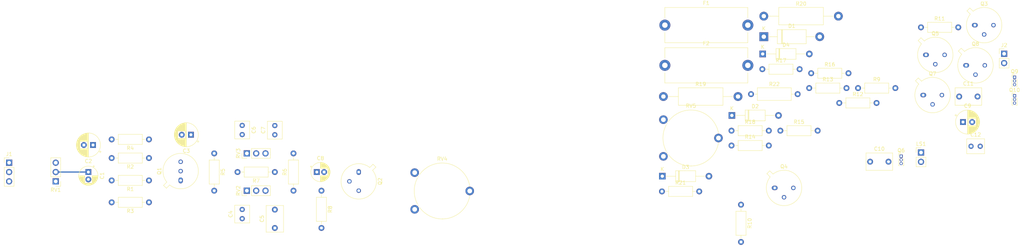
<source format=kicad_pcb>
(kicad_pcb (version 20171130) (host pcbnew 5.1.10)

  (general
    (thickness 1.6)
    (drawings 0)
    (tracks 1)
    (zones 0)
    (modules 58)
    (nets 39)
  )

  (page A4)
  (title_block
    (title "Стереофонический усилитель звуковой частоты")
    (date 2021-06-01)
  )

  (layers
    (0 F.Cu signal)
    (31 B.Cu signal)
    (33 F.Adhes user)
    (35 F.Paste user)
    (37 F.SilkS user)
    (38 B.Mask user)
    (39 F.Mask user)
    (40 Dwgs.User user)
    (41 Cmts.User user)
    (42 Eco1.User user)
    (43 Eco2.User user)
    (44 Edge.Cuts user)
    (45 Margin user)
    (46 B.CrtYd user)
    (47 F.CrtYd user)
    (49 F.Fab user)
  )

  (setup
    (last_trace_width 0.35)
    (trace_clearance 0.2)
    (zone_clearance 0.508)
    (zone_45_only no)
    (trace_min 0.2)
    (via_size 0.8)
    (via_drill 0.4)
    (via_min_size 0.4)
    (via_min_drill 0.3)
    (uvia_size 0.3)
    (uvia_drill 0.1)
    (uvias_allowed no)
    (uvia_min_size 0.2)
    (uvia_min_drill 0.1)
    (edge_width 0.05)
    (segment_width 0.2)
    (pcb_text_width 0.3)
    (pcb_text_size 1.5 1.5)
    (mod_edge_width 0.12)
    (mod_text_size 1 1)
    (mod_text_width 0.15)
    (pad_size 1.524 1.524)
    (pad_drill 0.762)
    (pad_to_mask_clearance 0)
    (aux_axis_origin 0 0)
    (visible_elements FFFFFF7F)
    (pcbplotparams
      (layerselection 0x010fc_ffffffff)
      (usegerberextensions false)
      (usegerberattributes true)
      (usegerberadvancedattributes true)
      (creategerberjobfile true)
      (excludeedgelayer true)
      (linewidth 0.100000)
      (plotframeref false)
      (viasonmask false)
      (mode 1)
      (useauxorigin false)
      (hpglpennumber 1)
      (hpglpenspeed 20)
      (hpglpendiameter 15.000000)
      (psnegative false)
      (psa4output false)
      (plotreference true)
      (plotvalue true)
      (plotinvisibletext false)
      (padsonsilk false)
      (subtractmaskfromsilk false)
      (outputformat 1)
      (mirror false)
      (drillshape 1)
      (scaleselection 1)
      (outputdirectory ""))
  )

  (net 0 "")
  (net 1 "Net-(C1-Pad2)")
  (net 2 "Net-(C1-Pad1)")
  (net 3 GND)
  (net 4 "Net-(C2-Pad1)")
  (net 5 "Net-(C3-Pad2)")
  (net 6 "Net-(C3-Pad1)")
  (net 7 "Net-(C4-Pad2)")
  (net 8 "Net-(C4-Pad1)")
  (net 9 "Net-(C5-Pad2)")
  (net 10 "Net-(C6-Pad2)")
  (net 11 "Net-(C7-Pad1)")
  (net 12 "Net-(C8-Pad2)")
  (net 13 "Net-(C8-Pad1)")
  (net 14 "Net-(C9-Pad2)")
  (net 15 "Net-(C10-Pad2)")
  (net 16 "Net-(C10-Pad1)")
  (net 17 "Net-(C11-Pad2)")
  (net 18 "Net-(C11-Pad1)")
  (net 19 "Net-(C12-Pad2)")
  (net 20 "Net-(D1-Pad1)")
  (net 21 "Net-(D2-Pad2)")
  (net 22 "Net-(D2-Pad1)")
  (net 23 "Net-(D3-Pad2)")
  (net 24 "Net-(D3-Pad1)")
  (net 25 "Net-(D4-Pad2)")
  (net 26 "Net-(J1-Pad3)")
  (net 27 "Net-(J2-Pad1)")
  (net 28 "Net-(Q1-Pad2)")
  (net 29 "Net-(Q2-Pad2)")
  (net 30 "Net-(Q3-Pad2)")
  (net 31 "Net-(Q5-Pad2)")
  (net 32 "Net-(Q5-Pad1)")
  (net 33 "Net-(Q6-Pad2)")
  (net 34 "Net-(Q7-Pad2)")
  (net 35 "Net-(Q10-Pad1)")
  (net 36 "Net-(Q9-Pad2)")
  (net 37 "Net-(Q10-Pad2)")
  (net 38 "Net-(R10-Pad1)")

  (net_class Default "This is the default net class."
    (clearance 0.2)
    (trace_width 0.35)
    (via_dia 0.8)
    (via_drill 0.4)
    (uvia_dia 0.3)
    (uvia_drill 0.1)
    (add_net "Net-(C1-Pad1)")
    (add_net "Net-(C1-Pad2)")
    (add_net "Net-(C10-Pad1)")
    (add_net "Net-(C10-Pad2)")
    (add_net "Net-(C11-Pad1)")
    (add_net "Net-(C11-Pad2)")
    (add_net "Net-(C12-Pad2)")
    (add_net "Net-(C2-Pad1)")
    (add_net "Net-(C3-Pad1)")
    (add_net "Net-(C3-Pad2)")
    (add_net "Net-(C4-Pad1)")
    (add_net "Net-(C4-Pad2)")
    (add_net "Net-(C5-Pad2)")
    (add_net "Net-(C6-Pad2)")
    (add_net "Net-(C7-Pad1)")
    (add_net "Net-(C8-Pad1)")
    (add_net "Net-(C8-Pad2)")
    (add_net "Net-(C9-Pad2)")
    (add_net "Net-(D1-Pad1)")
    (add_net "Net-(D2-Pad1)")
    (add_net "Net-(D2-Pad2)")
    (add_net "Net-(D3-Pad1)")
    (add_net "Net-(D3-Pad2)")
    (add_net "Net-(D4-Pad2)")
    (add_net "Net-(J1-Pad3)")
    (add_net "Net-(J2-Pad1)")
    (add_net "Net-(Q1-Pad2)")
    (add_net "Net-(Q10-Pad1)")
    (add_net "Net-(Q10-Pad2)")
    (add_net "Net-(Q2-Pad2)")
    (add_net "Net-(Q3-Pad2)")
    (add_net "Net-(Q5-Pad1)")
    (add_net "Net-(Q5-Pad2)")
    (add_net "Net-(Q6-Pad2)")
    (add_net "Net-(Q7-Pad2)")
    (add_net "Net-(Q9-Pad2)")
    (add_net "Net-(R10-Pad1)")
  )

  (net_class Power ""
    (clearance 0.2)
    (trace_width 0.8)
    (via_dia 0.8)
    (via_drill 0.4)
    (uvia_dia 0.3)
    (uvia_drill 0.1)
    (add_net GND)
  )

  (module Potentiometer_THT:Potentiometer_Piher_PT-15-V15_Vertical (layer F.Cu) (tedit 5A3D4994) (tstamp 60B56AF3)
    (at 203.650225 93.52)
    (descr "Potentiometer, vertical, Piher PT-15-V15, http://www.piher-nacesa.com/pdf/14-PT15v03.pdf")
    (tags "Potentiometer vertical Piher PT-15-V15")
    (path /60C454D8)
    (fp_text reference RV5 (at 7.5 -13.75) (layer F.SilkS)
      (effects (font (size 1 1) (thickness 0.15)))
    )
    (fp_text value 19K (at 7.5 3.75) (layer F.Fab)
      (effects (font (size 1 1) (thickness 0.15)))
    )
    (fp_line (start 16.45 -12.75) (end -1.45 -12.75) (layer F.CrtYd) (width 0.05))
    (fp_line (start 16.45 2.75) (end 16.45 -12.75) (layer F.CrtYd) (width 0.05))
    (fp_line (start -1.45 2.75) (end 16.45 2.75) (layer F.CrtYd) (width 0.05))
    (fp_line (start -1.45 -12.75) (end -1.45 2.75) (layer F.CrtYd) (width 0.05))
    (fp_circle (center 7.5 -5) (end 9.7 -5) (layer F.Fab) (width 0.1))
    (fp_circle (center 7.5 -5) (end 15 -5) (layer F.Fab) (width 0.1))
    (fp_text user %R (at 1.2 -5 90) (layer F.Fab)
      (effects (font (size 1 1) (thickness 0.15)))
    )
    (fp_arc (start 7.5 -5) (end 1.335 -0.522) (angle -55) (layer F.SilkS) (width 0.12))
    (fp_arc (start 7.5 -5) (end 0.901 -1.191) (angle -2) (layer F.SilkS) (width 0.12))
    (fp_arc (start 7.5 -5) (end 0.773 -8.578) (angle -56) (layer F.SilkS) (width 0.12))
    (fp_arc (start 7.5 -5) (end 1.039 -9.038) (angle -2) (layer F.SilkS) (width 0.12))
    (fp_arc (start 7.5 -5) (end 15.005 -6.322) (angle -134) (layer F.SilkS) (width 0.12))
    (fp_arc (start 7.5 -5) (end 7.5 2.62) (angle -80) (layer F.SilkS) (width 0.12))
    (pad 1 thru_hole circle (at 0 0) (size 2.34 2.34) (drill 1.3) (layers *.Cu *.Mask)
      (net 16 "Net-(C10-Pad1)"))
    (pad 2 thru_hole circle (at 15 -5) (size 2.34 2.34) (drill 1.3) (layers *.Cu *.Mask)
      (net 32 "Net-(Q5-Pad1)"))
    (pad 3 thru_hole circle (at 0 -10) (size 2.34 2.34) (drill 1.3) (layers *.Cu *.Mask)
      (net 31 "Net-(Q5-Pad2)"))
    (model ${KISYS3DMOD}/Potentiometer_THT.3dshapes/Potentiometer_Piher_PT-15-V15_Vertical.wrl
      (at (xyz 0 0 0))
      (scale (xyz 1 1 1))
      (rotate (xyz 0 0 0))
    )
  )

  (module Potentiometer_THT:Potentiometer_Piher_PT-15-V15_Vertical (layer F.Cu) (tedit 5A3D4994) (tstamp 60B56ADF)
    (at 135.89 107.95)
    (descr "Potentiometer, vertical, Piher PT-15-V15, http://www.piher-nacesa.com/pdf/14-PT15v03.pdf")
    (tags "Potentiometer vertical Piher PT-15-V15")
    (path /60BB0AD6)
    (fp_text reference RV4 (at 7.5 -13.75) (layer F.SilkS)
      (effects (font (size 1 1) (thickness 0.15)))
    )
    (fp_text value 1K (at 7.5 3.75) (layer F.Fab)
      (effects (font (size 1 1) (thickness 0.15)))
    )
    (fp_line (start 16.45 -12.75) (end -1.45 -12.75) (layer F.CrtYd) (width 0.05))
    (fp_line (start 16.45 2.75) (end 16.45 -12.75) (layer F.CrtYd) (width 0.05))
    (fp_line (start -1.45 2.75) (end 16.45 2.75) (layer F.CrtYd) (width 0.05))
    (fp_line (start -1.45 -12.75) (end -1.45 2.75) (layer F.CrtYd) (width 0.05))
    (fp_circle (center 7.5 -5) (end 9.7 -5) (layer F.Fab) (width 0.1))
    (fp_circle (center 7.5 -5) (end 15 -5) (layer F.Fab) (width 0.1))
    (fp_text user %R (at 1.2 -5 90) (layer F.Fab)
      (effects (font (size 1 1) (thickness 0.15)))
    )
    (fp_arc (start 7.5 -5) (end 1.335 -0.522) (angle -55) (layer F.SilkS) (width 0.12))
    (fp_arc (start 7.5 -5) (end 0.901 -1.191) (angle -2) (layer F.SilkS) (width 0.12))
    (fp_arc (start 7.5 -5) (end 0.773 -8.578) (angle -56) (layer F.SilkS) (width 0.12))
    (fp_arc (start 7.5 -5) (end 1.039 -9.038) (angle -2) (layer F.SilkS) (width 0.12))
    (fp_arc (start 7.5 -5) (end 15.005 -6.322) (angle -134) (layer F.SilkS) (width 0.12))
    (fp_arc (start 7.5 -5) (end 7.5 2.62) (angle -80) (layer F.SilkS) (width 0.12))
    (pad 1 thru_hole circle (at 0 0) (size 2.34 2.34) (drill 1.3) (layers *.Cu *.Mask)
      (net 29 "Net-(Q2-Pad2)"))
    (pad 2 thru_hole circle (at 15 -5) (size 2.34 2.34) (drill 1.3) (layers *.Cu *.Mask)
      (net 38 "Net-(R10-Pad1)"))
    (pad 3 thru_hole circle (at 0 -10) (size 2.34 2.34) (drill 1.3) (layers *.Cu *.Mask)
      (net 30 "Net-(Q3-Pad2)"))
    (model ${KISYS3DMOD}/Potentiometer_THT.3dshapes/Potentiometer_Piher_PT-15-V15_Vertical.wrl
      (at (xyz 0 0 0))
      (scale (xyz 1 1 1))
      (rotate (xyz 0 0 0))
    )
  )

  (module Connector_PinHeader_2.54mm:PinHeader_1x03_P2.54mm_Vertical (layer F.Cu) (tedit 59FED5CC) (tstamp 60B6E3E2)
    (at 90.17 92.71 90)
    (descr "Through hole straight pin header, 1x03, 2.54mm pitch, single row")
    (tags "Through hole pin header THT 1x03 2.54mm single row")
    (path /60B689E6)
    (fp_text reference RV3 (at 0 -2.33 90) (layer F.SilkS)
      (effects (font (size 1 1) (thickness 0.15)))
    )
    (fp_text value 47K (at 0 7.41 90) (layer F.Fab)
      (effects (font (size 1 1) (thickness 0.15)))
    )
    (fp_line (start 1.8 -1.8) (end -1.8 -1.8) (layer F.CrtYd) (width 0.05))
    (fp_line (start 1.8 6.85) (end 1.8 -1.8) (layer F.CrtYd) (width 0.05))
    (fp_line (start -1.8 6.85) (end 1.8 6.85) (layer F.CrtYd) (width 0.05))
    (fp_line (start -1.8 -1.8) (end -1.8 6.85) (layer F.CrtYd) (width 0.05))
    (fp_line (start -1.33 -1.33) (end 0 -1.33) (layer F.SilkS) (width 0.12))
    (fp_line (start -1.33 0) (end -1.33 -1.33) (layer F.SilkS) (width 0.12))
    (fp_line (start -1.33 1.27) (end 1.33 1.27) (layer F.SilkS) (width 0.12))
    (fp_line (start 1.33 1.27) (end 1.33 6.41) (layer F.SilkS) (width 0.12))
    (fp_line (start -1.33 1.27) (end -1.33 6.41) (layer F.SilkS) (width 0.12))
    (fp_line (start -1.33 6.41) (end 1.33 6.41) (layer F.SilkS) (width 0.12))
    (fp_line (start -1.27 -0.635) (end -0.635 -1.27) (layer F.Fab) (width 0.1))
    (fp_line (start -1.27 6.35) (end -1.27 -0.635) (layer F.Fab) (width 0.1))
    (fp_line (start 1.27 6.35) (end -1.27 6.35) (layer F.Fab) (width 0.1))
    (fp_line (start 1.27 -1.27) (end 1.27 6.35) (layer F.Fab) (width 0.1))
    (fp_line (start -0.635 -1.27) (end 1.27 -1.27) (layer F.Fab) (width 0.1))
    (fp_text user %R (at 0 2.54) (layer F.Fab)
      (effects (font (size 1 1) (thickness 0.15)))
    )
    (pad 3 thru_hole oval (at 0 5.08 90) (size 1.7 1.7) (drill 1) (layers *.Cu *.Mask)
      (net 11 "Net-(C7-Pad1)"))
    (pad 2 thru_hole oval (at 0 2.54 90) (size 1.7 1.7) (drill 1) (layers *.Cu *.Mask)
      (net 13 "Net-(C8-Pad1)"))
    (pad 1 thru_hole rect (at 0 0 90) (size 1.7 1.7) (drill 1) (layers *.Cu *.Mask)
      (net 10 "Net-(C6-Pad2)"))
    (model ${KISYS3DMOD}/Connector_PinHeader_2.54mm.3dshapes/PinHeader_1x03_P2.54mm_Vertical.wrl
      (at (xyz 0 0 0))
      (scale (xyz 1 1 1))
      (rotate (xyz 0 0 0))
    )
  )

  (module Connector_PinHeader_2.54mm:PinHeader_1x03_P2.54mm_Vertical (layer F.Cu) (tedit 59FED5CC) (tstamp 60B6E11F)
    (at 90.17 102.87 90)
    (descr "Through hole straight pin header, 1x03, 2.54mm pitch, single row")
    (tags "Through hole pin header THT 1x03 2.54mm single row")
    (path /60B58EDD)
    (fp_text reference RV2 (at 0 -2.33 90) (layer F.SilkS)
      (effects (font (size 1 1) (thickness 0.15)))
    )
    (fp_text value 47K (at 0 7.41 90) (layer F.Fab)
      (effects (font (size 1 1) (thickness 0.15)))
    )
    (fp_line (start 1.8 -1.8) (end -1.8 -1.8) (layer F.CrtYd) (width 0.05))
    (fp_line (start 1.8 6.85) (end 1.8 -1.8) (layer F.CrtYd) (width 0.05))
    (fp_line (start -1.8 6.85) (end 1.8 6.85) (layer F.CrtYd) (width 0.05))
    (fp_line (start -1.8 -1.8) (end -1.8 6.85) (layer F.CrtYd) (width 0.05))
    (fp_line (start -1.33 -1.33) (end 0 -1.33) (layer F.SilkS) (width 0.12))
    (fp_line (start -1.33 0) (end -1.33 -1.33) (layer F.SilkS) (width 0.12))
    (fp_line (start -1.33 1.27) (end 1.33 1.27) (layer F.SilkS) (width 0.12))
    (fp_line (start 1.33 1.27) (end 1.33 6.41) (layer F.SilkS) (width 0.12))
    (fp_line (start -1.33 1.27) (end -1.33 6.41) (layer F.SilkS) (width 0.12))
    (fp_line (start -1.33 6.41) (end 1.33 6.41) (layer F.SilkS) (width 0.12))
    (fp_line (start -1.27 -0.635) (end -0.635 -1.27) (layer F.Fab) (width 0.1))
    (fp_line (start -1.27 6.35) (end -1.27 -0.635) (layer F.Fab) (width 0.1))
    (fp_line (start 1.27 6.35) (end -1.27 6.35) (layer F.Fab) (width 0.1))
    (fp_line (start 1.27 -1.27) (end 1.27 6.35) (layer F.Fab) (width 0.1))
    (fp_line (start -0.635 -1.27) (end 1.27 -1.27) (layer F.Fab) (width 0.1))
    (fp_text user %R (at 0 2.54) (layer F.Fab)
      (effects (font (size 1 1) (thickness 0.15)))
    )
    (pad 3 thru_hole oval (at 0 5.08 90) (size 1.7 1.7) (drill 1) (layers *.Cu *.Mask)
      (net 9 "Net-(C5-Pad2)"))
    (pad 2 thru_hole oval (at 0 2.54 90) (size 1.7 1.7) (drill 1) (layers *.Cu *.Mask)
      (net 8 "Net-(C4-Pad1)"))
    (pad 1 thru_hole rect (at 0 0 90) (size 1.7 1.7) (drill 1) (layers *.Cu *.Mask)
      (net 7 "Net-(C4-Pad2)"))
    (model ${KISYS3DMOD}/Connector_PinHeader_2.54mm.3dshapes/PinHeader_1x03_P2.54mm_Vertical.wrl
      (at (xyz 0 0 0))
      (scale (xyz 1 1 1))
      (rotate (xyz 0 0 0))
    )
  )

  (module Connector_PinHeader_2.54mm:PinHeader_1x03_P2.54mm_Vertical (layer F.Cu) (tedit 59FED5CC) (tstamp 60B56A9D)
    (at 38.1 100.33 180)
    (descr "Through hole straight pin header, 1x03, 2.54mm pitch, single row")
    (tags "Through hole pin header THT 1x03 2.54mm single row")
    (path /60B3F893)
    (fp_text reference RV1 (at 0 -2.33) (layer F.SilkS)
      (effects (font (size 1 1) (thickness 0.15)))
    )
    (fp_text value 470K (at 0 7.41) (layer F.Fab)
      (effects (font (size 1 1) (thickness 0.15)))
    )
    (fp_line (start 1.8 -1.8) (end -1.8 -1.8) (layer F.CrtYd) (width 0.05))
    (fp_line (start 1.8 6.85) (end 1.8 -1.8) (layer F.CrtYd) (width 0.05))
    (fp_line (start -1.8 6.85) (end 1.8 6.85) (layer F.CrtYd) (width 0.05))
    (fp_line (start -1.8 -1.8) (end -1.8 6.85) (layer F.CrtYd) (width 0.05))
    (fp_line (start -1.33 -1.33) (end 0 -1.33) (layer F.SilkS) (width 0.12))
    (fp_line (start -1.33 0) (end -1.33 -1.33) (layer F.SilkS) (width 0.12))
    (fp_line (start -1.33 1.27) (end 1.33 1.27) (layer F.SilkS) (width 0.12))
    (fp_line (start 1.33 1.27) (end 1.33 6.41) (layer F.SilkS) (width 0.12))
    (fp_line (start -1.33 1.27) (end -1.33 6.41) (layer F.SilkS) (width 0.12))
    (fp_line (start -1.33 6.41) (end 1.33 6.41) (layer F.SilkS) (width 0.12))
    (fp_line (start -1.27 -0.635) (end -0.635 -1.27) (layer F.Fab) (width 0.1))
    (fp_line (start -1.27 6.35) (end -1.27 -0.635) (layer F.Fab) (width 0.1))
    (fp_line (start 1.27 6.35) (end -1.27 6.35) (layer F.Fab) (width 0.1))
    (fp_line (start 1.27 -1.27) (end 1.27 6.35) (layer F.Fab) (width 0.1))
    (fp_line (start -0.635 -1.27) (end 1.27 -1.27) (layer F.Fab) (width 0.1))
    (fp_text user %R (at 0 2.54 90) (layer F.Fab)
      (effects (font (size 1 1) (thickness 0.15)))
    )
    (pad 3 thru_hole oval (at 0 5.08 180) (size 1.7 1.7) (drill 1) (layers *.Cu *.Mask)
      (net 3 GND))
    (pad 2 thru_hole oval (at 0 2.54 180) (size 1.7 1.7) (drill 1) (layers *.Cu *.Mask)
      (net 2 "Net-(C1-Pad1)"))
    (pad 1 thru_hole rect (at 0 0 180) (size 1.7 1.7) (drill 1) (layers *.Cu *.Mask)
      (net 26 "Net-(J1-Pad3)"))
    (model ${KISYS3DMOD}/Connector_PinHeader_2.54mm.3dshapes/PinHeader_1x03_P2.54mm_Vertical.wrl
      (at (xyz 0 0 0))
      (scale (xyz 1 1 1))
      (rotate (xyz 0 0 0))
    )
  )

  (module Resistor_THT:R_Axial_DIN0309_L9.0mm_D3.2mm_P12.70mm_Horizontal (layer F.Cu) (tedit 5AE5139B) (tstamp 60B56A86)
    (at 227.520225 76.57)
    (descr "Resistor, Axial_DIN0309 series, Axial, Horizontal, pin pitch=12.7mm, 0.5W = 1/2W, length*diameter=9*3.2mm^2, http://cdn-reichelt.de/documents/datenblatt/B400/1_4W%23YAG.pdf")
    (tags "Resistor Axial_DIN0309 series Axial Horizontal pin pitch 12.7mm 0.5W = 1/2W length 9mm diameter 3.2mm")
    (path /60B5690A)
    (fp_text reference R22 (at 6.35 -2.72) (layer F.SilkS)
      (effects (font (size 1 1) (thickness 0.15)))
    )
    (fp_text value 20 (at 6.35 2.72) (layer F.Fab)
      (effects (font (size 1 1) (thickness 0.15)))
    )
    (fp_line (start 13.75 -1.85) (end -1.05 -1.85) (layer F.CrtYd) (width 0.05))
    (fp_line (start 13.75 1.85) (end 13.75 -1.85) (layer F.CrtYd) (width 0.05))
    (fp_line (start -1.05 1.85) (end 13.75 1.85) (layer F.CrtYd) (width 0.05))
    (fp_line (start -1.05 -1.85) (end -1.05 1.85) (layer F.CrtYd) (width 0.05))
    (fp_line (start 11.66 0) (end 10.97 0) (layer F.SilkS) (width 0.12))
    (fp_line (start 1.04 0) (end 1.73 0) (layer F.SilkS) (width 0.12))
    (fp_line (start 10.97 -1.72) (end 1.73 -1.72) (layer F.SilkS) (width 0.12))
    (fp_line (start 10.97 1.72) (end 10.97 -1.72) (layer F.SilkS) (width 0.12))
    (fp_line (start 1.73 1.72) (end 10.97 1.72) (layer F.SilkS) (width 0.12))
    (fp_line (start 1.73 -1.72) (end 1.73 1.72) (layer F.SilkS) (width 0.12))
    (fp_line (start 12.7 0) (end 10.85 0) (layer F.Fab) (width 0.1))
    (fp_line (start 0 0) (end 1.85 0) (layer F.Fab) (width 0.1))
    (fp_line (start 10.85 -1.6) (end 1.85 -1.6) (layer F.Fab) (width 0.1))
    (fp_line (start 10.85 1.6) (end 10.85 -1.6) (layer F.Fab) (width 0.1))
    (fp_line (start 1.85 1.6) (end 10.85 1.6) (layer F.Fab) (width 0.1))
    (fp_line (start 1.85 -1.6) (end 1.85 1.6) (layer F.Fab) (width 0.1))
    (fp_text user %R (at 6.35 0) (layer F.Fab)
      (effects (font (size 1 1) (thickness 0.15)))
    )
    (pad 2 thru_hole oval (at 12.7 0) (size 1.6 1.6) (drill 0.8) (layers *.Cu *.Mask)
      (net 3 GND))
    (pad 1 thru_hole circle (at 0 0) (size 1.6 1.6) (drill 0.8) (layers *.Cu *.Mask)
      (net 19 "Net-(C12-Pad2)"))
    (model ${KISYS3DMOD}/Resistor_THT.3dshapes/R_Axial_DIN0309_L9.0mm_D3.2mm_P12.70mm_Horizontal.wrl
      (at (xyz 0 0 0))
      (scale (xyz 1 1 1))
      (rotate (xyz 0 0 0))
    )
  )

  (module Resistor_THT:R_Axial_DIN0207_L6.3mm_D2.5mm_P10.16mm_Horizontal (layer F.Cu) (tedit 5AE5139B) (tstamp 60B56A6F)
    (at 203.250225 103.07)
    (descr "Resistor, Axial_DIN0207 series, Axial, Horizontal, pin pitch=10.16mm, 0.25W = 1/4W, length*diameter=6.3*2.5mm^2, http://cdn-reichelt.de/documents/datenblatt/B400/1_4W%23YAG.pdf")
    (tags "Resistor Axial_DIN0207 series Axial Horizontal pin pitch 10.16mm 0.25W = 1/4W length 6.3mm diameter 2.5mm")
    (path /60B501E8)
    (fp_text reference R21 (at 5.08 -2.37) (layer F.SilkS)
      (effects (font (size 1 1) (thickness 0.15)))
    )
    (fp_text value 390 (at 5.08 2.37) (layer F.Fab)
      (effects (font (size 1 1) (thickness 0.15)))
    )
    (fp_line (start 11.21 -1.5) (end -1.05 -1.5) (layer F.CrtYd) (width 0.05))
    (fp_line (start 11.21 1.5) (end 11.21 -1.5) (layer F.CrtYd) (width 0.05))
    (fp_line (start -1.05 1.5) (end 11.21 1.5) (layer F.CrtYd) (width 0.05))
    (fp_line (start -1.05 -1.5) (end -1.05 1.5) (layer F.CrtYd) (width 0.05))
    (fp_line (start 9.12 0) (end 8.35 0) (layer F.SilkS) (width 0.12))
    (fp_line (start 1.04 0) (end 1.81 0) (layer F.SilkS) (width 0.12))
    (fp_line (start 8.35 -1.37) (end 1.81 -1.37) (layer F.SilkS) (width 0.12))
    (fp_line (start 8.35 1.37) (end 8.35 -1.37) (layer F.SilkS) (width 0.12))
    (fp_line (start 1.81 1.37) (end 8.35 1.37) (layer F.SilkS) (width 0.12))
    (fp_line (start 1.81 -1.37) (end 1.81 1.37) (layer F.SilkS) (width 0.12))
    (fp_line (start 10.16 0) (end 8.23 0) (layer F.Fab) (width 0.1))
    (fp_line (start 0 0) (end 1.93 0) (layer F.Fab) (width 0.1))
    (fp_line (start 8.23 -1.25) (end 1.93 -1.25) (layer F.Fab) (width 0.1))
    (fp_line (start 8.23 1.25) (end 8.23 -1.25) (layer F.Fab) (width 0.1))
    (fp_line (start 1.93 1.25) (end 8.23 1.25) (layer F.Fab) (width 0.1))
    (fp_line (start 1.93 -1.25) (end 1.93 1.25) (layer F.Fab) (width 0.1))
    (fp_text user %R (at 5.08 0) (layer F.Fab)
      (effects (font (size 1 1) (thickness 0.15)))
    )
    (pad 2 thru_hole oval (at 10.16 0) (size 1.6 1.6) (drill 0.8) (layers *.Cu *.Mask)
      (net 18 "Net-(C11-Pad1)"))
    (pad 1 thru_hole circle (at 0 0) (size 1.6 1.6) (drill 0.8) (layers *.Cu *.Mask)
      (net 27 "Net-(J2-Pad1)"))
    (model ${KISYS3DMOD}/Resistor_THT.3dshapes/R_Axial_DIN0207_L6.3mm_D2.5mm_P10.16mm_Horizontal.wrl
      (at (xyz 0 0 0))
      (scale (xyz 1 1 1))
      (rotate (xyz 0 0 0))
    )
  )

  (module Resistor_THT:R_Axial_DIN0414_L11.9mm_D4.5mm_P20.32mm_Horizontal (layer F.Cu) (tedit 5AE5139B) (tstamp 60B56A58)
    (at 231.000225 55.32)
    (descr "Resistor, Axial_DIN0414 series, Axial, Horizontal, pin pitch=20.32mm, 2W, length*diameter=11.9*4.5mm^2, http://www.vishay.com/docs/20128/wkxwrx.pdf")
    (tags "Resistor Axial_DIN0414 series Axial Horizontal pin pitch 20.32mm 2W length 11.9mm diameter 4.5mm")
    (path /60CB7106)
    (fp_text reference R20 (at 10.16 -3.37) (layer F.SilkS)
      (effects (font (size 1 1) (thickness 0.15)))
    )
    (fp_text value 1 (at 10.16 3.37) (layer F.Fab)
      (effects (font (size 1 1) (thickness 0.15)))
    )
    (fp_line (start 21.77 -2.5) (end -1.45 -2.5) (layer F.CrtYd) (width 0.05))
    (fp_line (start 21.77 2.5) (end 21.77 -2.5) (layer F.CrtYd) (width 0.05))
    (fp_line (start -1.45 2.5) (end 21.77 2.5) (layer F.CrtYd) (width 0.05))
    (fp_line (start -1.45 -2.5) (end -1.45 2.5) (layer F.CrtYd) (width 0.05))
    (fp_line (start 18.88 0) (end 16.23 0) (layer F.SilkS) (width 0.12))
    (fp_line (start 1.44 0) (end 4.09 0) (layer F.SilkS) (width 0.12))
    (fp_line (start 16.23 -2.37) (end 4.09 -2.37) (layer F.SilkS) (width 0.12))
    (fp_line (start 16.23 2.37) (end 16.23 -2.37) (layer F.SilkS) (width 0.12))
    (fp_line (start 4.09 2.37) (end 16.23 2.37) (layer F.SilkS) (width 0.12))
    (fp_line (start 4.09 -2.37) (end 4.09 2.37) (layer F.SilkS) (width 0.12))
    (fp_line (start 20.32 0) (end 16.11 0) (layer F.Fab) (width 0.1))
    (fp_line (start 0 0) (end 4.21 0) (layer F.Fab) (width 0.1))
    (fp_line (start 16.11 -2.25) (end 4.21 -2.25) (layer F.Fab) (width 0.1))
    (fp_line (start 16.11 2.25) (end 16.11 -2.25) (layer F.Fab) (width 0.1))
    (fp_line (start 4.21 2.25) (end 16.11 2.25) (layer F.Fab) (width 0.1))
    (fp_line (start 4.21 -2.25) (end 4.21 2.25) (layer F.Fab) (width 0.1))
    (fp_text user %R (at 10.16 0) (layer F.Fab)
      (effects (font (size 1 1) (thickness 0.15)))
    )
    (pad 2 thru_hole oval (at 20.32 0) (size 2.4 2.4) (drill 1.2) (layers *.Cu *.Mask)
      (net 25 "Net-(D4-Pad2)"))
    (pad 1 thru_hole circle (at 0 0) (size 2.4 2.4) (drill 1.2) (layers *.Cu *.Mask)
      (net 37 "Net-(Q10-Pad2)"))
    (model ${KISYS3DMOD}/Resistor_THT.3dshapes/R_Axial_DIN0414_L11.9mm_D4.5mm_P20.32mm_Horizontal.wrl
      (at (xyz 0 0 0))
      (scale (xyz 1 1 1))
      (rotate (xyz 0 0 0))
    )
  )

  (module Resistor_THT:R_Axial_DIN0414_L11.9mm_D4.5mm_P20.32mm_Horizontal (layer F.Cu) (tedit 5AE5139B) (tstamp 60B56A41)
    (at 203.650225 77.22)
    (descr "Resistor, Axial_DIN0414 series, Axial, Horizontal, pin pitch=20.32mm, 2W, length*diameter=11.9*4.5mm^2, http://www.vishay.com/docs/20128/wkxwrx.pdf")
    (tags "Resistor Axial_DIN0414 series Axial Horizontal pin pitch 20.32mm 2W length 11.9mm diameter 4.5mm")
    (path /60C9B846)
    (fp_text reference R19 (at 10.16 -3.37) (layer F.SilkS)
      (effects (font (size 1 1) (thickness 0.15)))
    )
    (fp_text value 1 (at 10.16 3.37) (layer F.Fab)
      (effects (font (size 1 1) (thickness 0.15)))
    )
    (fp_line (start 21.77 -2.5) (end -1.45 -2.5) (layer F.CrtYd) (width 0.05))
    (fp_line (start 21.77 2.5) (end 21.77 -2.5) (layer F.CrtYd) (width 0.05))
    (fp_line (start -1.45 2.5) (end 21.77 2.5) (layer F.CrtYd) (width 0.05))
    (fp_line (start -1.45 -2.5) (end -1.45 2.5) (layer F.CrtYd) (width 0.05))
    (fp_line (start 18.88 0) (end 16.23 0) (layer F.SilkS) (width 0.12))
    (fp_line (start 1.44 0) (end 4.09 0) (layer F.SilkS) (width 0.12))
    (fp_line (start 16.23 -2.37) (end 4.09 -2.37) (layer F.SilkS) (width 0.12))
    (fp_line (start 16.23 2.37) (end 16.23 -2.37) (layer F.SilkS) (width 0.12))
    (fp_line (start 4.09 2.37) (end 16.23 2.37) (layer F.SilkS) (width 0.12))
    (fp_line (start 4.09 -2.37) (end 4.09 2.37) (layer F.SilkS) (width 0.12))
    (fp_line (start 20.32 0) (end 16.11 0) (layer F.Fab) (width 0.1))
    (fp_line (start 0 0) (end 4.21 0) (layer F.Fab) (width 0.1))
    (fp_line (start 16.11 -2.25) (end 4.21 -2.25) (layer F.Fab) (width 0.1))
    (fp_line (start 16.11 2.25) (end 16.11 -2.25) (layer F.Fab) (width 0.1))
    (fp_line (start 4.21 2.25) (end 16.11 2.25) (layer F.Fab) (width 0.1))
    (fp_line (start 4.21 -2.25) (end 4.21 2.25) (layer F.Fab) (width 0.1))
    (fp_text user %R (at 10.16 0) (layer F.Fab)
      (effects (font (size 1 1) (thickness 0.15)))
    )
    (pad 2 thru_hole oval (at 20.32 0) (size 2.4 2.4) (drill 1.2) (layers *.Cu *.Mask)
      (net 18 "Net-(C11-Pad1)"))
    (pad 1 thru_hole circle (at 0 0) (size 2.4 2.4) (drill 1.2) (layers *.Cu *.Mask)
      (net 36 "Net-(Q9-Pad2)"))
    (model ${KISYS3DMOD}/Resistor_THT.3dshapes/R_Axial_DIN0414_L11.9mm_D4.5mm_P20.32mm_Horizontal.wrl
      (at (xyz 0 0 0))
      (scale (xyz 1 1 1))
      (rotate (xyz 0 0 0))
    )
  )

  (module Resistor_THT:R_Axial_DIN0207_L6.3mm_D2.5mm_P10.16mm_Horizontal (layer F.Cu) (tedit 5AE5139B) (tstamp 60B56A2A)
    (at 222.200225 86.52)
    (descr "Resistor, Axial_DIN0207 series, Axial, Horizontal, pin pitch=10.16mm, 0.25W = 1/4W, length*diameter=6.3*2.5mm^2, http://cdn-reichelt.de/documents/datenblatt/B400/1_4W%23YAG.pdf")
    (tags "Resistor Axial_DIN0207 series Axial Horizontal pin pitch 10.16mm 0.25W = 1/4W length 6.3mm diameter 2.5mm")
    (path /60C7C8A8)
    (fp_text reference R18 (at 5.08 -2.37) (layer F.SilkS)
      (effects (font (size 1 1) (thickness 0.15)))
    )
    (fp_text value 270 (at 5.08 2.37) (layer F.Fab)
      (effects (font (size 1 1) (thickness 0.15)))
    )
    (fp_line (start 11.21 -1.5) (end -1.05 -1.5) (layer F.CrtYd) (width 0.05))
    (fp_line (start 11.21 1.5) (end 11.21 -1.5) (layer F.CrtYd) (width 0.05))
    (fp_line (start -1.05 1.5) (end 11.21 1.5) (layer F.CrtYd) (width 0.05))
    (fp_line (start -1.05 -1.5) (end -1.05 1.5) (layer F.CrtYd) (width 0.05))
    (fp_line (start 9.12 0) (end 8.35 0) (layer F.SilkS) (width 0.12))
    (fp_line (start 1.04 0) (end 1.81 0) (layer F.SilkS) (width 0.12))
    (fp_line (start 8.35 -1.37) (end 1.81 -1.37) (layer F.SilkS) (width 0.12))
    (fp_line (start 8.35 1.37) (end 8.35 -1.37) (layer F.SilkS) (width 0.12))
    (fp_line (start 1.81 1.37) (end 8.35 1.37) (layer F.SilkS) (width 0.12))
    (fp_line (start 1.81 -1.37) (end 1.81 1.37) (layer F.SilkS) (width 0.12))
    (fp_line (start 10.16 0) (end 8.23 0) (layer F.Fab) (width 0.1))
    (fp_line (start 0 0) (end 1.93 0) (layer F.Fab) (width 0.1))
    (fp_line (start 8.23 -1.25) (end 1.93 -1.25) (layer F.Fab) (width 0.1))
    (fp_line (start 8.23 1.25) (end 8.23 -1.25) (layer F.Fab) (width 0.1))
    (fp_line (start 1.93 1.25) (end 8.23 1.25) (layer F.Fab) (width 0.1))
    (fp_line (start 1.93 -1.25) (end 1.93 1.25) (layer F.Fab) (width 0.1))
    (fp_text user %R (at 5.08 0) (layer F.Fab)
      (effects (font (size 1 1) (thickness 0.15)))
    )
    (pad 2 thru_hole oval (at 10.16 0) (size 1.6 1.6) (drill 0.8) (layers *.Cu *.Mask)
      (net 25 "Net-(D4-Pad2)"))
    (pad 1 thru_hole circle (at 0 0) (size 1.6 1.6) (drill 0.8) (layers *.Cu *.Mask)
      (net 35 "Net-(Q10-Pad1)"))
    (model ${KISYS3DMOD}/Resistor_THT.3dshapes/R_Axial_DIN0207_L6.3mm_D2.5mm_P10.16mm_Horizontal.wrl
      (at (xyz 0 0 0))
      (scale (xyz 1 1 1))
      (rotate (xyz 0 0 0))
    )
  )

  (module Resistor_THT:R_Axial_DIN0207_L6.3mm_D2.5mm_P10.16mm_Horizontal (layer F.Cu) (tedit 5AE5139B) (tstamp 60B56A13)
    (at 230.600225 69.77)
    (descr "Resistor, Axial_DIN0207 series, Axial, Horizontal, pin pitch=10.16mm, 0.25W = 1/4W, length*diameter=6.3*2.5mm^2, http://cdn-reichelt.de/documents/datenblatt/B400/1_4W%23YAG.pdf")
    (tags "Resistor Axial_DIN0207 series Axial Horizontal pin pitch 10.16mm 0.25W = 1/4W length 6.3mm diameter 2.5mm")
    (path /60C6DCEF)
    (fp_text reference R17 (at 5.08 -2.37) (layer F.SilkS)
      (effects (font (size 1 1) (thickness 0.15)))
    )
    (fp_text value 270 (at 5.08 2.37) (layer F.Fab)
      (effects (font (size 1 1) (thickness 0.15)))
    )
    (fp_line (start 11.21 -1.5) (end -1.05 -1.5) (layer F.CrtYd) (width 0.05))
    (fp_line (start 11.21 1.5) (end 11.21 -1.5) (layer F.CrtYd) (width 0.05))
    (fp_line (start -1.05 1.5) (end 11.21 1.5) (layer F.CrtYd) (width 0.05))
    (fp_line (start -1.05 -1.5) (end -1.05 1.5) (layer F.CrtYd) (width 0.05))
    (fp_line (start 9.12 0) (end 8.35 0) (layer F.SilkS) (width 0.12))
    (fp_line (start 1.04 0) (end 1.81 0) (layer F.SilkS) (width 0.12))
    (fp_line (start 8.35 -1.37) (end 1.81 -1.37) (layer F.SilkS) (width 0.12))
    (fp_line (start 8.35 1.37) (end 8.35 -1.37) (layer F.SilkS) (width 0.12))
    (fp_line (start 1.81 1.37) (end 8.35 1.37) (layer F.SilkS) (width 0.12))
    (fp_line (start 1.81 -1.37) (end 1.81 1.37) (layer F.SilkS) (width 0.12))
    (fp_line (start 10.16 0) (end 8.23 0) (layer F.Fab) (width 0.1))
    (fp_line (start 0 0) (end 1.93 0) (layer F.Fab) (width 0.1))
    (fp_line (start 8.23 -1.25) (end 1.93 -1.25) (layer F.Fab) (width 0.1))
    (fp_line (start 8.23 1.25) (end 8.23 -1.25) (layer F.Fab) (width 0.1))
    (fp_line (start 1.93 1.25) (end 8.23 1.25) (layer F.Fab) (width 0.1))
    (fp_line (start 1.93 -1.25) (end 1.93 1.25) (layer F.Fab) (width 0.1))
    (fp_text user %R (at 5.08 0) (layer F.Fab)
      (effects (font (size 1 1) (thickness 0.15)))
    )
    (pad 2 thru_hole oval (at 10.16 0) (size 1.6 1.6) (drill 0.8) (layers *.Cu *.Mask)
      (net 18 "Net-(C11-Pad1)"))
    (pad 1 thru_hole circle (at 0 0) (size 1.6 1.6) (drill 0.8) (layers *.Cu *.Mask)
      (net 34 "Net-(Q7-Pad2)"))
    (model ${KISYS3DMOD}/Resistor_THT.3dshapes/R_Axial_DIN0207_L6.3mm_D2.5mm_P10.16mm_Horizontal.wrl
      (at (xyz 0 0 0))
      (scale (xyz 1 1 1))
      (rotate (xyz 0 0 0))
    )
  )

  (module Resistor_THT:R_Axial_DIN0207_L6.3mm_D2.5mm_P10.16mm_Horizontal (layer F.Cu) (tedit 5AE5139B) (tstamp 60B569FC)
    (at 243.910225 70.87)
    (descr "Resistor, Axial_DIN0207 series, Axial, Horizontal, pin pitch=10.16mm, 0.25W = 1/4W, length*diameter=6.3*2.5mm^2, http://cdn-reichelt.de/documents/datenblatt/B400/1_4W%23YAG.pdf")
    (tags "Resistor Axial_DIN0207 series Axial Horizontal pin pitch 10.16mm 0.25W = 1/4W length 6.3mm diameter 2.5mm")
    (path /60BD0BD0)
    (fp_text reference R16 (at 5.08 -2.37) (layer F.SilkS)
      (effects (font (size 1 1) (thickness 0.15)))
    )
    (fp_text value 210 (at 5.08 2.37) (layer F.Fab)
      (effects (font (size 1 1) (thickness 0.15)))
    )
    (fp_line (start 11.21 -1.5) (end -1.05 -1.5) (layer F.CrtYd) (width 0.05))
    (fp_line (start 11.21 1.5) (end 11.21 -1.5) (layer F.CrtYd) (width 0.05))
    (fp_line (start -1.05 1.5) (end 11.21 1.5) (layer F.CrtYd) (width 0.05))
    (fp_line (start -1.05 -1.5) (end -1.05 1.5) (layer F.CrtYd) (width 0.05))
    (fp_line (start 9.12 0) (end 8.35 0) (layer F.SilkS) (width 0.12))
    (fp_line (start 1.04 0) (end 1.81 0) (layer F.SilkS) (width 0.12))
    (fp_line (start 8.35 -1.37) (end 1.81 -1.37) (layer F.SilkS) (width 0.12))
    (fp_line (start 8.35 1.37) (end 8.35 -1.37) (layer F.SilkS) (width 0.12))
    (fp_line (start 1.81 1.37) (end 8.35 1.37) (layer F.SilkS) (width 0.12))
    (fp_line (start 1.81 -1.37) (end 1.81 1.37) (layer F.SilkS) (width 0.12))
    (fp_line (start 10.16 0) (end 8.23 0) (layer F.Fab) (width 0.1))
    (fp_line (start 0 0) (end 1.93 0) (layer F.Fab) (width 0.1))
    (fp_line (start 8.23 -1.25) (end 1.93 -1.25) (layer F.Fab) (width 0.1))
    (fp_line (start 8.23 1.25) (end 8.23 -1.25) (layer F.Fab) (width 0.1))
    (fp_line (start 1.93 1.25) (end 8.23 1.25) (layer F.Fab) (width 0.1))
    (fp_line (start 1.93 -1.25) (end 1.93 1.25) (layer F.Fab) (width 0.1))
    (fp_text user %R (at 5.08 0) (layer F.Fab)
      (effects (font (size 1 1) (thickness 0.15)))
    )
    (pad 2 thru_hole oval (at 10.16 0) (size 1.6 1.6) (drill 0.8) (layers *.Cu *.Mask)
      (net 25 "Net-(D4-Pad2)"))
    (pad 1 thru_hole circle (at 0 0) (size 1.6 1.6) (drill 0.8) (layers *.Cu *.Mask)
      (net 33 "Net-(Q6-Pad2)"))
    (model ${KISYS3DMOD}/Resistor_THT.3dshapes/R_Axial_DIN0207_L6.3mm_D2.5mm_P10.16mm_Horizontal.wrl
      (at (xyz 0 0 0))
      (scale (xyz 1 1 1))
      (rotate (xyz 0 0 0))
    )
  )

  (module Resistor_THT:R_Axial_DIN0207_L6.3mm_D2.5mm_P10.16mm_Horizontal (layer F.Cu) (tedit 5AE5139B) (tstamp 60B569E5)
    (at 235.510225 86.52)
    (descr "Resistor, Axial_DIN0207 series, Axial, Horizontal, pin pitch=10.16mm, 0.25W = 1/4W, length*diameter=6.3*2.5mm^2, http://cdn-reichelt.de/documents/datenblatt/B400/1_4W%23YAG.pdf")
    (tags "Resistor Axial_DIN0207 series Axial Horizontal pin pitch 10.16mm 0.25W = 1/4W length 6.3mm diameter 2.5mm")
    (path /60BC5A8F)
    (fp_text reference R15 (at 5.08 -2.37) (layer F.SilkS)
      (effects (font (size 1 1) (thickness 0.15)))
    )
    (fp_text value 5.6K (at 5.08 2.37) (layer F.Fab)
      (effects (font (size 1 1) (thickness 0.15)))
    )
    (fp_line (start 11.21 -1.5) (end -1.05 -1.5) (layer F.CrtYd) (width 0.05))
    (fp_line (start 11.21 1.5) (end 11.21 -1.5) (layer F.CrtYd) (width 0.05))
    (fp_line (start -1.05 1.5) (end 11.21 1.5) (layer F.CrtYd) (width 0.05))
    (fp_line (start -1.05 -1.5) (end -1.05 1.5) (layer F.CrtYd) (width 0.05))
    (fp_line (start 9.12 0) (end 8.35 0) (layer F.SilkS) (width 0.12))
    (fp_line (start 1.04 0) (end 1.81 0) (layer F.SilkS) (width 0.12))
    (fp_line (start 8.35 -1.37) (end 1.81 -1.37) (layer F.SilkS) (width 0.12))
    (fp_line (start 8.35 1.37) (end 8.35 -1.37) (layer F.SilkS) (width 0.12))
    (fp_line (start 1.81 1.37) (end 8.35 1.37) (layer F.SilkS) (width 0.12))
    (fp_line (start 1.81 -1.37) (end 1.81 1.37) (layer F.SilkS) (width 0.12))
    (fp_line (start 10.16 0) (end 8.23 0) (layer F.Fab) (width 0.1))
    (fp_line (start 0 0) (end 1.93 0) (layer F.Fab) (width 0.1))
    (fp_line (start 8.23 -1.25) (end 1.93 -1.25) (layer F.Fab) (width 0.1))
    (fp_line (start 8.23 1.25) (end 8.23 -1.25) (layer F.Fab) (width 0.1))
    (fp_line (start 1.93 1.25) (end 8.23 1.25) (layer F.Fab) (width 0.1))
    (fp_line (start 1.93 -1.25) (end 1.93 1.25) (layer F.Fab) (width 0.1))
    (fp_text user %R (at 5.08 0) (layer F.Fab)
      (effects (font (size 1 1) (thickness 0.15)))
    )
    (pad 2 thru_hole oval (at 10.16 0) (size 1.6 1.6) (drill 0.8) (layers *.Cu *.Mask)
      (net 3 GND))
    (pad 1 thru_hole circle (at 0 0) (size 1.6 1.6) (drill 0.8) (layers *.Cu *.Mask)
      (net 24 "Net-(D3-Pad1)"))
    (model ${KISYS3DMOD}/Resistor_THT.3dshapes/R_Axial_DIN0207_L6.3mm_D2.5mm_P10.16mm_Horizontal.wrl
      (at (xyz 0 0 0))
      (scale (xyz 1 1 1))
      (rotate (xyz 0 0 0))
    )
  )

  (module Resistor_THT:R_Axial_DIN0207_L6.3mm_D2.5mm_P10.16mm_Horizontal (layer F.Cu) (tedit 5AE5139B) (tstamp 60B569CE)
    (at 222.200225 90.57)
    (descr "Resistor, Axial_DIN0207 series, Axial, Horizontal, pin pitch=10.16mm, 0.25W = 1/4W, length*diameter=6.3*2.5mm^2, http://cdn-reichelt.de/documents/datenblatt/B400/1_4W%23YAG.pdf")
    (tags "Resistor Axial_DIN0207 series Axial Horizontal pin pitch 10.16mm 0.25W = 1/4W length 6.3mm diameter 2.5mm")
    (path /60BB9404)
    (fp_text reference R14 (at 5.08 -2.37) (layer F.SilkS)
      (effects (font (size 1 1) (thickness 0.15)))
    )
    (fp_text value 15K (at 5.08 2.37) (layer F.Fab)
      (effects (font (size 1 1) (thickness 0.15)))
    )
    (fp_line (start 11.21 -1.5) (end -1.05 -1.5) (layer F.CrtYd) (width 0.05))
    (fp_line (start 11.21 1.5) (end 11.21 -1.5) (layer F.CrtYd) (width 0.05))
    (fp_line (start -1.05 1.5) (end 11.21 1.5) (layer F.CrtYd) (width 0.05))
    (fp_line (start -1.05 -1.5) (end -1.05 1.5) (layer F.CrtYd) (width 0.05))
    (fp_line (start 9.12 0) (end 8.35 0) (layer F.SilkS) (width 0.12))
    (fp_line (start 1.04 0) (end 1.81 0) (layer F.SilkS) (width 0.12))
    (fp_line (start 8.35 -1.37) (end 1.81 -1.37) (layer F.SilkS) (width 0.12))
    (fp_line (start 8.35 1.37) (end 8.35 -1.37) (layer F.SilkS) (width 0.12))
    (fp_line (start 1.81 1.37) (end 8.35 1.37) (layer F.SilkS) (width 0.12))
    (fp_line (start 1.81 -1.37) (end 1.81 1.37) (layer F.SilkS) (width 0.12))
    (fp_line (start 10.16 0) (end 8.23 0) (layer F.Fab) (width 0.1))
    (fp_line (start 0 0) (end 1.93 0) (layer F.Fab) (width 0.1))
    (fp_line (start 8.23 -1.25) (end 1.93 -1.25) (layer F.Fab) (width 0.1))
    (fp_line (start 8.23 1.25) (end 8.23 -1.25) (layer F.Fab) (width 0.1))
    (fp_line (start 1.93 1.25) (end 8.23 1.25) (layer F.Fab) (width 0.1))
    (fp_line (start 1.93 -1.25) (end 1.93 1.25) (layer F.Fab) (width 0.1))
    (fp_text user %R (at 5.08 0) (layer F.Fab)
      (effects (font (size 1 1) (thickness 0.15)))
    )
    (pad 2 thru_hole oval (at 10.16 0) (size 1.6 1.6) (drill 0.8) (layers *.Cu *.Mask)
      (net 17 "Net-(C11-Pad2)"))
    (pad 1 thru_hole circle (at 0 0) (size 1.6 1.6) (drill 0.8) (layers *.Cu *.Mask)
      (net 18 "Net-(C11-Pad1)"))
    (model ${KISYS3DMOD}/Resistor_THT.3dshapes/R_Axial_DIN0207_L6.3mm_D2.5mm_P10.16mm_Horizontal.wrl
      (at (xyz 0 0 0))
      (scale (xyz 1 1 1))
      (rotate (xyz 0 0 0))
    )
  )

  (module Resistor_THT:R_Axial_DIN0207_L6.3mm_D2.5mm_P10.16mm_Horizontal (layer F.Cu) (tedit 5AE5139B) (tstamp 60B569B7)
    (at 243.370225 74.92)
    (descr "Resistor, Axial_DIN0207 series, Axial, Horizontal, pin pitch=10.16mm, 0.25W = 1/4W, length*diameter=6.3*2.5mm^2, http://cdn-reichelt.de/documents/datenblatt/B400/1_4W%23YAG.pdf")
    (tags "Resistor Axial_DIN0207 series Axial Horizontal pin pitch 10.16mm 0.25W = 1/4W length 6.3mm diameter 2.5mm")
    (path /60C0F377)
    (fp_text reference R13 (at 5.08 -2.37) (layer F.SilkS)
      (effects (font (size 1 1) (thickness 0.15)))
    )
    (fp_text value 82K (at 5.08 2.37) (layer F.Fab)
      (effects (font (size 1 1) (thickness 0.15)))
    )
    (fp_line (start 11.21 -1.5) (end -1.05 -1.5) (layer F.CrtYd) (width 0.05))
    (fp_line (start 11.21 1.5) (end 11.21 -1.5) (layer F.CrtYd) (width 0.05))
    (fp_line (start -1.05 1.5) (end 11.21 1.5) (layer F.CrtYd) (width 0.05))
    (fp_line (start -1.05 -1.5) (end -1.05 1.5) (layer F.CrtYd) (width 0.05))
    (fp_line (start 9.12 0) (end 8.35 0) (layer F.SilkS) (width 0.12))
    (fp_line (start 1.04 0) (end 1.81 0) (layer F.SilkS) (width 0.12))
    (fp_line (start 8.35 -1.37) (end 1.81 -1.37) (layer F.SilkS) (width 0.12))
    (fp_line (start 8.35 1.37) (end 8.35 -1.37) (layer F.SilkS) (width 0.12))
    (fp_line (start 1.81 1.37) (end 8.35 1.37) (layer F.SilkS) (width 0.12))
    (fp_line (start 1.81 -1.37) (end 1.81 1.37) (layer F.SilkS) (width 0.12))
    (fp_line (start 10.16 0) (end 8.23 0) (layer F.Fab) (width 0.1))
    (fp_line (start 0 0) (end 1.93 0) (layer F.Fab) (width 0.1))
    (fp_line (start 8.23 -1.25) (end 1.93 -1.25) (layer F.Fab) (width 0.1))
    (fp_line (start 8.23 1.25) (end 8.23 -1.25) (layer F.Fab) (width 0.1))
    (fp_line (start 1.93 1.25) (end 8.23 1.25) (layer F.Fab) (width 0.1))
    (fp_line (start 1.93 -1.25) (end 1.93 1.25) (layer F.Fab) (width 0.1))
    (fp_text user %R (at 5.08 0) (layer F.Fab)
      (effects (font (size 1 1) (thickness 0.15)))
    )
    (pad 2 thru_hole oval (at 10.16 0) (size 1.6 1.6) (drill 0.8) (layers *.Cu *.Mask)
      (net 15 "Net-(C10-Pad2)"))
    (pad 1 thru_hole circle (at 0 0) (size 1.6 1.6) (drill 0.8) (layers *.Cu *.Mask)
      (net 16 "Net-(C10-Pad1)"))
    (model ${KISYS3DMOD}/Resistor_THT.3dshapes/R_Axial_DIN0207_L6.3mm_D2.5mm_P10.16mm_Horizontal.wrl
      (at (xyz 0 0 0))
      (scale (xyz 1 1 1))
      (rotate (xyz 0 0 0))
    )
  )

  (module Resistor_THT:R_Axial_DIN0207_L6.3mm_D2.5mm_P10.16mm_Horizontal (layer F.Cu) (tedit 5AE5139B) (tstamp 60B569A0)
    (at 251.560225 78.97)
    (descr "Resistor, Axial_DIN0207 series, Axial, Horizontal, pin pitch=10.16mm, 0.25W = 1/4W, length*diameter=6.3*2.5mm^2, http://cdn-reichelt.de/documents/datenblatt/B400/1_4W%23YAG.pdf")
    (tags "Resistor Axial_DIN0207 series Axial Horizontal pin pitch 10.16mm 0.25W = 1/4W length 6.3mm diameter 2.5mm")
    (path /60BBE2EF)
    (fp_text reference R12 (at 5.08 -2.37) (layer F.SilkS)
      (effects (font (size 1 1) (thickness 0.15)))
    )
    (fp_text value 300 (at 5.08 2.37) (layer F.Fab)
      (effects (font (size 1 1) (thickness 0.15)))
    )
    (fp_line (start 11.21 -1.5) (end -1.05 -1.5) (layer F.CrtYd) (width 0.05))
    (fp_line (start 11.21 1.5) (end 11.21 -1.5) (layer F.CrtYd) (width 0.05))
    (fp_line (start -1.05 1.5) (end 11.21 1.5) (layer F.CrtYd) (width 0.05))
    (fp_line (start -1.05 -1.5) (end -1.05 1.5) (layer F.CrtYd) (width 0.05))
    (fp_line (start 9.12 0) (end 8.35 0) (layer F.SilkS) (width 0.12))
    (fp_line (start 1.04 0) (end 1.81 0) (layer F.SilkS) (width 0.12))
    (fp_line (start 8.35 -1.37) (end 1.81 -1.37) (layer F.SilkS) (width 0.12))
    (fp_line (start 8.35 1.37) (end 8.35 -1.37) (layer F.SilkS) (width 0.12))
    (fp_line (start 1.81 1.37) (end 8.35 1.37) (layer F.SilkS) (width 0.12))
    (fp_line (start 1.81 -1.37) (end 1.81 1.37) (layer F.SilkS) (width 0.12))
    (fp_line (start 10.16 0) (end 8.23 0) (layer F.Fab) (width 0.1))
    (fp_line (start 0 0) (end 1.93 0) (layer F.Fab) (width 0.1))
    (fp_line (start 8.23 -1.25) (end 1.93 -1.25) (layer F.Fab) (width 0.1))
    (fp_line (start 8.23 1.25) (end 8.23 -1.25) (layer F.Fab) (width 0.1))
    (fp_line (start 1.93 1.25) (end 8.23 1.25) (layer F.Fab) (width 0.1))
    (fp_line (start 1.93 -1.25) (end 1.93 1.25) (layer F.Fab) (width 0.1))
    (fp_text user %R (at 5.08 0) (layer F.Fab)
      (effects (font (size 1 1) (thickness 0.15)))
    )
    (pad 2 thru_hole oval (at 10.16 0) (size 1.6 1.6) (drill 0.8) (layers *.Cu *.Mask)
      (net 14 "Net-(C9-Pad2)"))
    (pad 1 thru_hole circle (at 0 0) (size 1.6 1.6) (drill 0.8) (layers *.Cu *.Mask)
      (net 17 "Net-(C11-Pad2)"))
    (model ${KISYS3DMOD}/Resistor_THT.3dshapes/R_Axial_DIN0207_L6.3mm_D2.5mm_P10.16mm_Horizontal.wrl
      (at (xyz 0 0 0))
      (scale (xyz 1 1 1))
      (rotate (xyz 0 0 0))
    )
  )

  (module Resistor_THT:R_Axial_DIN0207_L6.3mm_D2.5mm_P10.16mm_Horizontal (layer F.Cu) (tedit 5AE5139B) (tstamp 60B56989)
    (at 273.820225 58.37)
    (descr "Resistor, Axial_DIN0207 series, Axial, Horizontal, pin pitch=10.16mm, 0.25W = 1/4W, length*diameter=6.3*2.5mm^2, http://cdn-reichelt.de/documents/datenblatt/B400/1_4W%23YAG.pdf")
    (tags "Resistor Axial_DIN0207 series Axial Horizontal pin pitch 10.16mm 0.25W = 1/4W length 6.3mm diameter 2.5mm")
    (path /60BAD47C)
    (fp_text reference R11 (at 5.08 -2.37) (layer F.SilkS)
      (effects (font (size 1 1) (thickness 0.15)))
    )
    (fp_text value 5.6K (at 5.08 2.37) (layer F.Fab)
      (effects (font (size 1 1) (thickness 0.15)))
    )
    (fp_line (start 11.21 -1.5) (end -1.05 -1.5) (layer F.CrtYd) (width 0.05))
    (fp_line (start 11.21 1.5) (end 11.21 -1.5) (layer F.CrtYd) (width 0.05))
    (fp_line (start -1.05 1.5) (end 11.21 1.5) (layer F.CrtYd) (width 0.05))
    (fp_line (start -1.05 -1.5) (end -1.05 1.5) (layer F.CrtYd) (width 0.05))
    (fp_line (start 9.12 0) (end 8.35 0) (layer F.SilkS) (width 0.12))
    (fp_line (start 1.04 0) (end 1.81 0) (layer F.SilkS) (width 0.12))
    (fp_line (start 8.35 -1.37) (end 1.81 -1.37) (layer F.SilkS) (width 0.12))
    (fp_line (start 8.35 1.37) (end 8.35 -1.37) (layer F.SilkS) (width 0.12))
    (fp_line (start 1.81 1.37) (end 8.35 1.37) (layer F.SilkS) (width 0.12))
    (fp_line (start 1.81 -1.37) (end 1.81 1.37) (layer F.SilkS) (width 0.12))
    (fp_line (start 10.16 0) (end 8.23 0) (layer F.Fab) (width 0.1))
    (fp_line (start 0 0) (end 1.93 0) (layer F.Fab) (width 0.1))
    (fp_line (start 8.23 -1.25) (end 1.93 -1.25) (layer F.Fab) (width 0.1))
    (fp_line (start 8.23 1.25) (end 8.23 -1.25) (layer F.Fab) (width 0.1))
    (fp_line (start 1.93 1.25) (end 8.23 1.25) (layer F.Fab) (width 0.1))
    (fp_line (start 1.93 -1.25) (end 1.93 1.25) (layer F.Fab) (width 0.1))
    (fp_text user %R (at 5.08 0) (layer F.Fab)
      (effects (font (size 1 1) (thickness 0.15)))
    )
    (pad 2 thru_hole oval (at 10.16 0) (size 1.6 1.6) (drill 0.8) (layers *.Cu *.Mask)
      (net 25 "Net-(D4-Pad2)"))
    (pad 1 thru_hole circle (at 0 0) (size 1.6 1.6) (drill 0.8) (layers *.Cu *.Mask)
      (net 20 "Net-(D1-Pad1)"))
    (model ${KISYS3DMOD}/Resistor_THT.3dshapes/R_Axial_DIN0207_L6.3mm_D2.5mm_P10.16mm_Horizontal.wrl
      (at (xyz 0 0 0))
      (scale (xyz 1 1 1))
      (rotate (xyz 0 0 0))
    )
  )

  (module Resistor_THT:R_Axial_DIN0207_L6.3mm_D2.5mm_P10.16mm_Horizontal (layer F.Cu) (tedit 5AE5139B) (tstamp 60B56972)
    (at 224.79 106.68 270)
    (descr "Resistor, Axial_DIN0207 series, Axial, Horizontal, pin pitch=10.16mm, 0.25W = 1/4W, length*diameter=6.3*2.5mm^2, http://cdn-reichelt.de/documents/datenblatt/B400/1_4W%23YAG.pdf")
    (tags "Resistor Axial_DIN0207 series Axial Horizontal pin pitch 10.16mm 0.25W = 1/4W length 6.3mm diameter 2.5mm")
    (path /60BAC094)
    (fp_text reference R10 (at 5.08 -2.37 90) (layer F.SilkS)
      (effects (font (size 1 1) (thickness 0.15)))
    )
    (fp_text value 6.8K (at 5.08 2.37 90) (layer F.Fab)
      (effects (font (size 1 1) (thickness 0.15)))
    )
    (fp_line (start 11.21 -1.5) (end -1.05 -1.5) (layer F.CrtYd) (width 0.05))
    (fp_line (start 11.21 1.5) (end 11.21 -1.5) (layer F.CrtYd) (width 0.05))
    (fp_line (start -1.05 1.5) (end 11.21 1.5) (layer F.CrtYd) (width 0.05))
    (fp_line (start -1.05 -1.5) (end -1.05 1.5) (layer F.CrtYd) (width 0.05))
    (fp_line (start 9.12 0) (end 8.35 0) (layer F.SilkS) (width 0.12))
    (fp_line (start 1.04 0) (end 1.81 0) (layer F.SilkS) (width 0.12))
    (fp_line (start 8.35 -1.37) (end 1.81 -1.37) (layer F.SilkS) (width 0.12))
    (fp_line (start 8.35 1.37) (end 8.35 -1.37) (layer F.SilkS) (width 0.12))
    (fp_line (start 1.81 1.37) (end 8.35 1.37) (layer F.SilkS) (width 0.12))
    (fp_line (start 1.81 -1.37) (end 1.81 1.37) (layer F.SilkS) (width 0.12))
    (fp_line (start 10.16 0) (end 8.23 0) (layer F.Fab) (width 0.1))
    (fp_line (start 0 0) (end 1.93 0) (layer F.Fab) (width 0.1))
    (fp_line (start 8.23 -1.25) (end 1.93 -1.25) (layer F.Fab) (width 0.1))
    (fp_line (start 8.23 1.25) (end 8.23 -1.25) (layer F.Fab) (width 0.1))
    (fp_line (start 1.93 1.25) (end 8.23 1.25) (layer F.Fab) (width 0.1))
    (fp_line (start 1.93 -1.25) (end 1.93 1.25) (layer F.Fab) (width 0.1))
    (fp_text user %R (at 5.08 0 90) (layer F.Fab)
      (effects (font (size 1 1) (thickness 0.15)))
    )
    (pad 2 thru_hole oval (at 10.16 0 270) (size 1.6 1.6) (drill 0.8) (layers *.Cu *.Mask)
      (net 20 "Net-(D1-Pad1)"))
    (pad 1 thru_hole circle (at 0 0 270) (size 1.6 1.6) (drill 0.8) (layers *.Cu *.Mask)
      (net 38 "Net-(R10-Pad1)"))
    (model ${KISYS3DMOD}/Resistor_THT.3dshapes/R_Axial_DIN0207_L6.3mm_D2.5mm_P10.16mm_Horizontal.wrl
      (at (xyz 0 0 0))
      (scale (xyz 1 1 1))
      (rotate (xyz 0 0 0))
    )
  )

  (module Resistor_THT:R_Axial_DIN0207_L6.3mm_D2.5mm_P10.16mm_Horizontal (layer F.Cu) (tedit 5AE5139B) (tstamp 60B5695B)
    (at 256.680225 74.92)
    (descr "Resistor, Axial_DIN0207 series, Axial, Horizontal, pin pitch=10.16mm, 0.25W = 1/4W, length*diameter=6.3*2.5mm^2, http://cdn-reichelt.de/documents/datenblatt/B400/1_4W%23YAG.pdf")
    (tags "Resistor Axial_DIN0207 series Axial Horizontal pin pitch 10.16mm 0.25W = 1/4W length 6.3mm diameter 2.5mm")
    (path /60BA462F)
    (fp_text reference R9 (at 5.08 -2.37) (layer F.SilkS)
      (effects (font (size 1 1) (thickness 0.15)))
    )
    (fp_text value 1K (at 5.08 2.37) (layer F.Fab)
      (effects (font (size 1 1) (thickness 0.15)))
    )
    (fp_line (start 11.21 -1.5) (end -1.05 -1.5) (layer F.CrtYd) (width 0.05))
    (fp_line (start 11.21 1.5) (end 11.21 -1.5) (layer F.CrtYd) (width 0.05))
    (fp_line (start -1.05 1.5) (end 11.21 1.5) (layer F.CrtYd) (width 0.05))
    (fp_line (start -1.05 -1.5) (end -1.05 1.5) (layer F.CrtYd) (width 0.05))
    (fp_line (start 9.12 0) (end 8.35 0) (layer F.SilkS) (width 0.12))
    (fp_line (start 1.04 0) (end 1.81 0) (layer F.SilkS) (width 0.12))
    (fp_line (start 8.35 -1.37) (end 1.81 -1.37) (layer F.SilkS) (width 0.12))
    (fp_line (start 8.35 1.37) (end 8.35 -1.37) (layer F.SilkS) (width 0.12))
    (fp_line (start 1.81 1.37) (end 8.35 1.37) (layer F.SilkS) (width 0.12))
    (fp_line (start 1.81 -1.37) (end 1.81 1.37) (layer F.SilkS) (width 0.12))
    (fp_line (start 10.16 0) (end 8.23 0) (layer F.Fab) (width 0.1))
    (fp_line (start 0 0) (end 1.93 0) (layer F.Fab) (width 0.1))
    (fp_line (start 8.23 -1.25) (end 1.93 -1.25) (layer F.Fab) (width 0.1))
    (fp_line (start 8.23 1.25) (end 8.23 -1.25) (layer F.Fab) (width 0.1))
    (fp_line (start 1.93 1.25) (end 8.23 1.25) (layer F.Fab) (width 0.1))
    (fp_line (start 1.93 -1.25) (end 1.93 1.25) (layer F.Fab) (width 0.1))
    (fp_text user %R (at 5.08 0) (layer F.Fab)
      (effects (font (size 1 1) (thickness 0.15)))
    )
    (pad 2 thru_hole oval (at 10.16 0) (size 1.6 1.6) (drill 0.8) (layers *.Cu *.Mask)
      (net 15 "Net-(C10-Pad2)"))
    (pad 1 thru_hole circle (at 0 0) (size 1.6 1.6) (drill 0.8) (layers *.Cu *.Mask)
      (net 22 "Net-(D2-Pad1)"))
    (model ${KISYS3DMOD}/Resistor_THT.3dshapes/R_Axial_DIN0207_L6.3mm_D2.5mm_P10.16mm_Horizontal.wrl
      (at (xyz 0 0 0))
      (scale (xyz 1 1 1))
      (rotate (xyz 0 0 0))
    )
  )

  (module Resistor_THT:R_Axial_DIN0207_L6.3mm_D2.5mm_P10.16mm_Horizontal (layer F.Cu) (tedit 5AE5139B) (tstamp 60B56944)
    (at 110.49 102.87 270)
    (descr "Resistor, Axial_DIN0207 series, Axial, Horizontal, pin pitch=10.16mm, 0.25W = 1/4W, length*diameter=6.3*2.5mm^2, http://cdn-reichelt.de/documents/datenblatt/B400/1_4W%23YAG.pdf")
    (tags "Resistor Axial_DIN0207 series Axial Horizontal pin pitch 10.16mm 0.25W = 1/4W length 6.3mm diameter 2.5mm")
    (path /60BA0217)
    (fp_text reference R8 (at 5.08 -2.37 90) (layer F.SilkS)
      (effects (font (size 1 1) (thickness 0.15)))
    )
    (fp_text value 10K (at 5.08 2.37 90) (layer F.Fab)
      (effects (font (size 1 1) (thickness 0.15)))
    )
    (fp_line (start 11.21 -1.5) (end -1.05 -1.5) (layer F.CrtYd) (width 0.05))
    (fp_line (start 11.21 1.5) (end 11.21 -1.5) (layer F.CrtYd) (width 0.05))
    (fp_line (start -1.05 1.5) (end 11.21 1.5) (layer F.CrtYd) (width 0.05))
    (fp_line (start -1.05 -1.5) (end -1.05 1.5) (layer F.CrtYd) (width 0.05))
    (fp_line (start 9.12 0) (end 8.35 0) (layer F.SilkS) (width 0.12))
    (fp_line (start 1.04 0) (end 1.81 0) (layer F.SilkS) (width 0.12))
    (fp_line (start 8.35 -1.37) (end 1.81 -1.37) (layer F.SilkS) (width 0.12))
    (fp_line (start 8.35 1.37) (end 8.35 -1.37) (layer F.SilkS) (width 0.12))
    (fp_line (start 1.81 1.37) (end 8.35 1.37) (layer F.SilkS) (width 0.12))
    (fp_line (start 1.81 -1.37) (end 1.81 1.37) (layer F.SilkS) (width 0.12))
    (fp_line (start 10.16 0) (end 8.23 0) (layer F.Fab) (width 0.1))
    (fp_line (start 0 0) (end 1.93 0) (layer F.Fab) (width 0.1))
    (fp_line (start 8.23 -1.25) (end 1.93 -1.25) (layer F.Fab) (width 0.1))
    (fp_line (start 8.23 1.25) (end 8.23 -1.25) (layer F.Fab) (width 0.1))
    (fp_line (start 1.93 1.25) (end 8.23 1.25) (layer F.Fab) (width 0.1))
    (fp_line (start 1.93 -1.25) (end 1.93 1.25) (layer F.Fab) (width 0.1))
    (fp_text user %R (at 5.08 0 90) (layer F.Fab)
      (effects (font (size 1 1) (thickness 0.15)))
    )
    (pad 2 thru_hole oval (at 10.16 0 270) (size 1.6 1.6) (drill 0.8) (layers *.Cu *.Mask)
      (net 3 GND))
    (pad 1 thru_hole circle (at 0 0 270) (size 1.6 1.6) (drill 0.8) (layers *.Cu *.Mask)
      (net 12 "Net-(C8-Pad2)"))
    (model ${KISYS3DMOD}/Resistor_THT.3dshapes/R_Axial_DIN0207_L6.3mm_D2.5mm_P10.16mm_Horizontal.wrl
      (at (xyz 0 0 0))
      (scale (xyz 1 1 1))
      (rotate (xyz 0 0 0))
    )
  )

  (module Resistor_THT:R_Axial_DIN0207_L6.3mm_D2.5mm_P10.16mm_Horizontal (layer F.Cu) (tedit 5AE5139B) (tstamp 60B5692D)
    (at 97.79 97.79 180)
    (descr "Resistor, Axial_DIN0207 series, Axial, Horizontal, pin pitch=10.16mm, 0.25W = 1/4W, length*diameter=6.3*2.5mm^2, http://cdn-reichelt.de/documents/datenblatt/B400/1_4W%23YAG.pdf")
    (tags "Resistor Axial_DIN0207 series Axial Horizontal pin pitch 10.16mm 0.25W = 1/4W length 6.3mm diameter 2.5mm")
    (path /60B5E722)
    (fp_text reference R7 (at 5.08 -2.37) (layer F.SilkS)
      (effects (font (size 1 1) (thickness 0.15)))
    )
    (fp_text value 10K (at 5.08 2.37) (layer F.Fab)
      (effects (font (size 1 1) (thickness 0.15)))
    )
    (fp_line (start 11.21 -1.5) (end -1.05 -1.5) (layer F.CrtYd) (width 0.05))
    (fp_line (start 11.21 1.5) (end 11.21 -1.5) (layer F.CrtYd) (width 0.05))
    (fp_line (start -1.05 1.5) (end 11.21 1.5) (layer F.CrtYd) (width 0.05))
    (fp_line (start -1.05 -1.5) (end -1.05 1.5) (layer F.CrtYd) (width 0.05))
    (fp_line (start 9.12 0) (end 8.35 0) (layer F.SilkS) (width 0.12))
    (fp_line (start 1.04 0) (end 1.81 0) (layer F.SilkS) (width 0.12))
    (fp_line (start 8.35 -1.37) (end 1.81 -1.37) (layer F.SilkS) (width 0.12))
    (fp_line (start 8.35 1.37) (end 8.35 -1.37) (layer F.SilkS) (width 0.12))
    (fp_line (start 1.81 1.37) (end 8.35 1.37) (layer F.SilkS) (width 0.12))
    (fp_line (start 1.81 -1.37) (end 1.81 1.37) (layer F.SilkS) (width 0.12))
    (fp_line (start 10.16 0) (end 8.23 0) (layer F.Fab) (width 0.1))
    (fp_line (start 0 0) (end 1.93 0) (layer F.Fab) (width 0.1))
    (fp_line (start 8.23 -1.25) (end 1.93 -1.25) (layer F.Fab) (width 0.1))
    (fp_line (start 8.23 1.25) (end 8.23 -1.25) (layer F.Fab) (width 0.1))
    (fp_line (start 1.93 1.25) (end 8.23 1.25) (layer F.Fab) (width 0.1))
    (fp_line (start 1.93 -1.25) (end 1.93 1.25) (layer F.Fab) (width 0.1))
    (fp_text user %R (at 5.08 0) (layer F.Fab)
      (effects (font (size 1 1) (thickness 0.15)))
    )
    (pad 2 thru_hole oval (at 10.16 0 180) (size 1.6 1.6) (drill 0.8) (layers *.Cu *.Mask)
      (net 8 "Net-(C4-Pad1)"))
    (pad 1 thru_hole circle (at 0 0 180) (size 1.6 1.6) (drill 0.8) (layers *.Cu *.Mask)
      (net 13 "Net-(C8-Pad1)"))
    (model ${KISYS3DMOD}/Resistor_THT.3dshapes/R_Axial_DIN0207_L6.3mm_D2.5mm_P10.16mm_Horizontal.wrl
      (at (xyz 0 0 0))
      (scale (xyz 1 1 1))
      (rotate (xyz 0 0 0))
    )
  )

  (module Resistor_THT:R_Axial_DIN0207_L6.3mm_D2.5mm_P10.16mm_Horizontal (layer F.Cu) (tedit 5AE5139B) (tstamp 60B56916)
    (at 102.87 102.87 90)
    (descr "Resistor, Axial_DIN0207 series, Axial, Horizontal, pin pitch=10.16mm, 0.25W = 1/4W, length*diameter=6.3*2.5mm^2, http://cdn-reichelt.de/documents/datenblatt/B400/1_4W%23YAG.pdf")
    (tags "Resistor Axial_DIN0207 series Axial Horizontal pin pitch 10.16mm 0.25W = 1/4W length 6.3mm diameter 2.5mm")
    (path /60B5B5E8)
    (fp_text reference R6 (at 5.08 -2.37 90) (layer F.SilkS)
      (effects (font (size 1 1) (thickness 0.15)))
    )
    (fp_text value 300 (at 5.08 2.37 90) (layer F.Fab)
      (effects (font (size 1 1) (thickness 0.15)))
    )
    (fp_line (start 11.21 -1.5) (end -1.05 -1.5) (layer F.CrtYd) (width 0.05))
    (fp_line (start 11.21 1.5) (end 11.21 -1.5) (layer F.CrtYd) (width 0.05))
    (fp_line (start -1.05 1.5) (end 11.21 1.5) (layer F.CrtYd) (width 0.05))
    (fp_line (start -1.05 -1.5) (end -1.05 1.5) (layer F.CrtYd) (width 0.05))
    (fp_line (start 9.12 0) (end 8.35 0) (layer F.SilkS) (width 0.12))
    (fp_line (start 1.04 0) (end 1.81 0) (layer F.SilkS) (width 0.12))
    (fp_line (start 8.35 -1.37) (end 1.81 -1.37) (layer F.SilkS) (width 0.12))
    (fp_line (start 8.35 1.37) (end 8.35 -1.37) (layer F.SilkS) (width 0.12))
    (fp_line (start 1.81 1.37) (end 8.35 1.37) (layer F.SilkS) (width 0.12))
    (fp_line (start 1.81 -1.37) (end 1.81 1.37) (layer F.SilkS) (width 0.12))
    (fp_line (start 10.16 0) (end 8.23 0) (layer F.Fab) (width 0.1))
    (fp_line (start 0 0) (end 1.93 0) (layer F.Fab) (width 0.1))
    (fp_line (start 8.23 -1.25) (end 1.93 -1.25) (layer F.Fab) (width 0.1))
    (fp_line (start 8.23 1.25) (end 8.23 -1.25) (layer F.Fab) (width 0.1))
    (fp_line (start 1.93 1.25) (end 8.23 1.25) (layer F.Fab) (width 0.1))
    (fp_line (start 1.93 -1.25) (end 1.93 1.25) (layer F.Fab) (width 0.1))
    (fp_text user %R (at 5.08 0 90) (layer F.Fab)
      (effects (font (size 1 1) (thickness 0.15)))
    )
    (pad 2 thru_hole oval (at 10.16 0 90) (size 1.6 1.6) (drill 0.8) (layers *.Cu *.Mask)
      (net 3 GND))
    (pad 1 thru_hole circle (at 0 0 90) (size 1.6 1.6) (drill 0.8) (layers *.Cu *.Mask)
      (net 9 "Net-(C5-Pad2)"))
    (model ${KISYS3DMOD}/Resistor_THT.3dshapes/R_Axial_DIN0207_L6.3mm_D2.5mm_P10.16mm_Horizontal.wrl
      (at (xyz 0 0 0))
      (scale (xyz 1 1 1))
      (rotate (xyz 0 0 0))
    )
  )

  (module Resistor_THT:R_Axial_DIN0207_L6.3mm_D2.5mm_P10.16mm_Horizontal (layer F.Cu) (tedit 5AE5139B) (tstamp 60B6EA59)
    (at 81.28 92.71 270)
    (descr "Resistor, Axial_DIN0207 series, Axial, Horizontal, pin pitch=10.16mm, 0.25W = 1/4W, length*diameter=6.3*2.5mm^2, http://cdn-reichelt.de/documents/datenblatt/B400/1_4W%23YAG.pdf")
    (tags "Resistor Axial_DIN0207 series Axial Horizontal pin pitch 10.16mm 0.25W = 1/4W length 6.3mm diameter 2.5mm")
    (path /60B58496)
    (fp_text reference R5 (at 5.08 -2.37 90) (layer F.SilkS)
      (effects (font (size 1 1) (thickness 0.15)))
    )
    (fp_text value 3K (at 5.08 2.37 90) (layer F.Fab)
      (effects (font (size 1 1) (thickness 0.15)))
    )
    (fp_line (start 11.21 -1.5) (end -1.05 -1.5) (layer F.CrtYd) (width 0.05))
    (fp_line (start 11.21 1.5) (end 11.21 -1.5) (layer F.CrtYd) (width 0.05))
    (fp_line (start -1.05 1.5) (end 11.21 1.5) (layer F.CrtYd) (width 0.05))
    (fp_line (start -1.05 -1.5) (end -1.05 1.5) (layer F.CrtYd) (width 0.05))
    (fp_line (start 9.12 0) (end 8.35 0) (layer F.SilkS) (width 0.12))
    (fp_line (start 1.04 0) (end 1.81 0) (layer F.SilkS) (width 0.12))
    (fp_line (start 8.35 -1.37) (end 1.81 -1.37) (layer F.SilkS) (width 0.12))
    (fp_line (start 8.35 1.37) (end 8.35 -1.37) (layer F.SilkS) (width 0.12))
    (fp_line (start 1.81 1.37) (end 8.35 1.37) (layer F.SilkS) (width 0.12))
    (fp_line (start 1.81 -1.37) (end 1.81 1.37) (layer F.SilkS) (width 0.12))
    (fp_line (start 10.16 0) (end 8.23 0) (layer F.Fab) (width 0.1))
    (fp_line (start 0 0) (end 1.93 0) (layer F.Fab) (width 0.1))
    (fp_line (start 8.23 -1.25) (end 1.93 -1.25) (layer F.Fab) (width 0.1))
    (fp_line (start 8.23 1.25) (end 8.23 -1.25) (layer F.Fab) (width 0.1))
    (fp_line (start 1.93 1.25) (end 8.23 1.25) (layer F.Fab) (width 0.1))
    (fp_line (start 1.93 -1.25) (end 1.93 1.25) (layer F.Fab) (width 0.1))
    (fp_text user %R (at 5.08 0 90) (layer F.Fab)
      (effects (font (size 1 1) (thickness 0.15)))
    )
    (pad 2 thru_hole oval (at 10.16 0 270) (size 1.6 1.6) (drill 0.8) (layers *.Cu *.Mask)
      (net 7 "Net-(C4-Pad2)"))
    (pad 1 thru_hole circle (at 0 0 270) (size 1.6 1.6) (drill 0.8) (layers *.Cu *.Mask)
      (net 6 "Net-(C3-Pad1)"))
    (model ${KISYS3DMOD}/Resistor_THT.3dshapes/R_Axial_DIN0207_L6.3mm_D2.5mm_P10.16mm_Horizontal.wrl
      (at (xyz 0 0 0))
      (scale (xyz 1 1 1))
      (rotate (xyz 0 0 0))
    )
  )

  (module Resistor_THT:R_Axial_DIN0207_L6.3mm_D2.5mm_P10.16mm_Horizontal (layer F.Cu) (tedit 5AE5139B) (tstamp 60B5C9FC)
    (at 63.5 88.9 180)
    (descr "Resistor, Axial_DIN0207 series, Axial, Horizontal, pin pitch=10.16mm, 0.25W = 1/4W, length*diameter=6.3*2.5mm^2, http://cdn-reichelt.de/documents/datenblatt/B400/1_4W%23YAG.pdf")
    (tags "Resistor Axial_DIN0207 series Axial Horizontal pin pitch 10.16mm 0.25W = 1/4W length 6.3mm diameter 2.5mm")
    (path /60B9E137)
    (fp_text reference R4 (at 5.08 -2.37) (layer F.SilkS)
      (effects (font (size 1 1) (thickness 0.15)))
    )
    (fp_text value 2K (at 5.08 2.37) (layer F.Fab)
      (effects (font (size 1 1) (thickness 0.15)))
    )
    (fp_line (start 11.21 -1.5) (end -1.05 -1.5) (layer F.CrtYd) (width 0.05))
    (fp_line (start 11.21 1.5) (end 11.21 -1.5) (layer F.CrtYd) (width 0.05))
    (fp_line (start -1.05 1.5) (end 11.21 1.5) (layer F.CrtYd) (width 0.05))
    (fp_line (start -1.05 -1.5) (end -1.05 1.5) (layer F.CrtYd) (width 0.05))
    (fp_line (start 9.12 0) (end 8.35 0) (layer F.SilkS) (width 0.12))
    (fp_line (start 1.04 0) (end 1.81 0) (layer F.SilkS) (width 0.12))
    (fp_line (start 8.35 -1.37) (end 1.81 -1.37) (layer F.SilkS) (width 0.12))
    (fp_line (start 8.35 1.37) (end 8.35 -1.37) (layer F.SilkS) (width 0.12))
    (fp_line (start 1.81 1.37) (end 8.35 1.37) (layer F.SilkS) (width 0.12))
    (fp_line (start 1.81 -1.37) (end 1.81 1.37) (layer F.SilkS) (width 0.12))
    (fp_line (start 10.16 0) (end 8.23 0) (layer F.Fab) (width 0.1))
    (fp_line (start 0 0) (end 1.93 0) (layer F.Fab) (width 0.1))
    (fp_line (start 8.23 -1.25) (end 1.93 -1.25) (layer F.Fab) (width 0.1))
    (fp_line (start 8.23 1.25) (end 8.23 -1.25) (layer F.Fab) (width 0.1))
    (fp_line (start 1.93 1.25) (end 8.23 1.25) (layer F.Fab) (width 0.1))
    (fp_line (start 1.93 -1.25) (end 1.93 1.25) (layer F.Fab) (width 0.1))
    (fp_text user %R (at 5.08 0) (layer F.Fab)
      (effects (font (size 1 1) (thickness 0.15)))
    )
    (pad 2 thru_hole oval (at 10.16 0 180) (size 1.6 1.6) (drill 0.8) (layers *.Cu *.Mask)
      (net 4 "Net-(C2-Pad1)"))
    (pad 1 thru_hole circle (at 0 0 180) (size 1.6 1.6) (drill 0.8) (layers *.Cu *.Mask)
      (net 22 "Net-(D2-Pad1)"))
    (model ${KISYS3DMOD}/Resistor_THT.3dshapes/R_Axial_DIN0207_L6.3mm_D2.5mm_P10.16mm_Horizontal.wrl
      (at (xyz 0 0 0))
      (scale (xyz 1 1 1))
      (rotate (xyz 0 0 0))
    )
  )

  (module Resistor_THT:R_Axial_DIN0207_L6.3mm_D2.5mm_P10.16mm_Horizontal (layer F.Cu) (tedit 5AE5139B) (tstamp 60B5BAA4)
    (at 63.5 106.045 180)
    (descr "Resistor, Axial_DIN0207 series, Axial, Horizontal, pin pitch=10.16mm, 0.25W = 1/4W, length*diameter=6.3*2.5mm^2, http://cdn-reichelt.de/documents/datenblatt/B400/1_4W%23YAG.pdf")
    (tags "Resistor Axial_DIN0207 series Axial Horizontal pin pitch 10.16mm 0.25W = 1/4W length 6.3mm diameter 2.5mm")
    (path /60B47B2A)
    (fp_text reference R3 (at 5.08 -2.37) (layer F.SilkS)
      (effects (font (size 1 1) (thickness 0.15)))
    )
    (fp_text value 20K (at 5.08 2.37) (layer F.Fab)
      (effects (font (size 1 1) (thickness 0.15)))
    )
    (fp_line (start 11.21 -1.5) (end -1.05 -1.5) (layer F.CrtYd) (width 0.05))
    (fp_line (start 11.21 1.5) (end 11.21 -1.5) (layer F.CrtYd) (width 0.05))
    (fp_line (start -1.05 1.5) (end 11.21 1.5) (layer F.CrtYd) (width 0.05))
    (fp_line (start -1.05 -1.5) (end -1.05 1.5) (layer F.CrtYd) (width 0.05))
    (fp_line (start 9.12 0) (end 8.35 0) (layer F.SilkS) (width 0.12))
    (fp_line (start 1.04 0) (end 1.81 0) (layer F.SilkS) (width 0.12))
    (fp_line (start 8.35 -1.37) (end 1.81 -1.37) (layer F.SilkS) (width 0.12))
    (fp_line (start 8.35 1.37) (end 8.35 -1.37) (layer F.SilkS) (width 0.12))
    (fp_line (start 1.81 1.37) (end 8.35 1.37) (layer F.SilkS) (width 0.12))
    (fp_line (start 1.81 -1.37) (end 1.81 1.37) (layer F.SilkS) (width 0.12))
    (fp_line (start 10.16 0) (end 8.23 0) (layer F.Fab) (width 0.1))
    (fp_line (start 0 0) (end 1.93 0) (layer F.Fab) (width 0.1))
    (fp_line (start 8.23 -1.25) (end 1.93 -1.25) (layer F.Fab) (width 0.1))
    (fp_line (start 8.23 1.25) (end 8.23 -1.25) (layer F.Fab) (width 0.1))
    (fp_line (start 1.93 1.25) (end 8.23 1.25) (layer F.Fab) (width 0.1))
    (fp_line (start 1.93 -1.25) (end 1.93 1.25) (layer F.Fab) (width 0.1))
    (fp_text user %R (at 5.08 0) (layer F.Fab)
      (effects (font (size 1 1) (thickness 0.15)))
    )
    (pad 2 thru_hole oval (at 10.16 0 180) (size 1.6 1.6) (drill 0.8) (layers *.Cu *.Mask)
      (net 3 GND))
    (pad 1 thru_hole circle (at 0 0 180) (size 1.6 1.6) (drill 0.8) (layers *.Cu *.Mask)
      (net 28 "Net-(Q1-Pad2)"))
    (model ${KISYS3DMOD}/Resistor_THT.3dshapes/R_Axial_DIN0207_L6.3mm_D2.5mm_P10.16mm_Horizontal.wrl
      (at (xyz 0 0 0))
      (scale (xyz 1 1 1))
      (rotate (xyz 0 0 0))
    )
  )

  (module Resistor_THT:R_Axial_DIN0207_L6.3mm_D2.5mm_P10.16mm_Horizontal (layer F.Cu) (tedit 5AE5139B) (tstamp 60B5CA9B)
    (at 63.5 93.98 180)
    (descr "Resistor, Axial_DIN0207 series, Axial, Horizontal, pin pitch=10.16mm, 0.25W = 1/4W, length*diameter=6.3*2.5mm^2, http://cdn-reichelt.de/documents/datenblatt/B400/1_4W%23YAG.pdf")
    (tags "Resistor Axial_DIN0207 series Axial Horizontal pin pitch 10.16mm 0.25W = 1/4W length 6.3mm diameter 2.5mm")
    (path /60B454B1)
    (fp_text reference R2 (at 5.08 -2.37) (layer F.SilkS)
      (effects (font (size 1 1) (thickness 0.15)))
    )
    (fp_text value 3.6K (at 5.08 2.37) (layer F.Fab)
      (effects (font (size 1 1) (thickness 0.15)))
    )
    (fp_line (start 11.21 -1.5) (end -1.05 -1.5) (layer F.CrtYd) (width 0.05))
    (fp_line (start 11.21 1.5) (end 11.21 -1.5) (layer F.CrtYd) (width 0.05))
    (fp_line (start -1.05 1.5) (end 11.21 1.5) (layer F.CrtYd) (width 0.05))
    (fp_line (start -1.05 -1.5) (end -1.05 1.5) (layer F.CrtYd) (width 0.05))
    (fp_line (start 9.12 0) (end 8.35 0) (layer F.SilkS) (width 0.12))
    (fp_line (start 1.04 0) (end 1.81 0) (layer F.SilkS) (width 0.12))
    (fp_line (start 8.35 -1.37) (end 1.81 -1.37) (layer F.SilkS) (width 0.12))
    (fp_line (start 8.35 1.37) (end 8.35 -1.37) (layer F.SilkS) (width 0.12))
    (fp_line (start 1.81 1.37) (end 8.35 1.37) (layer F.SilkS) (width 0.12))
    (fp_line (start 1.81 -1.37) (end 1.81 1.37) (layer F.SilkS) (width 0.12))
    (fp_line (start 10.16 0) (end 8.23 0) (layer F.Fab) (width 0.1))
    (fp_line (start 0 0) (end 1.93 0) (layer F.Fab) (width 0.1))
    (fp_line (start 8.23 -1.25) (end 1.93 -1.25) (layer F.Fab) (width 0.1))
    (fp_line (start 8.23 1.25) (end 8.23 -1.25) (layer F.Fab) (width 0.1))
    (fp_line (start 1.93 1.25) (end 8.23 1.25) (layer F.Fab) (width 0.1))
    (fp_line (start 1.93 -1.25) (end 1.93 1.25) (layer F.Fab) (width 0.1))
    (fp_text user %R (at 5.08 0) (layer F.Fab)
      (effects (font (size 1 1) (thickness 0.15)))
    )
    (pad 2 thru_hole oval (at 10.16 0 180) (size 1.6 1.6) (drill 0.8) (layers *.Cu *.Mask)
      (net 4 "Net-(C2-Pad1)"))
    (pad 1 thru_hole circle (at 0 0 180) (size 1.6 1.6) (drill 0.8) (layers *.Cu *.Mask)
      (net 5 "Net-(C3-Pad2)"))
    (model ${KISYS3DMOD}/Resistor_THT.3dshapes/R_Axial_DIN0207_L6.3mm_D2.5mm_P10.16mm_Horizontal.wrl
      (at (xyz 0 0 0))
      (scale (xyz 1 1 1))
      (rotate (xyz 0 0 0))
    )
  )

  (module Resistor_THT:R_Axial_DIN0207_L6.3mm_D2.5mm_P10.16mm_Horizontal (layer F.Cu) (tedit 5AE5139B) (tstamp 60B5C867)
    (at 63.5 100.076 180)
    (descr "Resistor, Axial_DIN0207 series, Axial, Horizontal, pin pitch=10.16mm, 0.25W = 1/4W, length*diameter=6.3*2.5mm^2, http://cdn-reichelt.de/documents/datenblatt/B400/1_4W%23YAG.pdf")
    (tags "Resistor Axial_DIN0207 series Axial Horizontal pin pitch 10.16mm 0.25W = 1/4W length 6.3mm diameter 2.5mm")
    (path /60B4212F)
    (fp_text reference R1 (at 5.08 -2.37) (layer F.SilkS)
      (effects (font (size 1 1) (thickness 0.15)))
    )
    (fp_text value 750K (at 5.08 2.37) (layer F.Fab)
      (effects (font (size 1 1) (thickness 0.15)))
    )
    (fp_line (start 11.21 -1.5) (end -1.05 -1.5) (layer F.CrtYd) (width 0.05))
    (fp_line (start 11.21 1.5) (end 11.21 -1.5) (layer F.CrtYd) (width 0.05))
    (fp_line (start -1.05 1.5) (end 11.21 1.5) (layer F.CrtYd) (width 0.05))
    (fp_line (start -1.05 -1.5) (end -1.05 1.5) (layer F.CrtYd) (width 0.05))
    (fp_line (start 9.12 0) (end 8.35 0) (layer F.SilkS) (width 0.12))
    (fp_line (start 1.04 0) (end 1.81 0) (layer F.SilkS) (width 0.12))
    (fp_line (start 8.35 -1.37) (end 1.81 -1.37) (layer F.SilkS) (width 0.12))
    (fp_line (start 8.35 1.37) (end 8.35 -1.37) (layer F.SilkS) (width 0.12))
    (fp_line (start 1.81 1.37) (end 8.35 1.37) (layer F.SilkS) (width 0.12))
    (fp_line (start 1.81 -1.37) (end 1.81 1.37) (layer F.SilkS) (width 0.12))
    (fp_line (start 10.16 0) (end 8.23 0) (layer F.Fab) (width 0.1))
    (fp_line (start 0 0) (end 1.93 0) (layer F.Fab) (width 0.1))
    (fp_line (start 8.23 -1.25) (end 1.93 -1.25) (layer F.Fab) (width 0.1))
    (fp_line (start 8.23 1.25) (end 8.23 -1.25) (layer F.Fab) (width 0.1))
    (fp_line (start 1.93 1.25) (end 8.23 1.25) (layer F.Fab) (width 0.1))
    (fp_line (start 1.93 -1.25) (end 1.93 1.25) (layer F.Fab) (width 0.1))
    (fp_text user %R (at 5.08 0) (layer F.Fab)
      (effects (font (size 1 1) (thickness 0.15)))
    )
    (pad 2 thru_hole oval (at 10.16 0 180) (size 1.6 1.6) (drill 0.8) (layers *.Cu *.Mask)
      (net 1 "Net-(C1-Pad2)"))
    (pad 1 thru_hole circle (at 0 0 180) (size 1.6 1.6) (drill 0.8) (layers *.Cu *.Mask)
      (net 5 "Net-(C3-Pad2)"))
    (model ${KISYS3DMOD}/Resistor_THT.3dshapes/R_Axial_DIN0207_L6.3mm_D2.5mm_P10.16mm_Horizontal.wrl
      (at (xyz 0 0 0))
      (scale (xyz 1 1 1))
      (rotate (xyz 0 0 0))
    )
  )

  (module Connector_PinHeader_1.00mm:PinHeader_1x03_P1.00mm_Vertical (layer F.Cu) (tedit 59FED738) (tstamp 60B5688C)
    (at 299.310225 77.02)
    (descr "Through hole straight pin header, 1x03, 1.00mm pitch, single row")
    (tags "Through hole pin header THT 1x03 1.00mm single row")
    (path /60CAD0EA)
    (fp_text reference Q10 (at 0 -1.56) (layer F.SilkS)
      (effects (font (size 1 1) (thickness 0.15)))
    )
    (fp_text value П217Б (at 0 3.56) (layer F.Fab)
      (effects (font (size 1 1) (thickness 0.15)))
    )
    (fp_line (start 1.15 -1) (end -1.15 -1) (layer F.CrtYd) (width 0.05))
    (fp_line (start 1.15 3) (end 1.15 -1) (layer F.CrtYd) (width 0.05))
    (fp_line (start -1.15 3) (end 1.15 3) (layer F.CrtYd) (width 0.05))
    (fp_line (start -1.15 -1) (end -1.15 3) (layer F.CrtYd) (width 0.05))
    (fp_line (start -0.695 -0.685) (end 0 -0.685) (layer F.SilkS) (width 0.12))
    (fp_line (start -0.695 0) (end -0.695 -0.685) (layer F.SilkS) (width 0.12))
    (fp_line (start 0.608276 0.685) (end 0.695 0.685) (layer F.SilkS) (width 0.12))
    (fp_line (start -0.695 0.685) (end -0.608276 0.685) (layer F.SilkS) (width 0.12))
    (fp_line (start 0.695 0.685) (end 0.695 2.56) (layer F.SilkS) (width 0.12))
    (fp_line (start -0.695 0.685) (end -0.695 2.56) (layer F.SilkS) (width 0.12))
    (fp_line (start 0.394493 2.56) (end 0.695 2.56) (layer F.SilkS) (width 0.12))
    (fp_line (start -0.695 2.56) (end -0.394493 2.56) (layer F.SilkS) (width 0.12))
    (fp_line (start -0.635 -0.1825) (end -0.3175 -0.5) (layer F.Fab) (width 0.1))
    (fp_line (start -0.635 2.5) (end -0.635 -0.1825) (layer F.Fab) (width 0.1))
    (fp_line (start 0.635 2.5) (end -0.635 2.5) (layer F.Fab) (width 0.1))
    (fp_line (start 0.635 -0.5) (end 0.635 2.5) (layer F.Fab) (width 0.1))
    (fp_line (start -0.3175 -0.5) (end 0.635 -0.5) (layer F.Fab) (width 0.1))
    (fp_text user %R (at 0 1 90) (layer F.Fab)
      (effects (font (size 0.76 0.76) (thickness 0.114)))
    )
    (pad 3 thru_hole oval (at 0 2) (size 0.85 0.85) (drill 0.5) (layers *.Cu *.Mask)
      (net 18 "Net-(C11-Pad1)"))
    (pad 2 thru_hole oval (at 0 1) (size 0.85 0.85) (drill 0.5) (layers *.Cu *.Mask)
      (net 37 "Net-(Q10-Pad2)"))
    (pad 1 thru_hole rect (at 0 0) (size 0.85 0.85) (drill 0.5) (layers *.Cu *.Mask)
      (net 35 "Net-(Q10-Pad1)"))
    (model ${KISYS3DMOD}/Connector_PinHeader_1.00mm.3dshapes/PinHeader_1x03_P1.00mm_Vertical.wrl
      (at (xyz 0 0 0))
      (scale (xyz 1 1 1))
      (rotate (xyz 0 0 0))
    )
  )

  (module Connector_PinHeader_1.00mm:PinHeader_1x03_P1.00mm_Vertical (layer F.Cu) (tedit 59FED738) (tstamp 60B56873)
    (at 299.310225 71.97)
    (descr "Through hole straight pin header, 1x03, 1.00mm pitch, single row")
    (tags "Through hole pin header THT 1x03 1.00mm single row")
    (path /60C87DF9)
    (fp_text reference Q9 (at 0 -1.56) (layer F.SilkS)
      (effects (font (size 1 1) (thickness 0.15)))
    )
    (fp_text value П217Б (at 0 3.56) (layer F.Fab)
      (effects (font (size 1 1) (thickness 0.15)))
    )
    (fp_line (start 1.15 -1) (end -1.15 -1) (layer F.CrtYd) (width 0.05))
    (fp_line (start 1.15 3) (end 1.15 -1) (layer F.CrtYd) (width 0.05))
    (fp_line (start -1.15 3) (end 1.15 3) (layer F.CrtYd) (width 0.05))
    (fp_line (start -1.15 -1) (end -1.15 3) (layer F.CrtYd) (width 0.05))
    (fp_line (start -0.695 -0.685) (end 0 -0.685) (layer F.SilkS) (width 0.12))
    (fp_line (start -0.695 0) (end -0.695 -0.685) (layer F.SilkS) (width 0.12))
    (fp_line (start 0.608276 0.685) (end 0.695 0.685) (layer F.SilkS) (width 0.12))
    (fp_line (start -0.695 0.685) (end -0.608276 0.685) (layer F.SilkS) (width 0.12))
    (fp_line (start 0.695 0.685) (end 0.695 2.56) (layer F.SilkS) (width 0.12))
    (fp_line (start -0.695 0.685) (end -0.695 2.56) (layer F.SilkS) (width 0.12))
    (fp_line (start 0.394493 2.56) (end 0.695 2.56) (layer F.SilkS) (width 0.12))
    (fp_line (start -0.695 2.56) (end -0.394493 2.56) (layer F.SilkS) (width 0.12))
    (fp_line (start -0.635 -0.1825) (end -0.3175 -0.5) (layer F.Fab) (width 0.1))
    (fp_line (start -0.635 2.5) (end -0.635 -0.1825) (layer F.Fab) (width 0.1))
    (fp_line (start 0.635 2.5) (end -0.635 2.5) (layer F.Fab) (width 0.1))
    (fp_line (start 0.635 -0.5) (end 0.635 2.5) (layer F.Fab) (width 0.1))
    (fp_line (start -0.3175 -0.5) (end 0.635 -0.5) (layer F.Fab) (width 0.1))
    (fp_text user %R (at 0 1 90) (layer F.Fab)
      (effects (font (size 0.76 0.76) (thickness 0.114)))
    )
    (pad 3 thru_hole oval (at 0 2) (size 0.85 0.85) (drill 0.5) (layers *.Cu *.Mask)
      (net 22 "Net-(D2-Pad1)"))
    (pad 2 thru_hole oval (at 0 1) (size 0.85 0.85) (drill 0.5) (layers *.Cu *.Mask)
      (net 36 "Net-(Q9-Pad2)"))
    (pad 1 thru_hole rect (at 0 0) (size 0.85 0.85) (drill 0.5) (layers *.Cu *.Mask)
      (net 34 "Net-(Q7-Pad2)"))
    (model ${KISYS3DMOD}/Connector_PinHeader_1.00mm.3dshapes/PinHeader_1x03_P1.00mm_Vertical.wrl
      (at (xyz 0 0 0))
      (scale (xyz 1 1 1))
      (rotate (xyz 0 0 0))
    )
  )

  (module Package_TO_SOT_THT:TO-11-3 (layer F.Cu) (tedit 5A02FF81) (tstamp 60B5685A)
    (at 286.130225 68.72)
    (descr TO-11-3)
    (tags TO-11-3)
    (path /60C750F7)
    (fp_text reference Q8 (at 2.54 -5.82) (layer F.SilkS)
      (effects (font (size 1 1) (thickness 0.15)))
    )
    (fp_text value ГТ404В (at 2.54 5.82) (layer F.Fab)
      (effects (font (size 1 1) (thickness 0.15)))
    )
    (fp_circle (center 2.54 0) (end 6.79 0) (layer F.Fab) (width 0.1))
    (fp_line (start 7.49 -4.95) (end -2.41 -4.95) (layer F.CrtYd) (width 0.05))
    (fp_line (start 7.49 4.95) (end 7.49 -4.95) (layer F.CrtYd) (width 0.05))
    (fp_line (start -2.41 4.95) (end 7.49 4.95) (layer F.CrtYd) (width 0.05))
    (fp_line (start -2.41 -4.95) (end -2.41 4.95) (layer F.CrtYd) (width 0.05))
    (fp_line (start -2.125856 -3.888039) (end -1.234902 -2.997084) (layer F.SilkS) (width 0.12))
    (fp_line (start -1.348039 -4.665856) (end -2.125856 -3.888039) (layer F.SilkS) (width 0.12))
    (fp_line (start -0.457084 -3.774902) (end -1.348039 -4.665856) (layer F.SilkS) (width 0.12))
    (fp_line (start -1.879621 -3.81151) (end -1.07352 -3.005408) (layer F.Fab) (width 0.1))
    (fp_line (start -1.27151 -4.419621) (end -1.879621 -3.81151) (layer F.Fab) (width 0.1))
    (fp_line (start -0.465408 -3.61352) (end -1.27151 -4.419621) (layer F.Fab) (width 0.1))
    (fp_arc (start 2.54 0) (end -0.457084 -3.774902) (angle 346.9) (layer F.SilkS) (width 0.12))
    (fp_arc (start 2.54 0) (end -0.465408 -3.61352) (angle 349.5) (layer F.Fab) (width 0.1))
    (fp_text user %R (at 2.54 -5.82) (layer F.Fab)
      (effects (font (size 1 1) (thickness 0.15)))
    )
    (pad 3 thru_hole oval (at 5.08 0) (size 1.2 1.2) (drill 0.7) (layers *.Cu *.Mask)
      (net 35 "Net-(Q10-Pad1)"))
    (pad 2 thru_hole oval (at 2.54 2.54) (size 1.2 1.2) (drill 0.7) (layers *.Cu *.Mask)
      (net 18 "Net-(C11-Pad1)"))
    (pad 1 thru_hole oval (at 0 0) (size 1.6 1.2) (drill 0.7) (layers *.Cu *.Mask)
      (net 31 "Net-(Q5-Pad2)"))
    (model ${KISYS3DMOD}/Package_TO_SOT_THT.3dshapes/TO-11-3.wrl
      (at (xyz 0 0 0))
      (scale (xyz 1 1 1))
      (rotate (xyz 0 0 0))
    )
  )

  (module Package_TO_SOT_THT:TO-11-3 (layer F.Cu) (tedit 5A02FF81) (tstamp 60B56845)
    (at 274.440225 76.82)
    (descr TO-11-3)
    (tags TO-11-3)
    (path /60C6671F)
    (fp_text reference Q7 (at 2.54 -5.82) (layer F.SilkS)
      (effects (font (size 1 1) (thickness 0.15)))
    )
    (fp_text value ГТ402В (at 2.54 5.82) (layer F.Fab)
      (effects (font (size 1 1) (thickness 0.15)))
    )
    (fp_circle (center 2.54 0) (end 6.79 0) (layer F.Fab) (width 0.1))
    (fp_line (start 7.49 -4.95) (end -2.41 -4.95) (layer F.CrtYd) (width 0.05))
    (fp_line (start 7.49 4.95) (end 7.49 -4.95) (layer F.CrtYd) (width 0.05))
    (fp_line (start -2.41 4.95) (end 7.49 4.95) (layer F.CrtYd) (width 0.05))
    (fp_line (start -2.41 -4.95) (end -2.41 4.95) (layer F.CrtYd) (width 0.05))
    (fp_line (start -2.125856 -3.888039) (end -1.234902 -2.997084) (layer F.SilkS) (width 0.12))
    (fp_line (start -1.348039 -4.665856) (end -2.125856 -3.888039) (layer F.SilkS) (width 0.12))
    (fp_line (start -0.457084 -3.774902) (end -1.348039 -4.665856) (layer F.SilkS) (width 0.12))
    (fp_line (start -1.879621 -3.81151) (end -1.07352 -3.005408) (layer F.Fab) (width 0.1))
    (fp_line (start -1.27151 -4.419621) (end -1.879621 -3.81151) (layer F.Fab) (width 0.1))
    (fp_line (start -0.465408 -3.61352) (end -1.27151 -4.419621) (layer F.Fab) (width 0.1))
    (fp_arc (start 2.54 0) (end -0.457084 -3.774902) (angle 346.9) (layer F.SilkS) (width 0.12))
    (fp_arc (start 2.54 0) (end -0.465408 -3.61352) (angle 349.5) (layer F.Fab) (width 0.1))
    (fp_text user %R (at 2.54 -5.82) (layer F.Fab)
      (effects (font (size 1 1) (thickness 0.15)))
    )
    (pad 3 thru_hole oval (at 5.08 0) (size 1.2 1.2) (drill 0.7) (layers *.Cu *.Mask)
      (net 22 "Net-(D2-Pad1)"))
    (pad 2 thru_hole oval (at 2.54 2.54) (size 1.2 1.2) (drill 0.7) (layers *.Cu *.Mask)
      (net 34 "Net-(Q7-Pad2)"))
    (pad 1 thru_hole oval (at 0 0) (size 1.6 1.2) (drill 0.7) (layers *.Cu *.Mask)
      (net 16 "Net-(C10-Pad1)"))
    (model ${KISYS3DMOD}/Package_TO_SOT_THT.3dshapes/TO-11-3.wrl
      (at (xyz 0 0 0))
      (scale (xyz 1 1 1))
      (rotate (xyz 0 0 0))
    )
  )

  (module Connector_PinHeader_1.00mm:PinHeader_1x03_P1.00mm_Vertical (layer F.Cu) (tedit 59FED738) (tstamp 60B56830)
    (at 268.420225 93.47)
    (descr "Through hole straight pin header, 1x03, 1.00mm pitch, single row")
    (tags "Through hole pin header THT 1x03 1.00mm single row")
    (path /60BCE6EF)
    (fp_text reference Q6 (at 0 -1.56) (layer F.SilkS)
      (effects (font (size 1 1) (thickness 0.15)))
    )
    (fp_text value МП41А (at 0 3.56) (layer F.Fab)
      (effects (font (size 1 1) (thickness 0.15)))
    )
    (fp_line (start 1.15 -1) (end -1.15 -1) (layer F.CrtYd) (width 0.05))
    (fp_line (start 1.15 3) (end 1.15 -1) (layer F.CrtYd) (width 0.05))
    (fp_line (start -1.15 3) (end 1.15 3) (layer F.CrtYd) (width 0.05))
    (fp_line (start -1.15 -1) (end -1.15 3) (layer F.CrtYd) (width 0.05))
    (fp_line (start -0.695 -0.685) (end 0 -0.685) (layer F.SilkS) (width 0.12))
    (fp_line (start -0.695 0) (end -0.695 -0.685) (layer F.SilkS) (width 0.12))
    (fp_line (start 0.608276 0.685) (end 0.695 0.685) (layer F.SilkS) (width 0.12))
    (fp_line (start -0.695 0.685) (end -0.608276 0.685) (layer F.SilkS) (width 0.12))
    (fp_line (start 0.695 0.685) (end 0.695 2.56) (layer F.SilkS) (width 0.12))
    (fp_line (start -0.695 0.685) (end -0.695 2.56) (layer F.SilkS) (width 0.12))
    (fp_line (start 0.394493 2.56) (end 0.695 2.56) (layer F.SilkS) (width 0.12))
    (fp_line (start -0.695 2.56) (end -0.394493 2.56) (layer F.SilkS) (width 0.12))
    (fp_line (start -0.635 -0.1825) (end -0.3175 -0.5) (layer F.Fab) (width 0.1))
    (fp_line (start -0.635 2.5) (end -0.635 -0.1825) (layer F.Fab) (width 0.1))
    (fp_line (start 0.635 2.5) (end -0.635 2.5) (layer F.Fab) (width 0.1))
    (fp_line (start 0.635 -0.5) (end 0.635 2.5) (layer F.Fab) (width 0.1))
    (fp_line (start -0.3175 -0.5) (end 0.635 -0.5) (layer F.Fab) (width 0.1))
    (fp_text user %R (at 0 1 90) (layer F.Fab)
      (effects (font (size 0.76 0.76) (thickness 0.114)))
    )
    (pad 3 thru_hole oval (at 0 2) (size 0.85 0.85) (drill 0.5) (layers *.Cu *.Mask)
      (net 31 "Net-(Q5-Pad2)"))
    (pad 2 thru_hole oval (at 0 1) (size 0.85 0.85) (drill 0.5) (layers *.Cu *.Mask)
      (net 33 "Net-(Q6-Pad2)"))
    (pad 1 thru_hole rect (at 0 0) (size 0.85 0.85) (drill 0.5) (layers *.Cu *.Mask)
      (net 24 "Net-(D3-Pad1)"))
    (model ${KISYS3DMOD}/Connector_PinHeader_1.00mm.3dshapes/PinHeader_1x03_P1.00mm_Vertical.wrl
      (at (xyz 0 0 0))
      (scale (xyz 1 1 1))
      (rotate (xyz 0 0 0))
    )
  )

  (module Package_TO_SOT_THT:TO-11-3 (layer F.Cu) (tedit 5A02FF81) (tstamp 60B56817)
    (at 275.180225 65.87)
    (descr TO-11-3)
    (tags TO-11-3)
    (path /60C4C39B)
    (fp_text reference Q5 (at 2.54 -5.82) (layer F.SilkS)
      (effects (font (size 1 1) (thickness 0.15)))
    )
    (fp_text value МП41А (at 2.54 5.82) (layer F.Fab)
      (effects (font (size 1 1) (thickness 0.15)))
    )
    (fp_circle (center 2.54 0) (end 6.79 0) (layer F.Fab) (width 0.1))
    (fp_line (start 7.49 -4.95) (end -2.41 -4.95) (layer F.CrtYd) (width 0.05))
    (fp_line (start 7.49 4.95) (end 7.49 -4.95) (layer F.CrtYd) (width 0.05))
    (fp_line (start -2.41 4.95) (end 7.49 4.95) (layer F.CrtYd) (width 0.05))
    (fp_line (start -2.41 -4.95) (end -2.41 4.95) (layer F.CrtYd) (width 0.05))
    (fp_line (start -2.125856 -3.888039) (end -1.234902 -2.997084) (layer F.SilkS) (width 0.12))
    (fp_line (start -1.348039 -4.665856) (end -2.125856 -3.888039) (layer F.SilkS) (width 0.12))
    (fp_line (start -0.457084 -3.774902) (end -1.348039 -4.665856) (layer F.SilkS) (width 0.12))
    (fp_line (start -1.879621 -3.81151) (end -1.07352 -3.005408) (layer F.Fab) (width 0.1))
    (fp_line (start -1.27151 -4.419621) (end -1.879621 -3.81151) (layer F.Fab) (width 0.1))
    (fp_line (start -0.465408 -3.61352) (end -1.27151 -4.419621) (layer F.Fab) (width 0.1))
    (fp_arc (start 2.54 0) (end -0.457084 -3.774902) (angle 346.9) (layer F.SilkS) (width 0.12))
    (fp_arc (start 2.54 0) (end -0.465408 -3.61352) (angle 349.5) (layer F.Fab) (width 0.1))
    (fp_text user %R (at 2.54 -5.82) (layer F.Fab)
      (effects (font (size 1 1) (thickness 0.15)))
    )
    (pad 3 thru_hole oval (at 5.08 0) (size 1.2 1.2) (drill 0.7) (layers *.Cu *.Mask)
      (net 16 "Net-(C10-Pad1)"))
    (pad 2 thru_hole oval (at 2.54 2.54) (size 1.2 1.2) (drill 0.7) (layers *.Cu *.Mask)
      (net 31 "Net-(Q5-Pad2)"))
    (pad 1 thru_hole oval (at 0 0) (size 1.6 1.2) (drill 0.7) (layers *.Cu *.Mask)
      (net 32 "Net-(Q5-Pad1)"))
    (model ${KISYS3DMOD}/Package_TO_SOT_THT.3dshapes/TO-11-3.wrl
      (at (xyz 0 0 0))
      (scale (xyz 1 1 1))
      (rotate (xyz 0 0 0))
    )
  )

  (module Package_TO_SOT_THT:TO-11-3 (layer F.Cu) (tedit 5A02FF81) (tstamp 60B56802)
    (at 233.970225 102.12)
    (descr TO-11-3)
    (tags TO-11-3)
    (path /60BDD834)
    (fp_text reference Q4 (at 2.54 -5.82) (layer F.SilkS)
      (effects (font (size 1 1) (thickness 0.15)))
    )
    (fp_text value МП38А (at 2.54 5.82) (layer F.Fab)
      (effects (font (size 1 1) (thickness 0.15)))
    )
    (fp_circle (center 2.54 0) (end 6.79 0) (layer F.Fab) (width 0.1))
    (fp_line (start 7.49 -4.95) (end -2.41 -4.95) (layer F.CrtYd) (width 0.05))
    (fp_line (start 7.49 4.95) (end 7.49 -4.95) (layer F.CrtYd) (width 0.05))
    (fp_line (start -2.41 4.95) (end 7.49 4.95) (layer F.CrtYd) (width 0.05))
    (fp_line (start -2.41 -4.95) (end -2.41 4.95) (layer F.CrtYd) (width 0.05))
    (fp_line (start -2.125856 -3.888039) (end -1.234902 -2.997084) (layer F.SilkS) (width 0.12))
    (fp_line (start -1.348039 -4.665856) (end -2.125856 -3.888039) (layer F.SilkS) (width 0.12))
    (fp_line (start -0.457084 -3.774902) (end -1.348039 -4.665856) (layer F.SilkS) (width 0.12))
    (fp_line (start -1.879621 -3.81151) (end -1.07352 -3.005408) (layer F.Fab) (width 0.1))
    (fp_line (start -1.27151 -4.419621) (end -1.879621 -3.81151) (layer F.Fab) (width 0.1))
    (fp_line (start -0.465408 -3.61352) (end -1.27151 -4.419621) (layer F.Fab) (width 0.1))
    (fp_arc (start 2.54 0) (end -0.457084 -3.774902) (angle 346.9) (layer F.SilkS) (width 0.12))
    (fp_arc (start 2.54 0) (end -0.465408 -3.61352) (angle 349.5) (layer F.Fab) (width 0.1))
    (fp_text user %R (at 2.54 -5.82) (layer F.Fab)
      (effects (font (size 1 1) (thickness 0.15)))
    )
    (pad 3 thru_hole oval (at 5.08 0) (size 1.2 1.2) (drill 0.7) (layers *.Cu *.Mask)
      (net 16 "Net-(C10-Pad1)"))
    (pad 2 thru_hole oval (at 2.54 2.54) (size 1.2 1.2) (drill 0.7) (layers *.Cu *.Mask)
      (net 21 "Net-(D2-Pad2)"))
    (pad 1 thru_hole oval (at 0 0) (size 1.6 1.2) (drill 0.7) (layers *.Cu *.Mask)
      (net 15 "Net-(C10-Pad2)"))
    (model ${KISYS3DMOD}/Package_TO_SOT_THT.3dshapes/TO-11-3.wrl
      (at (xyz 0 0 0))
      (scale (xyz 1 1 1))
      (rotate (xyz 0 0 0))
    )
  )

  (module Package_TO_SOT_THT:TO-11-3 (layer F.Cu) (tedit 5A02FF81) (tstamp 60B567ED)
    (at 288.490225 57.77)
    (descr TO-11-3)
    (tags TO-11-3)
    (path /60BB4485)
    (fp_text reference Q3 (at 2.54 -5.82) (layer F.SilkS)
      (effects (font (size 1 1) (thickness 0.15)))
    )
    (fp_text value МП26 (at 2.54 5.82) (layer F.Fab)
      (effects (font (size 1 1) (thickness 0.15)))
    )
    (fp_circle (center 2.54 0) (end 6.79 0) (layer F.Fab) (width 0.1))
    (fp_line (start 7.49 -4.95) (end -2.41 -4.95) (layer F.CrtYd) (width 0.05))
    (fp_line (start 7.49 4.95) (end 7.49 -4.95) (layer F.CrtYd) (width 0.05))
    (fp_line (start -2.41 4.95) (end 7.49 4.95) (layer F.CrtYd) (width 0.05))
    (fp_line (start -2.41 -4.95) (end -2.41 4.95) (layer F.CrtYd) (width 0.05))
    (fp_line (start -2.125856 -3.888039) (end -1.234902 -2.997084) (layer F.SilkS) (width 0.12))
    (fp_line (start -1.348039 -4.665856) (end -2.125856 -3.888039) (layer F.SilkS) (width 0.12))
    (fp_line (start -0.457084 -3.774902) (end -1.348039 -4.665856) (layer F.SilkS) (width 0.12))
    (fp_line (start -1.879621 -3.81151) (end -1.07352 -3.005408) (layer F.Fab) (width 0.1))
    (fp_line (start -1.27151 -4.419621) (end -1.879621 -3.81151) (layer F.Fab) (width 0.1))
    (fp_line (start -0.465408 -3.61352) (end -1.27151 -4.419621) (layer F.Fab) (width 0.1))
    (fp_arc (start 2.54 0) (end -0.457084 -3.774902) (angle 346.9) (layer F.SilkS) (width 0.12))
    (fp_arc (start 2.54 0) (end -0.465408 -3.61352) (angle 349.5) (layer F.Fab) (width 0.1))
    (fp_text user %R (at 2.54 -5.82) (layer F.Fab)
      (effects (font (size 1 1) (thickness 0.15)))
    )
    (pad 3 thru_hole oval (at 5.08 0) (size 1.2 1.2) (drill 0.7) (layers *.Cu *.Mask)
      (net 21 "Net-(D2-Pad2)"))
    (pad 2 thru_hole oval (at 2.54 2.54) (size 1.2 1.2) (drill 0.7) (layers *.Cu *.Mask)
      (net 30 "Net-(Q3-Pad2)"))
    (pad 1 thru_hole oval (at 0 0) (size 1.6 1.2) (drill 0.7) (layers *.Cu *.Mask)
      (net 17 "Net-(C11-Pad2)"))
    (model ${KISYS3DMOD}/Package_TO_SOT_THT.3dshapes/TO-11-3.wrl
      (at (xyz 0 0 0))
      (scale (xyz 1 1 1))
      (rotate (xyz 0 0 0))
    )
  )

  (module Package_TO_SOT_THT:TO-11-3 (layer F.Cu) (tedit 5A02FF81) (tstamp 60B567D8)
    (at 120.65 97.79 270)
    (descr TO-11-3)
    (tags TO-11-3)
    (path /60BA3269)
    (fp_text reference Q2 (at 2.54 -5.82 90) (layer F.SilkS)
      (effects (font (size 1 1) (thickness 0.15)))
    )
    (fp_text value МП26 (at 2.54 5.82 90) (layer F.Fab)
      (effects (font (size 1 1) (thickness 0.15)))
    )
    (fp_circle (center 2.54 0) (end 6.79 0) (layer F.Fab) (width 0.1))
    (fp_line (start 7.49 -4.95) (end -2.41 -4.95) (layer F.CrtYd) (width 0.05))
    (fp_line (start 7.49 4.95) (end 7.49 -4.95) (layer F.CrtYd) (width 0.05))
    (fp_line (start -2.41 4.95) (end 7.49 4.95) (layer F.CrtYd) (width 0.05))
    (fp_line (start -2.41 -4.95) (end -2.41 4.95) (layer F.CrtYd) (width 0.05))
    (fp_line (start -2.125856 -3.888039) (end -1.234902 -2.997084) (layer F.SilkS) (width 0.12))
    (fp_line (start -1.348039 -4.665856) (end -2.125856 -3.888039) (layer F.SilkS) (width 0.12))
    (fp_line (start -0.457084 -3.774902) (end -1.348039 -4.665856) (layer F.SilkS) (width 0.12))
    (fp_line (start -1.879621 -3.81151) (end -1.07352 -3.005408) (layer F.Fab) (width 0.1))
    (fp_line (start -1.27151 -4.419621) (end -1.879621 -3.81151) (layer F.Fab) (width 0.1))
    (fp_line (start -0.465408 -3.61352) (end -1.27151 -4.419621) (layer F.Fab) (width 0.1))
    (fp_arc (start 2.54 0) (end -0.457084 -3.774902) (angle 346.9) (layer F.SilkS) (width 0.12))
    (fp_arc (start 2.54 0) (end -0.465408 -3.61352) (angle 349.5) (layer F.Fab) (width 0.1))
    (fp_text user %R (at 2.54 -5.82 90) (layer F.Fab)
      (effects (font (size 1 1) (thickness 0.15)))
    )
    (pad 3 thru_hole oval (at 5.08 0 270) (size 1.2 1.2) (drill 0.7) (layers *.Cu *.Mask)
      (net 15 "Net-(C10-Pad2)"))
    (pad 2 thru_hole oval (at 2.54 2.54 270) (size 1.2 1.2) (drill 0.7) (layers *.Cu *.Mask)
      (net 29 "Net-(Q2-Pad2)"))
    (pad 1 thru_hole oval (at 0 0 270) (size 1.6 1.2) (drill 0.7) (layers *.Cu *.Mask)
      (net 12 "Net-(C8-Pad2)"))
    (model ${KISYS3DMOD}/Package_TO_SOT_THT.3dshapes/TO-11-3.wrl
      (at (xyz 0 0 0))
      (scale (xyz 1 1 1))
      (rotate (xyz 0 0 0))
    )
  )

  (module stereophonic-amp:TO-11-3 (layer F.Cu) (tedit 60B5491D) (tstamp 60B5BBE2)
    (at 72.136 100.076 90)
    (descr TO-11-3)
    (tags TO-11-3)
    (path /60B43A22)
    (fp_text reference Q1 (at 2.54 -5.82 90) (layer F.SilkS)
      (effects (font (size 1 1) (thickness 0.15)))
    )
    (fp_text value ГТ308В (at 2.54 5.82 90) (layer F.Fab)
      (effects (font (size 1 1) (thickness 0.15)))
    )
    (fp_circle (center 2.54 0) (end 6.79 0) (layer F.Fab) (width 0.1))
    (fp_line (start 7.49 -4.95) (end -2.41 -4.95) (layer F.CrtYd) (width 0.05))
    (fp_line (start 7.49 4.95) (end 7.49 -4.95) (layer F.CrtYd) (width 0.05))
    (fp_line (start -2.41 4.95) (end 7.49 4.95) (layer F.CrtYd) (width 0.05))
    (fp_line (start -2.41 -4.95) (end -2.41 4.95) (layer F.CrtYd) (width 0.05))
    (fp_line (start -2.125856 -3.888039) (end -1.234902 -2.997084) (layer F.SilkS) (width 0.12))
    (fp_line (start -1.348039 -4.665856) (end -2.125856 -3.888039) (layer F.SilkS) (width 0.12))
    (fp_line (start -0.457084 -3.774902) (end -1.348039 -4.665856) (layer F.SilkS) (width 0.12))
    (fp_line (start -1.879621 -3.81151) (end -1.07352 -3.005408) (layer F.Fab) (width 0.1))
    (fp_line (start -1.27151 -4.419621) (end -1.879621 -3.81151) (layer F.Fab) (width 0.1))
    (fp_line (start -0.465408 -3.61352) (end -1.27151 -4.419621) (layer F.Fab) (width 0.1))
    (fp_arc (start 2.54 0) (end -0.457084 -3.774902) (angle 346.9) (layer F.SilkS) (width 0.12))
    (fp_arc (start 2.54 0) (end -0.465408 -3.61352) (angle 349.5) (layer F.Fab) (width 0.1))
    (fp_text user %R (at 2.54 -5.82 90) (layer F.Fab)
      (effects (font (size 1 1) (thickness 0.15)))
    )
    (pad 3 thru_hole oval (at 5.08 0 90) (size 1.2 1.2) (drill 0.7) (layers *.Cu *.Mask)
      (net 5 "Net-(C3-Pad2)"))
    (pad 2 thru_hole oval (at 2.54 0 90) (size 1.2 1.2) (drill 0.7) (layers *.Cu *.Mask)
      (net 28 "Net-(Q1-Pad2)"))
    (pad 1 thru_hole oval (at 0 0 90) (size 1.6 1.2) (drill 0.7) (layers *.Cu *.Mask)
      (net 1 "Net-(C1-Pad2)"))
    (model ${KISYS3DMOD}/Package_TO_SOT_THT.3dshapes/TO-11-3.wrl
      (at (xyz 0 0 0))
      (scale (xyz 1 1 1))
      (rotate (xyz 0 0 0))
    )
  )

  (module Connector_PinHeader_2.54mm:PinHeader_1x02_P2.54mm_Vertical (layer F.Cu) (tedit 59FED5CC) (tstamp 60B567AE)
    (at 273.830225 92.47)
    (descr "Through hole straight pin header, 1x02, 2.54mm pitch, single row")
    (tags "Through hole pin header THT 1x02 2.54mm single row")
    (path /60B65A0F)
    (fp_text reference LS1 (at 0 -2.33) (layer F.SilkS)
      (effects (font (size 1 1) (thickness 0.15)))
    )
    (fp_text value Speaker (at 0 4.87) (layer F.Fab)
      (effects (font (size 1 1) (thickness 0.15)))
    )
    (fp_line (start 1.8 -1.8) (end -1.8 -1.8) (layer F.CrtYd) (width 0.05))
    (fp_line (start 1.8 4.35) (end 1.8 -1.8) (layer F.CrtYd) (width 0.05))
    (fp_line (start -1.8 4.35) (end 1.8 4.35) (layer F.CrtYd) (width 0.05))
    (fp_line (start -1.8 -1.8) (end -1.8 4.35) (layer F.CrtYd) (width 0.05))
    (fp_line (start -1.33 -1.33) (end 0 -1.33) (layer F.SilkS) (width 0.12))
    (fp_line (start -1.33 0) (end -1.33 -1.33) (layer F.SilkS) (width 0.12))
    (fp_line (start -1.33 1.27) (end 1.33 1.27) (layer F.SilkS) (width 0.12))
    (fp_line (start 1.33 1.27) (end 1.33 3.87) (layer F.SilkS) (width 0.12))
    (fp_line (start -1.33 1.27) (end -1.33 3.87) (layer F.SilkS) (width 0.12))
    (fp_line (start -1.33 3.87) (end 1.33 3.87) (layer F.SilkS) (width 0.12))
    (fp_line (start -1.27 -0.635) (end -0.635 -1.27) (layer F.Fab) (width 0.1))
    (fp_line (start -1.27 3.81) (end -1.27 -0.635) (layer F.Fab) (width 0.1))
    (fp_line (start 1.27 3.81) (end -1.27 3.81) (layer F.Fab) (width 0.1))
    (fp_line (start 1.27 -1.27) (end 1.27 3.81) (layer F.Fab) (width 0.1))
    (fp_line (start -0.635 -1.27) (end 1.27 -1.27) (layer F.Fab) (width 0.1))
    (fp_text user %R (at 0 1.27 90) (layer F.Fab)
      (effects (font (size 1 1) (thickness 0.15)))
    )
    (pad 2 thru_hole oval (at 0 2.54) (size 1.7 1.7) (drill 1) (layers *.Cu *.Mask)
      (net 3 GND))
    (pad 1 thru_hole rect (at 0 0) (size 1.7 1.7) (drill 1) (layers *.Cu *.Mask)
      (net 18 "Net-(C11-Pad1)"))
    (model ${KISYS3DMOD}/Connector_PinHeader_2.54mm.3dshapes/PinHeader_1x02_P2.54mm_Vertical.wrl
      (at (xyz 0 0 0))
      (scale (xyz 1 1 1))
      (rotate (xyz 0 0 0))
    )
  )

  (module Connector_PinHeader_2.54mm:PinHeader_1x02_P2.54mm_Vertical (layer F.Cu) (tedit 59FED5CC) (tstamp 60B56798)
    (at 296.470225 65.57)
    (descr "Through hole straight pin header, 1x02, 2.54mm pitch, single row")
    (tags "Through hole pin header THT 1x02 2.54mm single row")
    (path /60B5E020)
    (fp_text reference J2 (at 0 -2.33) (layer F.SilkS)
      (effects (font (size 1 1) (thickness 0.15)))
    )
    (fp_text value Headphones (at 0 4.87) (layer F.Fab)
      (effects (font (size 1 1) (thickness 0.15)))
    )
    (fp_line (start 1.8 -1.8) (end -1.8 -1.8) (layer F.CrtYd) (width 0.05))
    (fp_line (start 1.8 4.35) (end 1.8 -1.8) (layer F.CrtYd) (width 0.05))
    (fp_line (start -1.8 4.35) (end 1.8 4.35) (layer F.CrtYd) (width 0.05))
    (fp_line (start -1.8 -1.8) (end -1.8 4.35) (layer F.CrtYd) (width 0.05))
    (fp_line (start -1.33 -1.33) (end 0 -1.33) (layer F.SilkS) (width 0.12))
    (fp_line (start -1.33 0) (end -1.33 -1.33) (layer F.SilkS) (width 0.12))
    (fp_line (start -1.33 1.27) (end 1.33 1.27) (layer F.SilkS) (width 0.12))
    (fp_line (start 1.33 1.27) (end 1.33 3.87) (layer F.SilkS) (width 0.12))
    (fp_line (start -1.33 1.27) (end -1.33 3.87) (layer F.SilkS) (width 0.12))
    (fp_line (start -1.33 3.87) (end 1.33 3.87) (layer F.SilkS) (width 0.12))
    (fp_line (start -1.27 -0.635) (end -0.635 -1.27) (layer F.Fab) (width 0.1))
    (fp_line (start -1.27 3.81) (end -1.27 -0.635) (layer F.Fab) (width 0.1))
    (fp_line (start 1.27 3.81) (end -1.27 3.81) (layer F.Fab) (width 0.1))
    (fp_line (start 1.27 -1.27) (end 1.27 3.81) (layer F.Fab) (width 0.1))
    (fp_line (start -0.635 -1.27) (end 1.27 -1.27) (layer F.Fab) (width 0.1))
    (fp_text user %R (at 0 1.27 90) (layer F.Fab)
      (effects (font (size 1 1) (thickness 0.15)))
    )
    (pad 2 thru_hole oval (at 0 2.54) (size 1.7 1.7) (drill 1) (layers *.Cu *.Mask)
      (net 3 GND))
    (pad 1 thru_hole rect (at 0 0) (size 1.7 1.7) (drill 1) (layers *.Cu *.Mask)
      (net 27 "Net-(J2-Pad1)"))
    (model ${KISYS3DMOD}/Connector_PinHeader_2.54mm.3dshapes/PinHeader_1x02_P2.54mm_Vertical.wrl
      (at (xyz 0 0 0))
      (scale (xyz 1 1 1))
      (rotate (xyz 0 0 0))
    )
  )

  (module Connector_PinHeader_2.54mm:PinHeader_1x03_P2.54mm_Vertical (layer F.Cu) (tedit 59FED5CC) (tstamp 60B56782)
    (at 25.4 95.25)
    (descr "Through hole straight pin header, 1x03, 2.54mm pitch, single row")
    (tags "Through hole pin header THT 1x03 2.54mm single row")
    (path /60B3F136)
    (fp_text reference J1 (at 0 -2.33) (layer F.SilkS)
      (effects (font (size 1 1) (thickness 0.15)))
    )
    (fp_text value DIN-3 (at 0 7.41) (layer F.Fab)
      (effects (font (size 1 1) (thickness 0.15)))
    )
    (fp_line (start 1.8 -1.8) (end -1.8 -1.8) (layer F.CrtYd) (width 0.05))
    (fp_line (start 1.8 6.85) (end 1.8 -1.8) (layer F.CrtYd) (width 0.05))
    (fp_line (start -1.8 6.85) (end 1.8 6.85) (layer F.CrtYd) (width 0.05))
    (fp_line (start -1.8 -1.8) (end -1.8 6.85) (layer F.CrtYd) (width 0.05))
    (fp_line (start -1.33 -1.33) (end 0 -1.33) (layer F.SilkS) (width 0.12))
    (fp_line (start -1.33 0) (end -1.33 -1.33) (layer F.SilkS) (width 0.12))
    (fp_line (start -1.33 1.27) (end 1.33 1.27) (layer F.SilkS) (width 0.12))
    (fp_line (start 1.33 1.27) (end 1.33 6.41) (layer F.SilkS) (width 0.12))
    (fp_line (start -1.33 1.27) (end -1.33 6.41) (layer F.SilkS) (width 0.12))
    (fp_line (start -1.33 6.41) (end 1.33 6.41) (layer F.SilkS) (width 0.12))
    (fp_line (start -1.27 -0.635) (end -0.635 -1.27) (layer F.Fab) (width 0.1))
    (fp_line (start -1.27 6.35) (end -1.27 -0.635) (layer F.Fab) (width 0.1))
    (fp_line (start 1.27 6.35) (end -1.27 6.35) (layer F.Fab) (width 0.1))
    (fp_line (start 1.27 -1.27) (end 1.27 6.35) (layer F.Fab) (width 0.1))
    (fp_line (start -0.635 -1.27) (end 1.27 -1.27) (layer F.Fab) (width 0.1))
    (fp_text user %R (at 0 2.54 90) (layer F.Fab)
      (effects (font (size 1 1) (thickness 0.15)))
    )
    (pad 3 thru_hole oval (at 0 5.08) (size 1.7 1.7) (drill 1) (layers *.Cu *.Mask)
      (net 26 "Net-(J1-Pad3)"))
    (pad 2 thru_hole oval (at 0 2.54) (size 1.7 1.7) (drill 1) (layers *.Cu *.Mask))
    (pad 1 thru_hole rect (at 0 0) (size 1.7 1.7) (drill 1) (layers *.Cu *.Mask)
      (net 3 GND))
    (model ${KISYS3DMOD}/Connector_PinHeader_2.54mm.3dshapes/PinHeader_1x03_P2.54mm_Vertical.wrl
      (at (xyz 0 0 0))
      (scale (xyz 1 1 1))
      (rotate (xyz 0 0 0))
    )
  )

  (module Fuse:Fuseholder_Cylinder-5x20mm_Stelvio-Kontek_PTF78_Horizontal_Open (layer F.Cu) (tedit 5B7EAE13) (tstamp 60B5676B)
    (at 204.050225 68.72)
    (descr https://www.tme.eu/en/Document/3b48dbe2b9714a62652c97b08fcd464b/PTF78.pdf)
    (tags "Fuseholder horizontal open 5x20 Stelvio-Kontek PTF/78")
    (path /60CC093A)
    (fp_text reference F2 (at 11.25 -6) (layer F.SilkS)
      (effects (font (size 1 1) (thickness 0.15)))
    )
    (fp_text value 2А (at 13 6) (layer F.Fab)
      (effects (font (size 1 1) (thickness 0.15)))
    )
    (fp_line (start -1.85 -0.45) (end -1.45 -1.25) (layer F.CrtYd) (width 0.05))
    (fp_line (start -1.45 1.25) (end -1.85 0.45) (layer F.CrtYd) (width 0.05))
    (fp_line (start -0.4 1.85) (end -0.15 1.85) (layer F.CrtYd) (width 0.05))
    (fp_line (start -0.75 1.75) (end -0.4 1.85) (layer F.CrtYd) (width 0.05))
    (fp_line (start -1.45 1.25) (end -0.75 1.75) (layer F.CrtYd) (width 0.05))
    (fp_line (start -1.85 -0.45) (end -1.85 0.45) (layer F.CrtYd) (width 0.05))
    (fp_line (start -0.75 -1.75) (end -1.45 -1.25) (layer F.CrtYd) (width 0.05))
    (fp_line (start -0.4 -1.85) (end -0.75 -1.75) (layer F.CrtYd) (width 0.05))
    (fp_line (start -0.15 -1.85) (end -0.4 -1.85) (layer F.CrtYd) (width 0.05))
    (fp_line (start 24.05 1.25) (end 24.45 0.45) (layer F.CrtYd) (width 0.05))
    (fp_line (start 23.35 1.75) (end 24.05 1.25) (layer F.CrtYd) (width 0.05))
    (fp_line (start 23 1.85) (end 23.35 1.75) (layer F.CrtYd) (width 0.05))
    (fp_line (start 22.75 1.85) (end 23 1.85) (layer F.CrtYd) (width 0.05))
    (fp_line (start 23.35 -1.75) (end 23 -1.85) (layer F.CrtYd) (width 0.05))
    (fp_line (start 24.05 -1.25) (end 23.35 -1.75) (layer F.CrtYd) (width 0.05))
    (fp_line (start 24.45 -0.45) (end 24.05 -1.25) (layer F.CrtYd) (width 0.05))
    (fp_line (start 24.45 0.45) (end 24.45 -0.45) (layer F.CrtYd) (width 0.05))
    (fp_line (start 22.75 -1.85) (end 23 -1.85) (layer F.CrtYd) (width 0.05))
    (fp_line (start 0 4.8) (end 0 2) (layer F.SilkS) (width 0.12))
    (fp_line (start 22.75 1.85) (end 22.75 4.95) (layer F.CrtYd) (width 0.05))
    (fp_line (start 22.75 -1.85) (end 22.75 -4.95) (layer F.CrtYd) (width 0.05))
    (fp_line (start -0.15 -1.85) (end -0.15 -4.95) (layer F.CrtYd) (width 0.05))
    (fp_line (start 0 4.8) (end 22.6 4.8) (layer F.SilkS) (width 0.12))
    (fp_line (start -0.15 -4.95) (end 22.75 -4.95) (layer F.CrtYd) (width 0.05))
    (fp_line (start 22.75 4.95) (end -0.15 4.95) (layer F.CrtYd) (width 0.05))
    (fp_line (start 0 -4.8) (end 22.6 -4.8) (layer F.SilkS) (width 0.12))
    (fp_line (start 0 -2) (end 0 -4.8) (layer F.SilkS) (width 0.12))
    (fp_line (start 22.6 -2) (end 22.6 -4.8) (layer F.SilkS) (width 0.12))
    (fp_line (start 22.6 4.8) (end 22.6 2) (layer F.SilkS) (width 0.12))
    (fp_line (start -0.15 4.95) (end -0.15 1.85) (layer F.CrtYd) (width 0.05))
    (fp_line (start 22.5 -4.7) (end 0.1 -4.7) (layer F.Fab) (width 0.1))
    (fp_line (start 22.5 4.7) (end 22.5 -4.7) (layer F.Fab) (width 0.1))
    (fp_line (start 0.1 4.7) (end 22.5 4.7) (layer F.Fab) (width 0.1))
    (fp_line (start 0.1 -4.7) (end 0.1 4.7) (layer F.Fab) (width 0.1))
    (fp_text user %R (at 11.25 4) (layer F.Fab)
      (effects (font (size 1 1) (thickness 0.15)))
    )
    (pad 2 thru_hole circle (at 22.6 0) (size 3 3) (drill 1.5) (layers *.Cu *.Mask)
      (net 25 "Net-(D4-Pad2)"))
    (pad 1 thru_hole circle (at 0 0) (size 3 3) (drill 1.5) (layers *.Cu *.Mask))
    (model ${KISYS3DMOD}/Fuse.3dshapes/Fuseholder_Cylinder-5x20mm_Stelvio-Kontek_PTF78_Horizontal_Open.wrl
      (at (xyz 0 0 0))
      (scale (xyz 1 1 1))
      (rotate (xyz 0 0 0))
    )
  )

  (module Fuse:Fuseholder_Cylinder-5x20mm_Stelvio-Kontek_PTF78_Horizontal_Open (layer F.Cu) (tedit 5B7EAE13) (tstamp 60B56742)
    (at 204.050225 57.77)
    (descr https://www.tme.eu/en/Document/3b48dbe2b9714a62652c97b08fcd464b/PTF78.pdf)
    (tags "Fuseholder horizontal open 5x20 Stelvio-Kontek PTF/78")
    (path /60CA8864)
    (fp_text reference F1 (at 11.25 -6) (layer F.SilkS)
      (effects (font (size 1 1) (thickness 0.15)))
    )
    (fp_text value 2А (at 13 6) (layer F.Fab)
      (effects (font (size 1 1) (thickness 0.15)))
    )
    (fp_line (start -1.85 -0.45) (end -1.45 -1.25) (layer F.CrtYd) (width 0.05))
    (fp_line (start -1.45 1.25) (end -1.85 0.45) (layer F.CrtYd) (width 0.05))
    (fp_line (start -0.4 1.85) (end -0.15 1.85) (layer F.CrtYd) (width 0.05))
    (fp_line (start -0.75 1.75) (end -0.4 1.85) (layer F.CrtYd) (width 0.05))
    (fp_line (start -1.45 1.25) (end -0.75 1.75) (layer F.CrtYd) (width 0.05))
    (fp_line (start -1.85 -0.45) (end -1.85 0.45) (layer F.CrtYd) (width 0.05))
    (fp_line (start -0.75 -1.75) (end -1.45 -1.25) (layer F.CrtYd) (width 0.05))
    (fp_line (start -0.4 -1.85) (end -0.75 -1.75) (layer F.CrtYd) (width 0.05))
    (fp_line (start -0.15 -1.85) (end -0.4 -1.85) (layer F.CrtYd) (width 0.05))
    (fp_line (start 24.05 1.25) (end 24.45 0.45) (layer F.CrtYd) (width 0.05))
    (fp_line (start 23.35 1.75) (end 24.05 1.25) (layer F.CrtYd) (width 0.05))
    (fp_line (start 23 1.85) (end 23.35 1.75) (layer F.CrtYd) (width 0.05))
    (fp_line (start 22.75 1.85) (end 23 1.85) (layer F.CrtYd) (width 0.05))
    (fp_line (start 23.35 -1.75) (end 23 -1.85) (layer F.CrtYd) (width 0.05))
    (fp_line (start 24.05 -1.25) (end 23.35 -1.75) (layer F.CrtYd) (width 0.05))
    (fp_line (start 24.45 -0.45) (end 24.05 -1.25) (layer F.CrtYd) (width 0.05))
    (fp_line (start 24.45 0.45) (end 24.45 -0.45) (layer F.CrtYd) (width 0.05))
    (fp_line (start 22.75 -1.85) (end 23 -1.85) (layer F.CrtYd) (width 0.05))
    (fp_line (start 0 4.8) (end 0 2) (layer F.SilkS) (width 0.12))
    (fp_line (start 22.75 1.85) (end 22.75 4.95) (layer F.CrtYd) (width 0.05))
    (fp_line (start 22.75 -1.85) (end 22.75 -4.95) (layer F.CrtYd) (width 0.05))
    (fp_line (start -0.15 -1.85) (end -0.15 -4.95) (layer F.CrtYd) (width 0.05))
    (fp_line (start 0 4.8) (end 22.6 4.8) (layer F.SilkS) (width 0.12))
    (fp_line (start -0.15 -4.95) (end 22.75 -4.95) (layer F.CrtYd) (width 0.05))
    (fp_line (start 22.75 4.95) (end -0.15 4.95) (layer F.CrtYd) (width 0.05))
    (fp_line (start 0 -4.8) (end 22.6 -4.8) (layer F.SilkS) (width 0.12))
    (fp_line (start 0 -2) (end 0 -4.8) (layer F.SilkS) (width 0.12))
    (fp_line (start 22.6 -2) (end 22.6 -4.8) (layer F.SilkS) (width 0.12))
    (fp_line (start 22.6 4.8) (end 22.6 2) (layer F.SilkS) (width 0.12))
    (fp_line (start -0.15 4.95) (end -0.15 1.85) (layer F.CrtYd) (width 0.05))
    (fp_line (start 22.5 -4.7) (end 0.1 -4.7) (layer F.Fab) (width 0.1))
    (fp_line (start 22.5 4.7) (end 22.5 -4.7) (layer F.Fab) (width 0.1))
    (fp_line (start 0.1 4.7) (end 22.5 4.7) (layer F.Fab) (width 0.1))
    (fp_line (start 0.1 -4.7) (end 0.1 4.7) (layer F.Fab) (width 0.1))
    (fp_text user %R (at 11.25 4) (layer F.Fab)
      (effects (font (size 1 1) (thickness 0.15)))
    )
    (pad 2 thru_hole circle (at 22.6 0) (size 3 3) (drill 1.5) (layers *.Cu *.Mask)
      (net 22 "Net-(D2-Pad1)"))
    (pad 1 thru_hole circle (at 0 0) (size 3 3) (drill 1.5) (layers *.Cu *.Mask))
    (model ${KISYS3DMOD}/Fuse.3dshapes/Fuseholder_Cylinder-5x20mm_Stelvio-Kontek_PTF78_Horizontal_Open.wrl
      (at (xyz 0 0 0))
      (scale (xyz 1 1 1))
      (rotate (xyz 0 0 0))
    )
  )

  (module Diode_THT:D_A-405_P12.70mm_Horizontal (layer F.Cu) (tedit 5AE50CD5) (tstamp 60B56719)
    (at 230.700225 65.62)
    (descr "Diode, A-405 series, Axial, Horizontal, pin pitch=12.7mm, , length*diameter=5.2*2.7mm^2, , http://www.diodes.com/_files/packages/A-405.pdf")
    (tags "Diode A-405 series Axial Horizontal pin pitch 12.7mm  length 5.2mm diameter 2.7mm")
    (path /60BC9D24)
    (fp_text reference D4 (at 6.35 -2.47) (layer F.SilkS)
      (effects (font (size 1 1) (thickness 0.15)))
    )
    (fp_text value Д220 (at 6.35 2.47) (layer F.Fab)
      (effects (font (size 1 1) (thickness 0.15)))
    )
    (fp_line (start 13.85 -1.6) (end -1.15 -1.6) (layer F.CrtYd) (width 0.05))
    (fp_line (start 13.85 1.6) (end 13.85 -1.6) (layer F.CrtYd) (width 0.05))
    (fp_line (start -1.15 1.6) (end 13.85 1.6) (layer F.CrtYd) (width 0.05))
    (fp_line (start -1.15 -1.6) (end -1.15 1.6) (layer F.CrtYd) (width 0.05))
    (fp_line (start 4.41 -1.47) (end 4.41 1.47) (layer F.SilkS) (width 0.12))
    (fp_line (start 4.65 -1.47) (end 4.65 1.47) (layer F.SilkS) (width 0.12))
    (fp_line (start 4.53 -1.47) (end 4.53 1.47) (layer F.SilkS) (width 0.12))
    (fp_line (start 11.56 0) (end 9.07 0) (layer F.SilkS) (width 0.12))
    (fp_line (start 1.14 0) (end 3.63 0) (layer F.SilkS) (width 0.12))
    (fp_line (start 9.07 -1.47) (end 3.63 -1.47) (layer F.SilkS) (width 0.12))
    (fp_line (start 9.07 1.47) (end 9.07 -1.47) (layer F.SilkS) (width 0.12))
    (fp_line (start 3.63 1.47) (end 9.07 1.47) (layer F.SilkS) (width 0.12))
    (fp_line (start 3.63 -1.47) (end 3.63 1.47) (layer F.SilkS) (width 0.12))
    (fp_line (start 4.43 -1.35) (end 4.43 1.35) (layer F.Fab) (width 0.1))
    (fp_line (start 4.63 -1.35) (end 4.63 1.35) (layer F.Fab) (width 0.1))
    (fp_line (start 4.53 -1.35) (end 4.53 1.35) (layer F.Fab) (width 0.1))
    (fp_line (start 12.7 0) (end 8.95 0) (layer F.Fab) (width 0.1))
    (fp_line (start 0 0) (end 3.75 0) (layer F.Fab) (width 0.1))
    (fp_line (start 8.95 -1.35) (end 3.75 -1.35) (layer F.Fab) (width 0.1))
    (fp_line (start 8.95 1.35) (end 8.95 -1.35) (layer F.Fab) (width 0.1))
    (fp_line (start 3.75 1.35) (end 8.95 1.35) (layer F.Fab) (width 0.1))
    (fp_line (start 3.75 -1.35) (end 3.75 1.35) (layer F.Fab) (width 0.1))
    (fp_text user K (at 0 -1.9) (layer F.SilkS)
      (effects (font (size 1 1) (thickness 0.15)))
    )
    (fp_text user K (at 0 -1.9) (layer F.Fab)
      (effects (font (size 1 1) (thickness 0.15)))
    )
    (fp_text user %R (at 6.74 0) (layer F.Fab)
      (effects (font (size 1 1) (thickness 0.15)))
    )
    (pad 2 thru_hole oval (at 12.7 0) (size 1.8 1.8) (drill 0.9) (layers *.Cu *.Mask)
      (net 25 "Net-(D4-Pad2)"))
    (pad 1 thru_hole rect (at 0 0) (size 1.8 1.8) (drill 0.9) (layers *.Cu *.Mask)
      (net 23 "Net-(D3-Pad2)"))
    (model ${KISYS3DMOD}/Diode_THT.3dshapes/D_A-405_P12.70mm_Horizontal.wrl
      (at (xyz 0 0 0))
      (scale (xyz 1 1 1))
      (rotate (xyz 0 0 0))
    )
  )

  (module Diode_THT:D_A-405_P12.70mm_Horizontal (layer F.Cu) (tedit 5AE50CD5) (tstamp 60B566FA)
    (at 203.350225 98.92)
    (descr "Diode, A-405 series, Axial, Horizontal, pin pitch=12.7mm, , length*diameter=5.2*2.7mm^2, , http://www.diodes.com/_files/packages/A-405.pdf")
    (tags "Diode A-405 series Axial Horizontal pin pitch 12.7mm  length 5.2mm diameter 2.7mm")
    (path /60BC79A8)
    (fp_text reference D3 (at 6.35 -2.47) (layer F.SilkS)
      (effects (font (size 1 1) (thickness 0.15)))
    )
    (fp_text value Д220 (at 6.35 2.47) (layer F.Fab)
      (effects (font (size 1 1) (thickness 0.15)))
    )
    (fp_line (start 13.85 -1.6) (end -1.15 -1.6) (layer F.CrtYd) (width 0.05))
    (fp_line (start 13.85 1.6) (end 13.85 -1.6) (layer F.CrtYd) (width 0.05))
    (fp_line (start -1.15 1.6) (end 13.85 1.6) (layer F.CrtYd) (width 0.05))
    (fp_line (start -1.15 -1.6) (end -1.15 1.6) (layer F.CrtYd) (width 0.05))
    (fp_line (start 4.41 -1.47) (end 4.41 1.47) (layer F.SilkS) (width 0.12))
    (fp_line (start 4.65 -1.47) (end 4.65 1.47) (layer F.SilkS) (width 0.12))
    (fp_line (start 4.53 -1.47) (end 4.53 1.47) (layer F.SilkS) (width 0.12))
    (fp_line (start 11.56 0) (end 9.07 0) (layer F.SilkS) (width 0.12))
    (fp_line (start 1.14 0) (end 3.63 0) (layer F.SilkS) (width 0.12))
    (fp_line (start 9.07 -1.47) (end 3.63 -1.47) (layer F.SilkS) (width 0.12))
    (fp_line (start 9.07 1.47) (end 9.07 -1.47) (layer F.SilkS) (width 0.12))
    (fp_line (start 3.63 1.47) (end 9.07 1.47) (layer F.SilkS) (width 0.12))
    (fp_line (start 3.63 -1.47) (end 3.63 1.47) (layer F.SilkS) (width 0.12))
    (fp_line (start 4.43 -1.35) (end 4.43 1.35) (layer F.Fab) (width 0.1))
    (fp_line (start 4.63 -1.35) (end 4.63 1.35) (layer F.Fab) (width 0.1))
    (fp_line (start 4.53 -1.35) (end 4.53 1.35) (layer F.Fab) (width 0.1))
    (fp_line (start 12.7 0) (end 8.95 0) (layer F.Fab) (width 0.1))
    (fp_line (start 0 0) (end 3.75 0) (layer F.Fab) (width 0.1))
    (fp_line (start 8.95 -1.35) (end 3.75 -1.35) (layer F.Fab) (width 0.1))
    (fp_line (start 8.95 1.35) (end 8.95 -1.35) (layer F.Fab) (width 0.1))
    (fp_line (start 3.75 1.35) (end 8.95 1.35) (layer F.Fab) (width 0.1))
    (fp_line (start 3.75 -1.35) (end 3.75 1.35) (layer F.Fab) (width 0.1))
    (fp_text user K (at 0 -1.9) (layer F.SilkS)
      (effects (font (size 1 1) (thickness 0.15)))
    )
    (fp_text user K (at 0 -1.9) (layer F.Fab)
      (effects (font (size 1 1) (thickness 0.15)))
    )
    (fp_text user %R (at 6.74 0) (layer F.Fab)
      (effects (font (size 1 1) (thickness 0.15)))
    )
    (pad 2 thru_hole oval (at 12.7 0) (size 1.8 1.8) (drill 0.9) (layers *.Cu *.Mask)
      (net 23 "Net-(D3-Pad2)"))
    (pad 1 thru_hole rect (at 0 0) (size 1.8 1.8) (drill 0.9) (layers *.Cu *.Mask)
      (net 24 "Net-(D3-Pad1)"))
    (model ${KISYS3DMOD}/Diode_THT.3dshapes/D_A-405_P12.70mm_Horizontal.wrl
      (at (xyz 0 0 0))
      (scale (xyz 1 1 1))
      (rotate (xyz 0 0 0))
    )
  )

  (module Diode_THT:D_A-405_P12.70mm_Horizontal (layer F.Cu) (tedit 5AE50CD5) (tstamp 60B566DB)
    (at 222.300225 82.37)
    (descr "Diode, A-405 series, Axial, Horizontal, pin pitch=12.7mm, , length*diameter=5.2*2.7mm^2, , http://www.diodes.com/_files/packages/A-405.pdf")
    (tags "Diode A-405 series Axial Horizontal pin pitch 12.7mm  length 5.2mm diameter 2.7mm")
    (path /60BE02D7)
    (fp_text reference D2 (at 6.35 -2.47) (layer F.SilkS)
      (effects (font (size 1 1) (thickness 0.15)))
    )
    (fp_text value Д220 (at 6.35 2.47) (layer F.Fab)
      (effects (font (size 1 1) (thickness 0.15)))
    )
    (fp_line (start 13.85 -1.6) (end -1.15 -1.6) (layer F.CrtYd) (width 0.05))
    (fp_line (start 13.85 1.6) (end 13.85 -1.6) (layer F.CrtYd) (width 0.05))
    (fp_line (start -1.15 1.6) (end 13.85 1.6) (layer F.CrtYd) (width 0.05))
    (fp_line (start -1.15 -1.6) (end -1.15 1.6) (layer F.CrtYd) (width 0.05))
    (fp_line (start 4.41 -1.47) (end 4.41 1.47) (layer F.SilkS) (width 0.12))
    (fp_line (start 4.65 -1.47) (end 4.65 1.47) (layer F.SilkS) (width 0.12))
    (fp_line (start 4.53 -1.47) (end 4.53 1.47) (layer F.SilkS) (width 0.12))
    (fp_line (start 11.56 0) (end 9.07 0) (layer F.SilkS) (width 0.12))
    (fp_line (start 1.14 0) (end 3.63 0) (layer F.SilkS) (width 0.12))
    (fp_line (start 9.07 -1.47) (end 3.63 -1.47) (layer F.SilkS) (width 0.12))
    (fp_line (start 9.07 1.47) (end 9.07 -1.47) (layer F.SilkS) (width 0.12))
    (fp_line (start 3.63 1.47) (end 9.07 1.47) (layer F.SilkS) (width 0.12))
    (fp_line (start 3.63 -1.47) (end 3.63 1.47) (layer F.SilkS) (width 0.12))
    (fp_line (start 4.43 -1.35) (end 4.43 1.35) (layer F.Fab) (width 0.1))
    (fp_line (start 4.63 -1.35) (end 4.63 1.35) (layer F.Fab) (width 0.1))
    (fp_line (start 4.53 -1.35) (end 4.53 1.35) (layer F.Fab) (width 0.1))
    (fp_line (start 12.7 0) (end 8.95 0) (layer F.Fab) (width 0.1))
    (fp_line (start 0 0) (end 3.75 0) (layer F.Fab) (width 0.1))
    (fp_line (start 8.95 -1.35) (end 3.75 -1.35) (layer F.Fab) (width 0.1))
    (fp_line (start 8.95 1.35) (end 8.95 -1.35) (layer F.Fab) (width 0.1))
    (fp_line (start 3.75 1.35) (end 8.95 1.35) (layer F.Fab) (width 0.1))
    (fp_line (start 3.75 -1.35) (end 3.75 1.35) (layer F.Fab) (width 0.1))
    (fp_text user K (at 0 -1.9) (layer F.SilkS)
      (effects (font (size 1 1) (thickness 0.15)))
    )
    (fp_text user K (at 0 -1.9) (layer F.Fab)
      (effects (font (size 1 1) (thickness 0.15)))
    )
    (fp_text user %R (at 6.74 0) (layer F.Fab)
      (effects (font (size 1 1) (thickness 0.15)))
    )
    (pad 2 thru_hole oval (at 12.7 0) (size 1.8 1.8) (drill 0.9) (layers *.Cu *.Mask)
      (net 21 "Net-(D2-Pad2)"))
    (pad 1 thru_hole rect (at 0 0) (size 1.8 1.8) (drill 0.9) (layers *.Cu *.Mask)
      (net 22 "Net-(D2-Pad1)"))
    (model ${KISYS3DMOD}/Diode_THT.3dshapes/D_A-405_P12.70mm_Horizontal.wrl
      (at (xyz 0 0 0))
      (scale (xyz 1 1 1))
      (rotate (xyz 0 0 0))
    )
  )

  (module Diode_THT:D_DO-15_P15.24mm_Horizontal (layer F.Cu) (tedit 5AE50CD5) (tstamp 60B566BC)
    (at 231.000225 60.92)
    (descr "Diode, DO-15 series, Axial, Horizontal, pin pitch=15.24mm, , length*diameter=7.6*3.6mm^2, , http://www.diodes.com/_files/packages/DO-15.pdf")
    (tags "Diode DO-15 series Axial Horizontal pin pitch 15.24mm  length 7.6mm diameter 3.6mm")
    (path /60BAA6E2)
    (fp_text reference D1 (at 7.62 -2.92) (layer F.SilkS)
      (effects (font (size 1 1) (thickness 0.15)))
    )
    (fp_text value Д814Д (at 7.62 2.92) (layer F.Fab)
      (effects (font (size 1 1) (thickness 0.15)))
    )
    (fp_line (start 16.69 -2.05) (end -1.45 -2.05) (layer F.CrtYd) (width 0.05))
    (fp_line (start 16.69 2.05) (end 16.69 -2.05) (layer F.CrtYd) (width 0.05))
    (fp_line (start -1.45 2.05) (end 16.69 2.05) (layer F.CrtYd) (width 0.05))
    (fp_line (start -1.45 -2.05) (end -1.45 2.05) (layer F.CrtYd) (width 0.05))
    (fp_line (start 4.84 -1.92) (end 4.84 1.92) (layer F.SilkS) (width 0.12))
    (fp_line (start 5.08 -1.92) (end 5.08 1.92) (layer F.SilkS) (width 0.12))
    (fp_line (start 4.96 -1.92) (end 4.96 1.92) (layer F.SilkS) (width 0.12))
    (fp_line (start 13.8 0) (end 11.54 0) (layer F.SilkS) (width 0.12))
    (fp_line (start 1.44 0) (end 3.7 0) (layer F.SilkS) (width 0.12))
    (fp_line (start 11.54 -1.92) (end 3.7 -1.92) (layer F.SilkS) (width 0.12))
    (fp_line (start 11.54 1.92) (end 11.54 -1.92) (layer F.SilkS) (width 0.12))
    (fp_line (start 3.7 1.92) (end 11.54 1.92) (layer F.SilkS) (width 0.12))
    (fp_line (start 3.7 -1.92) (end 3.7 1.92) (layer F.SilkS) (width 0.12))
    (fp_line (start 4.86 -1.8) (end 4.86 1.8) (layer F.Fab) (width 0.1))
    (fp_line (start 5.06 -1.8) (end 5.06 1.8) (layer F.Fab) (width 0.1))
    (fp_line (start 4.96 -1.8) (end 4.96 1.8) (layer F.Fab) (width 0.1))
    (fp_line (start 15.24 0) (end 11.42 0) (layer F.Fab) (width 0.1))
    (fp_line (start 0 0) (end 3.82 0) (layer F.Fab) (width 0.1))
    (fp_line (start 11.42 -1.8) (end 3.82 -1.8) (layer F.Fab) (width 0.1))
    (fp_line (start 11.42 1.8) (end 11.42 -1.8) (layer F.Fab) (width 0.1))
    (fp_line (start 3.82 1.8) (end 11.42 1.8) (layer F.Fab) (width 0.1))
    (fp_line (start 3.82 -1.8) (end 3.82 1.8) (layer F.Fab) (width 0.1))
    (fp_text user K (at 0 -2.2) (layer F.SilkS)
      (effects (font (size 1 1) (thickness 0.15)))
    )
    (fp_text user K (at 0 -2.2) (layer F.Fab)
      (effects (font (size 1 1) (thickness 0.15)))
    )
    (fp_text user %R (at 8.19 0) (layer F.Fab)
      (effects (font (size 1 1) (thickness 0.15)))
    )
    (pad 2 thru_hole oval (at 15.24 0) (size 2.4 2.4) (drill 1.2) (layers *.Cu *.Mask)
      (net 3 GND))
    (pad 1 thru_hole rect (at 0 0) (size 2.4 2.4) (drill 1.2) (layers *.Cu *.Mask)
      (net 20 "Net-(D1-Pad1)"))
    (model ${KISYS3DMOD}/Diode_THT.3dshapes/D_DO-15_P15.24mm_Horizontal.wrl
      (at (xyz 0 0 0))
      (scale (xyz 1 1 1))
      (rotate (xyz 0 0 0))
    )
  )

  (module Capacitor_THT:C_Rect_L4.6mm_W3.8mm_P2.50mm_MKS02_FKP02 (layer F.Cu) (tedit 5AE50EF0) (tstamp 60B5669D)
    (at 287.460225 90.77)
    (descr "C, Rect series, Radial, pin pitch=2.50mm, , length*width=4.6*3.8mm^2, Capacitor, http://www.wima.de/DE/WIMA_MKS_02.pdf")
    (tags "C Rect series Radial pin pitch 2.50mm  length 4.6mm width 3.8mm Capacitor")
    (path /60B51185)
    (fp_text reference C12 (at 1.25 -3.15) (layer F.SilkS)
      (effects (font (size 1 1) (thickness 0.15)))
    )
    (fp_text value 0.05u (at 1.25 3.15) (layer F.Fab)
      (effects (font (size 1 1) (thickness 0.15)))
    )
    (fp_line (start 3.8 -2.15) (end -1.3 -2.15) (layer F.CrtYd) (width 0.05))
    (fp_line (start 3.8 2.15) (end 3.8 -2.15) (layer F.CrtYd) (width 0.05))
    (fp_line (start -1.3 2.15) (end 3.8 2.15) (layer F.CrtYd) (width 0.05))
    (fp_line (start -1.3 -2.15) (end -1.3 2.15) (layer F.CrtYd) (width 0.05))
    (fp_line (start 3.67 -2.02) (end 3.67 2.02) (layer F.SilkS) (width 0.12))
    (fp_line (start -1.17 -2.02) (end -1.17 2.02) (layer F.SilkS) (width 0.12))
    (fp_line (start -1.17 2.02) (end 3.67 2.02) (layer F.SilkS) (width 0.12))
    (fp_line (start -1.17 -2.02) (end 3.67 -2.02) (layer F.SilkS) (width 0.12))
    (fp_line (start 3.55 -1.9) (end -1.05 -1.9) (layer F.Fab) (width 0.1))
    (fp_line (start 3.55 1.9) (end 3.55 -1.9) (layer F.Fab) (width 0.1))
    (fp_line (start -1.05 1.9) (end 3.55 1.9) (layer F.Fab) (width 0.1))
    (fp_line (start -1.05 -1.9) (end -1.05 1.9) (layer F.Fab) (width 0.1))
    (fp_text user %R (at 1.25 0) (layer F.Fab)
      (effects (font (size 0.92 0.92) (thickness 0.138)))
    )
    (pad 2 thru_hole circle (at 2.5 0) (size 1.4 1.4) (drill 0.7) (layers *.Cu *.Mask)
      (net 19 "Net-(C12-Pad2)"))
    (pad 1 thru_hole circle (at 0 0) (size 1.4 1.4) (drill 0.7) (layers *.Cu *.Mask)
      (net 18 "Net-(C11-Pad1)"))
    (model ${KISYS3DMOD}/Capacitor_THT.3dshapes/C_Rect_L4.6mm_W3.8mm_P2.50mm_MKS02_FKP02.wrl
      (at (xyz 0 0 0))
      (scale (xyz 1 1 1))
      (rotate (xyz 0 0 0))
    )
  )

  (module Capacitor_THT:C_Rect_L7.0mm_W4.5mm_P5.00mm (layer F.Cu) (tedit 5AE50EF0) (tstamp 60B5668A)
    (at 284.230225 77.22)
    (descr "C, Rect series, Radial, pin pitch=5.00mm, , length*width=7*4.5mm^2, Capacitor")
    (tags "C Rect series Radial pin pitch 5.00mm  length 7mm width 4.5mm Capacitor")
    (path /60BBAC9E)
    (fp_text reference C11 (at 2.5 -3.5) (layer F.SilkS)
      (effects (font (size 1 1) (thickness 0.15)))
    )
    (fp_text value 220p (at 2.5 3.5) (layer F.Fab)
      (effects (font (size 1 1) (thickness 0.15)))
    )
    (fp_line (start 6.25 -2.5) (end -1.25 -2.5) (layer F.CrtYd) (width 0.05))
    (fp_line (start 6.25 2.5) (end 6.25 -2.5) (layer F.CrtYd) (width 0.05))
    (fp_line (start -1.25 2.5) (end 6.25 2.5) (layer F.CrtYd) (width 0.05))
    (fp_line (start -1.25 -2.5) (end -1.25 2.5) (layer F.CrtYd) (width 0.05))
    (fp_line (start 6.12 -2.37) (end 6.12 2.37) (layer F.SilkS) (width 0.12))
    (fp_line (start -1.12 -2.37) (end -1.12 2.37) (layer F.SilkS) (width 0.12))
    (fp_line (start -1.12 2.37) (end 6.12 2.37) (layer F.SilkS) (width 0.12))
    (fp_line (start -1.12 -2.37) (end 6.12 -2.37) (layer F.SilkS) (width 0.12))
    (fp_line (start 6 -2.25) (end -1 -2.25) (layer F.Fab) (width 0.1))
    (fp_line (start 6 2.25) (end 6 -2.25) (layer F.Fab) (width 0.1))
    (fp_line (start -1 2.25) (end 6 2.25) (layer F.Fab) (width 0.1))
    (fp_line (start -1 -2.25) (end -1 2.25) (layer F.Fab) (width 0.1))
    (fp_text user %R (at 2.5 0) (layer F.Fab)
      (effects (font (size 1 1) (thickness 0.15)))
    )
    (pad 2 thru_hole circle (at 5 0) (size 1.6 1.6) (drill 0.8) (layers *.Cu *.Mask)
      (net 17 "Net-(C11-Pad2)"))
    (pad 1 thru_hole circle (at 0 0) (size 1.6 1.6) (drill 0.8) (layers *.Cu *.Mask)
      (net 18 "Net-(C11-Pad1)"))
    (model ${KISYS3DMOD}/Capacitor_THT.3dshapes/C_Rect_L7.0mm_W4.5mm_P5.00mm.wrl
      (at (xyz 0 0 0))
      (scale (xyz 1 1 1))
      (rotate (xyz 0 0 0))
    )
  )

  (module Capacitor_THT:C_Rect_L7.0mm_W4.5mm_P5.00mm (layer F.Cu) (tedit 5AE50EF0) (tstamp 60B56677)
    (at 259.970225 94.97)
    (descr "C, Rect series, Radial, pin pitch=5.00mm, , length*width=7*4.5mm^2, Capacitor")
    (tags "C Rect series Radial pin pitch 5.00mm  length 7mm width 4.5mm Capacitor")
    (path /60BF1236)
    (fp_text reference C10 (at 2.5 -3.5) (layer F.SilkS)
      (effects (font (size 1 1) (thickness 0.15)))
    )
    (fp_text value 59p (at 2.5 3.5) (layer F.Fab)
      (effects (font (size 1 1) (thickness 0.15)))
    )
    (fp_line (start 6.25 -2.5) (end -1.25 -2.5) (layer F.CrtYd) (width 0.05))
    (fp_line (start 6.25 2.5) (end 6.25 -2.5) (layer F.CrtYd) (width 0.05))
    (fp_line (start -1.25 2.5) (end 6.25 2.5) (layer F.CrtYd) (width 0.05))
    (fp_line (start -1.25 -2.5) (end -1.25 2.5) (layer F.CrtYd) (width 0.05))
    (fp_line (start 6.12 -2.37) (end 6.12 2.37) (layer F.SilkS) (width 0.12))
    (fp_line (start -1.12 -2.37) (end -1.12 2.37) (layer F.SilkS) (width 0.12))
    (fp_line (start -1.12 2.37) (end 6.12 2.37) (layer F.SilkS) (width 0.12))
    (fp_line (start -1.12 -2.37) (end 6.12 -2.37) (layer F.SilkS) (width 0.12))
    (fp_line (start 6 -2.25) (end -1 -2.25) (layer F.Fab) (width 0.1))
    (fp_line (start 6 2.25) (end 6 -2.25) (layer F.Fab) (width 0.1))
    (fp_line (start -1 2.25) (end 6 2.25) (layer F.Fab) (width 0.1))
    (fp_line (start -1 -2.25) (end -1 2.25) (layer F.Fab) (width 0.1))
    (fp_text user %R (at 2.5 0) (layer F.Fab)
      (effects (font (size 1 1) (thickness 0.15)))
    )
    (pad 2 thru_hole circle (at 5 0) (size 1.6 1.6) (drill 0.8) (layers *.Cu *.Mask)
      (net 15 "Net-(C10-Pad2)"))
    (pad 1 thru_hole circle (at 0 0) (size 1.6 1.6) (drill 0.8) (layers *.Cu *.Mask)
      (net 16 "Net-(C10-Pad1)"))
    (model ${KISYS3DMOD}/Capacitor_THT.3dshapes/C_Rect_L7.0mm_W4.5mm_P5.00mm.wrl
      (at (xyz 0 0 0))
      (scale (xyz 1 1 1))
      (rotate (xyz 0 0 0))
    )
  )

  (module Capacitor_THT:CP_Radial_D6.3mm_P2.50mm (layer F.Cu) (tedit 5AE50EF0) (tstamp 60B56664)
    (at 285.265466 84.17)
    (descr "CP, Radial series, Radial, pin pitch=2.50mm, , diameter=6.3mm, Electrolytic Capacitor")
    (tags "CP Radial series Radial pin pitch 2.50mm  diameter 6.3mm Electrolytic Capacitor")
    (path /60BC18F1)
    (fp_text reference C9 (at 1.25 -4.4) (layer F.SilkS)
      (effects (font (size 1 1) (thickness 0.15)))
    )
    (fp_text value "50u x 50V" (at 1.25 4.4) (layer F.Fab)
      (effects (font (size 1 1) (thickness 0.15)))
    )
    (fp_line (start -1.935241 -2.154) (end -1.935241 -1.524) (layer F.SilkS) (width 0.12))
    (fp_line (start -2.250241 -1.839) (end -1.620241 -1.839) (layer F.SilkS) (width 0.12))
    (fp_line (start 4.491 -0.402) (end 4.491 0.402) (layer F.SilkS) (width 0.12))
    (fp_line (start 4.451 -0.633) (end 4.451 0.633) (layer F.SilkS) (width 0.12))
    (fp_line (start 4.411 -0.802) (end 4.411 0.802) (layer F.SilkS) (width 0.12))
    (fp_line (start 4.371 -0.94) (end 4.371 0.94) (layer F.SilkS) (width 0.12))
    (fp_line (start 4.331 -1.059) (end 4.331 1.059) (layer F.SilkS) (width 0.12))
    (fp_line (start 4.291 -1.165) (end 4.291 1.165) (layer F.SilkS) (width 0.12))
    (fp_line (start 4.251 -1.262) (end 4.251 1.262) (layer F.SilkS) (width 0.12))
    (fp_line (start 4.211 -1.35) (end 4.211 1.35) (layer F.SilkS) (width 0.12))
    (fp_line (start 4.171 -1.432) (end 4.171 1.432) (layer F.SilkS) (width 0.12))
    (fp_line (start 4.131 -1.509) (end 4.131 1.509) (layer F.SilkS) (width 0.12))
    (fp_line (start 4.091 -1.581) (end 4.091 1.581) (layer F.SilkS) (width 0.12))
    (fp_line (start 4.051 -1.65) (end 4.051 1.65) (layer F.SilkS) (width 0.12))
    (fp_line (start 4.011 -1.714) (end 4.011 1.714) (layer F.SilkS) (width 0.12))
    (fp_line (start 3.971 -1.776) (end 3.971 1.776) (layer F.SilkS) (width 0.12))
    (fp_line (start 3.931 -1.834) (end 3.931 1.834) (layer F.SilkS) (width 0.12))
    (fp_line (start 3.891 -1.89) (end 3.891 1.89) (layer F.SilkS) (width 0.12))
    (fp_line (start 3.851 -1.944) (end 3.851 1.944) (layer F.SilkS) (width 0.12))
    (fp_line (start 3.811 -1.995) (end 3.811 1.995) (layer F.SilkS) (width 0.12))
    (fp_line (start 3.771 -2.044) (end 3.771 2.044) (layer F.SilkS) (width 0.12))
    (fp_line (start 3.731 -2.092) (end 3.731 2.092) (layer F.SilkS) (width 0.12))
    (fp_line (start 3.691 -2.137) (end 3.691 2.137) (layer F.SilkS) (width 0.12))
    (fp_line (start 3.651 -2.182) (end 3.651 2.182) (layer F.SilkS) (width 0.12))
    (fp_line (start 3.611 -2.224) (end 3.611 2.224) (layer F.SilkS) (width 0.12))
    (fp_line (start 3.571 -2.265) (end 3.571 2.265) (layer F.SilkS) (width 0.12))
    (fp_line (start 3.531 1.04) (end 3.531 2.305) (layer F.SilkS) (width 0.12))
    (fp_line (start 3.531 -2.305) (end 3.531 -1.04) (layer F.SilkS) (width 0.12))
    (fp_line (start 3.491 1.04) (end 3.491 2.343) (layer F.SilkS) (width 0.12))
    (fp_line (start 3.491 -2.343) (end 3.491 -1.04) (layer F.SilkS) (width 0.12))
    (fp_line (start 3.451 1.04) (end 3.451 2.38) (layer F.SilkS) (width 0.12))
    (fp_line (start 3.451 -2.38) (end 3.451 -1.04) (layer F.SilkS) (width 0.12))
    (fp_line (start 3.411 1.04) (end 3.411 2.416) (layer F.SilkS) (width 0.12))
    (fp_line (start 3.411 -2.416) (end 3.411 -1.04) (layer F.SilkS) (width 0.12))
    (fp_line (start 3.371 1.04) (end 3.371 2.45) (layer F.SilkS) (width 0.12))
    (fp_line (start 3.371 -2.45) (end 3.371 -1.04) (layer F.SilkS) (width 0.12))
    (fp_line (start 3.331 1.04) (end 3.331 2.484) (layer F.SilkS) (width 0.12))
    (fp_line (start 3.331 -2.484) (end 3.331 -1.04) (layer F.SilkS) (width 0.12))
    (fp_line (start 3.291 1.04) (end 3.291 2.516) (layer F.SilkS) (width 0.12))
    (fp_line (start 3.291 -2.516) (end 3.291 -1.04) (layer F.SilkS) (width 0.12))
    (fp_line (start 3.251 1.04) (end 3.251 2.548) (layer F.SilkS) (width 0.12))
    (fp_line (start 3.251 -2.548) (end 3.251 -1.04) (layer F.SilkS) (width 0.12))
    (fp_line (start 3.211 1.04) (end 3.211 2.578) (layer F.SilkS) (width 0.12))
    (fp_line (start 3.211 -2.578) (end 3.211 -1.04) (layer F.SilkS) (width 0.12))
    (fp_line (start 3.171 1.04) (end 3.171 2.607) (layer F.SilkS) (width 0.12))
    (fp_line (start 3.171 -2.607) (end 3.171 -1.04) (layer F.SilkS) (width 0.12))
    (fp_line (start 3.131 1.04) (end 3.131 2.636) (layer F.SilkS) (width 0.12))
    (fp_line (start 3.131 -2.636) (end 3.131 -1.04) (layer F.SilkS) (width 0.12))
    (fp_line (start 3.091 1.04) (end 3.091 2.664) (layer F.SilkS) (width 0.12))
    (fp_line (start 3.091 -2.664) (end 3.091 -1.04) (layer F.SilkS) (width 0.12))
    (fp_line (start 3.051 1.04) (end 3.051 2.69) (layer F.SilkS) (width 0.12))
    (fp_line (start 3.051 -2.69) (end 3.051 -1.04) (layer F.SilkS) (width 0.12))
    (fp_line (start 3.011 1.04) (end 3.011 2.716) (layer F.SilkS) (width 0.12))
    (fp_line (start 3.011 -2.716) (end 3.011 -1.04) (layer F.SilkS) (width 0.12))
    (fp_line (start 2.971 1.04) (end 2.971 2.742) (layer F.SilkS) (width 0.12))
    (fp_line (start 2.971 -2.742) (end 2.971 -1.04) (layer F.SilkS) (width 0.12))
    (fp_line (start 2.931 1.04) (end 2.931 2.766) (layer F.SilkS) (width 0.12))
    (fp_line (start 2.931 -2.766) (end 2.931 -1.04) (layer F.SilkS) (width 0.12))
    (fp_line (start 2.891 1.04) (end 2.891 2.79) (layer F.SilkS) (width 0.12))
    (fp_line (start 2.891 -2.79) (end 2.891 -1.04) (layer F.SilkS) (width 0.12))
    (fp_line (start 2.851 1.04) (end 2.851 2.812) (layer F.SilkS) (width 0.12))
    (fp_line (start 2.851 -2.812) (end 2.851 -1.04) (layer F.SilkS) (width 0.12))
    (fp_line (start 2.811 1.04) (end 2.811 2.834) (layer F.SilkS) (width 0.12))
    (fp_line (start 2.811 -2.834) (end 2.811 -1.04) (layer F.SilkS) (width 0.12))
    (fp_line (start 2.771 1.04) (end 2.771 2.856) (layer F.SilkS) (width 0.12))
    (fp_line (start 2.771 -2.856) (end 2.771 -1.04) (layer F.SilkS) (width 0.12))
    (fp_line (start 2.731 1.04) (end 2.731 2.876) (layer F.SilkS) (width 0.12))
    (fp_line (start 2.731 -2.876) (end 2.731 -1.04) (layer F.SilkS) (width 0.12))
    (fp_line (start 2.691 1.04) (end 2.691 2.896) (layer F.SilkS) (width 0.12))
    (fp_line (start 2.691 -2.896) (end 2.691 -1.04) (layer F.SilkS) (width 0.12))
    (fp_line (start 2.651 1.04) (end 2.651 2.916) (layer F.SilkS) (width 0.12))
    (fp_line (start 2.651 -2.916) (end 2.651 -1.04) (layer F.SilkS) (width 0.12))
    (fp_line (start 2.611 1.04) (end 2.611 2.934) (layer F.SilkS) (width 0.12))
    (fp_line (start 2.611 -2.934) (end 2.611 -1.04) (layer F.SilkS) (width 0.12))
    (fp_line (start 2.571 1.04) (end 2.571 2.952) (layer F.SilkS) (width 0.12))
    (fp_line (start 2.571 -2.952) (end 2.571 -1.04) (layer F.SilkS) (width 0.12))
    (fp_line (start 2.531 1.04) (end 2.531 2.97) (layer F.SilkS) (width 0.12))
    (fp_line (start 2.531 -2.97) (end 2.531 -1.04) (layer F.SilkS) (width 0.12))
    (fp_line (start 2.491 1.04) (end 2.491 2.986) (layer F.SilkS) (width 0.12))
    (fp_line (start 2.491 -2.986) (end 2.491 -1.04) (layer F.SilkS) (width 0.12))
    (fp_line (start 2.451 1.04) (end 2.451 3.002) (layer F.SilkS) (width 0.12))
    (fp_line (start 2.451 -3.002) (end 2.451 -1.04) (layer F.SilkS) (width 0.12))
    (fp_line (start 2.411 1.04) (end 2.411 3.018) (layer F.SilkS) (width 0.12))
    (fp_line (start 2.411 -3.018) (end 2.411 -1.04) (layer F.SilkS) (width 0.12))
    (fp_line (start 2.371 1.04) (end 2.371 3.033) (layer F.SilkS) (width 0.12))
    (fp_line (start 2.371 -3.033) (end 2.371 -1.04) (layer F.SilkS) (width 0.12))
    (fp_line (start 2.331 1.04) (end 2.331 3.047) (layer F.SilkS) (width 0.12))
    (fp_line (start 2.331 -3.047) (end 2.331 -1.04) (layer F.SilkS) (width 0.12))
    (fp_line (start 2.291 1.04) (end 2.291 3.061) (layer F.SilkS) (width 0.12))
    (fp_line (start 2.291 -3.061) (end 2.291 -1.04) (layer F.SilkS) (width 0.12))
    (fp_line (start 2.251 1.04) (end 2.251 3.074) (layer F.SilkS) (width 0.12))
    (fp_line (start 2.251 -3.074) (end 2.251 -1.04) (layer F.SilkS) (width 0.12))
    (fp_line (start 2.211 1.04) (end 2.211 3.086) (layer F.SilkS) (width 0.12))
    (fp_line (start 2.211 -3.086) (end 2.211 -1.04) (layer F.SilkS) (width 0.12))
    (fp_line (start 2.171 1.04) (end 2.171 3.098) (layer F.SilkS) (width 0.12))
    (fp_line (start 2.171 -3.098) (end 2.171 -1.04) (layer F.SilkS) (width 0.12))
    (fp_line (start 2.131 1.04) (end 2.131 3.11) (layer F.SilkS) (width 0.12))
    (fp_line (start 2.131 -3.11) (end 2.131 -1.04) (layer F.SilkS) (width 0.12))
    (fp_line (start 2.091 1.04) (end 2.091 3.121) (layer F.SilkS) (width 0.12))
    (fp_line (start 2.091 -3.121) (end 2.091 -1.04) (layer F.SilkS) (width 0.12))
    (fp_line (start 2.051 1.04) (end 2.051 3.131) (layer F.SilkS) (width 0.12))
    (fp_line (start 2.051 -3.131) (end 2.051 -1.04) (layer F.SilkS) (width 0.12))
    (fp_line (start 2.011 1.04) (end 2.011 3.141) (layer F.SilkS) (width 0.12))
    (fp_line (start 2.011 -3.141) (end 2.011 -1.04) (layer F.SilkS) (width 0.12))
    (fp_line (start 1.971 1.04) (end 1.971 3.15) (layer F.SilkS) (width 0.12))
    (fp_line (start 1.971 -3.15) (end 1.971 -1.04) (layer F.SilkS) (width 0.12))
    (fp_line (start 1.93 1.04) (end 1.93 3.159) (layer F.SilkS) (width 0.12))
    (fp_line (start 1.93 -3.159) (end 1.93 -1.04) (layer F.SilkS) (width 0.12))
    (fp_line (start 1.89 1.04) (end 1.89 3.167) (layer F.SilkS) (width 0.12))
    (fp_line (start 1.89 -3.167) (end 1.89 -1.04) (layer F.SilkS) (width 0.12))
    (fp_line (start 1.85 1.04) (end 1.85 3.175) (layer F.SilkS) (width 0.12))
    (fp_line (start 1.85 -3.175) (end 1.85 -1.04) (layer F.SilkS) (width 0.12))
    (fp_line (start 1.81 1.04) (end 1.81 3.182) (layer F.SilkS) (width 0.12))
    (fp_line (start 1.81 -3.182) (end 1.81 -1.04) (layer F.SilkS) (width 0.12))
    (fp_line (start 1.77 1.04) (end 1.77 3.189) (layer F.SilkS) (width 0.12))
    (fp_line (start 1.77 -3.189) (end 1.77 -1.04) (layer F.SilkS) (width 0.12))
    (fp_line (start 1.73 1.04) (end 1.73 3.195) (layer F.SilkS) (width 0.12))
    (fp_line (start 1.73 -3.195) (end 1.73 -1.04) (layer F.SilkS) (width 0.12))
    (fp_line (start 1.69 1.04) (end 1.69 3.201) (layer F.SilkS) (width 0.12))
    (fp_line (start 1.69 -3.201) (end 1.69 -1.04) (layer F.SilkS) (width 0.12))
    (fp_line (start 1.65 1.04) (end 1.65 3.206) (layer F.SilkS) (width 0.12))
    (fp_line (start 1.65 -3.206) (end 1.65 -1.04) (layer F.SilkS) (width 0.12))
    (fp_line (start 1.61 1.04) (end 1.61 3.211) (layer F.SilkS) (width 0.12))
    (fp_line (start 1.61 -3.211) (end 1.61 -1.04) (layer F.SilkS) (width 0.12))
    (fp_line (start 1.57 1.04) (end 1.57 3.215) (layer F.SilkS) (width 0.12))
    (fp_line (start 1.57 -3.215) (end 1.57 -1.04) (layer F.SilkS) (width 0.12))
    (fp_line (start 1.53 1.04) (end 1.53 3.218) (layer F.SilkS) (width 0.12))
    (fp_line (start 1.53 -3.218) (end 1.53 -1.04) (layer F.SilkS) (width 0.12))
    (fp_line (start 1.49 1.04) (end 1.49 3.222) (layer F.SilkS) (width 0.12))
    (fp_line (start 1.49 -3.222) (end 1.49 -1.04) (layer F.SilkS) (width 0.12))
    (fp_line (start 1.45 -3.224) (end 1.45 3.224) (layer F.SilkS) (width 0.12))
    (fp_line (start 1.41 -3.227) (end 1.41 3.227) (layer F.SilkS) (width 0.12))
    (fp_line (start 1.37 -3.228) (end 1.37 3.228) (layer F.SilkS) (width 0.12))
    (fp_line (start 1.33 -3.23) (end 1.33 3.23) (layer F.SilkS) (width 0.12))
    (fp_line (start 1.29 -3.23) (end 1.29 3.23) (layer F.SilkS) (width 0.12))
    (fp_line (start 1.25 -3.23) (end 1.25 3.23) (layer F.SilkS) (width 0.12))
    (fp_line (start -1.128972 -1.6885) (end -1.128972 -1.0585) (layer F.Fab) (width 0.1))
    (fp_line (start -1.443972 -1.3735) (end -0.813972 -1.3735) (layer F.Fab) (width 0.1))
    (fp_circle (center 1.25 0) (end 4.65 0) (layer F.CrtYd) (width 0.05))
    (fp_circle (center 1.25 0) (end 4.52 0) (layer F.SilkS) (width 0.12))
    (fp_circle (center 1.25 0) (end 4.4 0) (layer F.Fab) (width 0.1))
    (fp_text user %R (at 1.25 0) (layer F.Fab)
      (effects (font (size 1 1) (thickness 0.15)))
    )
    (pad 2 thru_hole circle (at 2.5 0) (size 1.6 1.6) (drill 0.8) (layers *.Cu *.Mask)
      (net 14 "Net-(C9-Pad2)"))
    (pad 1 thru_hole rect (at 0 0) (size 1.6 1.6) (drill 0.8) (layers *.Cu *.Mask)
      (net 3 GND))
    (model ${KISYS3DMOD}/Capacitor_THT.3dshapes/CP_Radial_D6.3mm_P2.50mm.wrl
      (at (xyz 0 0 0))
      (scale (xyz 1 1 1))
      (rotate (xyz 0 0 0))
    )
  )

  (module Capacitor_THT:CP_Radial_D5.0mm_P2.00mm (layer F.Cu) (tedit 5AE50EF0) (tstamp 60B565D0)
    (at 109.22 97.79)
    (descr "CP, Radial series, Radial, pin pitch=2.00mm, , diameter=5mm, Electrolytic Capacitor")
    (tags "CP Radial series Radial pin pitch 2.00mm  diameter 5mm Electrolytic Capacitor")
    (path /60B9AD5A)
    (fp_text reference C8 (at 1 -3.75) (layer F.SilkS)
      (effects (font (size 1 1) (thickness 0.15)))
    )
    (fp_text value "20u x 50V" (at 1 3.75) (layer F.Fab)
      (effects (font (size 1 1) (thickness 0.15)))
    )
    (fp_line (start -1.554775 -1.725) (end -1.554775 -1.225) (layer F.SilkS) (width 0.12))
    (fp_line (start -1.804775 -1.475) (end -1.304775 -1.475) (layer F.SilkS) (width 0.12))
    (fp_line (start 3.601 -0.284) (end 3.601 0.284) (layer F.SilkS) (width 0.12))
    (fp_line (start 3.561 -0.518) (end 3.561 0.518) (layer F.SilkS) (width 0.12))
    (fp_line (start 3.521 -0.677) (end 3.521 0.677) (layer F.SilkS) (width 0.12))
    (fp_line (start 3.481 -0.805) (end 3.481 0.805) (layer F.SilkS) (width 0.12))
    (fp_line (start 3.441 -0.915) (end 3.441 0.915) (layer F.SilkS) (width 0.12))
    (fp_line (start 3.401 -1.011) (end 3.401 1.011) (layer F.SilkS) (width 0.12))
    (fp_line (start 3.361 -1.098) (end 3.361 1.098) (layer F.SilkS) (width 0.12))
    (fp_line (start 3.321 -1.178) (end 3.321 1.178) (layer F.SilkS) (width 0.12))
    (fp_line (start 3.281 -1.251) (end 3.281 1.251) (layer F.SilkS) (width 0.12))
    (fp_line (start 3.241 -1.319) (end 3.241 1.319) (layer F.SilkS) (width 0.12))
    (fp_line (start 3.201 -1.383) (end 3.201 1.383) (layer F.SilkS) (width 0.12))
    (fp_line (start 3.161 -1.443) (end 3.161 1.443) (layer F.SilkS) (width 0.12))
    (fp_line (start 3.121 -1.5) (end 3.121 1.5) (layer F.SilkS) (width 0.12))
    (fp_line (start 3.081 -1.554) (end 3.081 1.554) (layer F.SilkS) (width 0.12))
    (fp_line (start 3.041 -1.605) (end 3.041 1.605) (layer F.SilkS) (width 0.12))
    (fp_line (start 3.001 1.04) (end 3.001 1.653) (layer F.SilkS) (width 0.12))
    (fp_line (start 3.001 -1.653) (end 3.001 -1.04) (layer F.SilkS) (width 0.12))
    (fp_line (start 2.961 1.04) (end 2.961 1.699) (layer F.SilkS) (width 0.12))
    (fp_line (start 2.961 -1.699) (end 2.961 -1.04) (layer F.SilkS) (width 0.12))
    (fp_line (start 2.921 1.04) (end 2.921 1.743) (layer F.SilkS) (width 0.12))
    (fp_line (start 2.921 -1.743) (end 2.921 -1.04) (layer F.SilkS) (width 0.12))
    (fp_line (start 2.881 1.04) (end 2.881 1.785) (layer F.SilkS) (width 0.12))
    (fp_line (start 2.881 -1.785) (end 2.881 -1.04) (layer F.SilkS) (width 0.12))
    (fp_line (start 2.841 1.04) (end 2.841 1.826) (layer F.SilkS) (width 0.12))
    (fp_line (start 2.841 -1.826) (end 2.841 -1.04) (layer F.SilkS) (width 0.12))
    (fp_line (start 2.801 1.04) (end 2.801 1.864) (layer F.SilkS) (width 0.12))
    (fp_line (start 2.801 -1.864) (end 2.801 -1.04) (layer F.SilkS) (width 0.12))
    (fp_line (start 2.761 1.04) (end 2.761 1.901) (layer F.SilkS) (width 0.12))
    (fp_line (start 2.761 -1.901) (end 2.761 -1.04) (layer F.SilkS) (width 0.12))
    (fp_line (start 2.721 1.04) (end 2.721 1.937) (layer F.SilkS) (width 0.12))
    (fp_line (start 2.721 -1.937) (end 2.721 -1.04) (layer F.SilkS) (width 0.12))
    (fp_line (start 2.681 1.04) (end 2.681 1.971) (layer F.SilkS) (width 0.12))
    (fp_line (start 2.681 -1.971) (end 2.681 -1.04) (layer F.SilkS) (width 0.12))
    (fp_line (start 2.641 1.04) (end 2.641 2.004) (layer F.SilkS) (width 0.12))
    (fp_line (start 2.641 -2.004) (end 2.641 -1.04) (layer F.SilkS) (width 0.12))
    (fp_line (start 2.601 1.04) (end 2.601 2.035) (layer F.SilkS) (width 0.12))
    (fp_line (start 2.601 -2.035) (end 2.601 -1.04) (layer F.SilkS) (width 0.12))
    (fp_line (start 2.561 1.04) (end 2.561 2.065) (layer F.SilkS) (width 0.12))
    (fp_line (start 2.561 -2.065) (end 2.561 -1.04) (layer F.SilkS) (width 0.12))
    (fp_line (start 2.521 1.04) (end 2.521 2.095) (layer F.SilkS) (width 0.12))
    (fp_line (start 2.521 -2.095) (end 2.521 -1.04) (layer F.SilkS) (width 0.12))
    (fp_line (start 2.481 1.04) (end 2.481 2.122) (layer F.SilkS) (width 0.12))
    (fp_line (start 2.481 -2.122) (end 2.481 -1.04) (layer F.SilkS) (width 0.12))
    (fp_line (start 2.441 1.04) (end 2.441 2.149) (layer F.SilkS) (width 0.12))
    (fp_line (start 2.441 -2.149) (end 2.441 -1.04) (layer F.SilkS) (width 0.12))
    (fp_line (start 2.401 1.04) (end 2.401 2.175) (layer F.SilkS) (width 0.12))
    (fp_line (start 2.401 -2.175) (end 2.401 -1.04) (layer F.SilkS) (width 0.12))
    (fp_line (start 2.361 1.04) (end 2.361 2.2) (layer F.SilkS) (width 0.12))
    (fp_line (start 2.361 -2.2) (end 2.361 -1.04) (layer F.SilkS) (width 0.12))
    (fp_line (start 2.321 1.04) (end 2.321 2.224) (layer F.SilkS) (width 0.12))
    (fp_line (start 2.321 -2.224) (end 2.321 -1.04) (layer F.SilkS) (width 0.12))
    (fp_line (start 2.281 1.04) (end 2.281 2.247) (layer F.SilkS) (width 0.12))
    (fp_line (start 2.281 -2.247) (end 2.281 -1.04) (layer F.SilkS) (width 0.12))
    (fp_line (start 2.241 1.04) (end 2.241 2.268) (layer F.SilkS) (width 0.12))
    (fp_line (start 2.241 -2.268) (end 2.241 -1.04) (layer F.SilkS) (width 0.12))
    (fp_line (start 2.201 1.04) (end 2.201 2.29) (layer F.SilkS) (width 0.12))
    (fp_line (start 2.201 -2.29) (end 2.201 -1.04) (layer F.SilkS) (width 0.12))
    (fp_line (start 2.161 1.04) (end 2.161 2.31) (layer F.SilkS) (width 0.12))
    (fp_line (start 2.161 -2.31) (end 2.161 -1.04) (layer F.SilkS) (width 0.12))
    (fp_line (start 2.121 1.04) (end 2.121 2.329) (layer F.SilkS) (width 0.12))
    (fp_line (start 2.121 -2.329) (end 2.121 -1.04) (layer F.SilkS) (width 0.12))
    (fp_line (start 2.081 1.04) (end 2.081 2.348) (layer F.SilkS) (width 0.12))
    (fp_line (start 2.081 -2.348) (end 2.081 -1.04) (layer F.SilkS) (width 0.12))
    (fp_line (start 2.041 1.04) (end 2.041 2.365) (layer F.SilkS) (width 0.12))
    (fp_line (start 2.041 -2.365) (end 2.041 -1.04) (layer F.SilkS) (width 0.12))
    (fp_line (start 2.001 1.04) (end 2.001 2.382) (layer F.SilkS) (width 0.12))
    (fp_line (start 2.001 -2.382) (end 2.001 -1.04) (layer F.SilkS) (width 0.12))
    (fp_line (start 1.961 1.04) (end 1.961 2.398) (layer F.SilkS) (width 0.12))
    (fp_line (start 1.961 -2.398) (end 1.961 -1.04) (layer F.SilkS) (width 0.12))
    (fp_line (start 1.921 1.04) (end 1.921 2.414) (layer F.SilkS) (width 0.12))
    (fp_line (start 1.921 -2.414) (end 1.921 -1.04) (layer F.SilkS) (width 0.12))
    (fp_line (start 1.881 1.04) (end 1.881 2.428) (layer F.SilkS) (width 0.12))
    (fp_line (start 1.881 -2.428) (end 1.881 -1.04) (layer F.SilkS) (width 0.12))
    (fp_line (start 1.841 1.04) (end 1.841 2.442) (layer F.SilkS) (width 0.12))
    (fp_line (start 1.841 -2.442) (end 1.841 -1.04) (layer F.SilkS) (width 0.12))
    (fp_line (start 1.801 1.04) (end 1.801 2.455) (layer F.SilkS) (width 0.12))
    (fp_line (start 1.801 -2.455) (end 1.801 -1.04) (layer F.SilkS) (width 0.12))
    (fp_line (start 1.761 1.04) (end 1.761 2.468) (layer F.SilkS) (width 0.12))
    (fp_line (start 1.761 -2.468) (end 1.761 -1.04) (layer F.SilkS) (width 0.12))
    (fp_line (start 1.721 1.04) (end 1.721 2.48) (layer F.SilkS) (width 0.12))
    (fp_line (start 1.721 -2.48) (end 1.721 -1.04) (layer F.SilkS) (width 0.12))
    (fp_line (start 1.68 1.04) (end 1.68 2.491) (layer F.SilkS) (width 0.12))
    (fp_line (start 1.68 -2.491) (end 1.68 -1.04) (layer F.SilkS) (width 0.12))
    (fp_line (start 1.64 1.04) (end 1.64 2.501) (layer F.SilkS) (width 0.12))
    (fp_line (start 1.64 -2.501) (end 1.64 -1.04) (layer F.SilkS) (width 0.12))
    (fp_line (start 1.6 1.04) (end 1.6 2.511) (layer F.SilkS) (width 0.12))
    (fp_line (start 1.6 -2.511) (end 1.6 -1.04) (layer F.SilkS) (width 0.12))
    (fp_line (start 1.56 1.04) (end 1.56 2.52) (layer F.SilkS) (width 0.12))
    (fp_line (start 1.56 -2.52) (end 1.56 -1.04) (layer F.SilkS) (width 0.12))
    (fp_line (start 1.52 1.04) (end 1.52 2.528) (layer F.SilkS) (width 0.12))
    (fp_line (start 1.52 -2.528) (end 1.52 -1.04) (layer F.SilkS) (width 0.12))
    (fp_line (start 1.48 1.04) (end 1.48 2.536) (layer F.SilkS) (width 0.12))
    (fp_line (start 1.48 -2.536) (end 1.48 -1.04) (layer F.SilkS) (width 0.12))
    (fp_line (start 1.44 1.04) (end 1.44 2.543) (layer F.SilkS) (width 0.12))
    (fp_line (start 1.44 -2.543) (end 1.44 -1.04) (layer F.SilkS) (width 0.12))
    (fp_line (start 1.4 1.04) (end 1.4 2.55) (layer F.SilkS) (width 0.12))
    (fp_line (start 1.4 -2.55) (end 1.4 -1.04) (layer F.SilkS) (width 0.12))
    (fp_line (start 1.36 1.04) (end 1.36 2.556) (layer F.SilkS) (width 0.12))
    (fp_line (start 1.36 -2.556) (end 1.36 -1.04) (layer F.SilkS) (width 0.12))
    (fp_line (start 1.32 1.04) (end 1.32 2.561) (layer F.SilkS) (width 0.12))
    (fp_line (start 1.32 -2.561) (end 1.32 -1.04) (layer F.SilkS) (width 0.12))
    (fp_line (start 1.28 1.04) (end 1.28 2.565) (layer F.SilkS) (width 0.12))
    (fp_line (start 1.28 -2.565) (end 1.28 -1.04) (layer F.SilkS) (width 0.12))
    (fp_line (start 1.24 1.04) (end 1.24 2.569) (layer F.SilkS) (width 0.12))
    (fp_line (start 1.24 -2.569) (end 1.24 -1.04) (layer F.SilkS) (width 0.12))
    (fp_line (start 1.2 1.04) (end 1.2 2.573) (layer F.SilkS) (width 0.12))
    (fp_line (start 1.2 -2.573) (end 1.2 -1.04) (layer F.SilkS) (width 0.12))
    (fp_line (start 1.16 1.04) (end 1.16 2.576) (layer F.SilkS) (width 0.12))
    (fp_line (start 1.16 -2.576) (end 1.16 -1.04) (layer F.SilkS) (width 0.12))
    (fp_line (start 1.12 1.04) (end 1.12 2.578) (layer F.SilkS) (width 0.12))
    (fp_line (start 1.12 -2.578) (end 1.12 -1.04) (layer F.SilkS) (width 0.12))
    (fp_line (start 1.08 1.04) (end 1.08 2.579) (layer F.SilkS) (width 0.12))
    (fp_line (start 1.08 -2.579) (end 1.08 -1.04) (layer F.SilkS) (width 0.12))
    (fp_line (start 1.04 -2.58) (end 1.04 -1.04) (layer F.SilkS) (width 0.12))
    (fp_line (start 1.04 1.04) (end 1.04 2.58) (layer F.SilkS) (width 0.12))
    (fp_line (start 1 -2.58) (end 1 -1.04) (layer F.SilkS) (width 0.12))
    (fp_line (start 1 1.04) (end 1 2.58) (layer F.SilkS) (width 0.12))
    (fp_line (start -0.883605 -1.3375) (end -0.883605 -0.8375) (layer F.Fab) (width 0.1))
    (fp_line (start -1.133605 -1.0875) (end -0.633605 -1.0875) (layer F.Fab) (width 0.1))
    (fp_circle (center 1 0) (end 3.75 0) (layer F.CrtYd) (width 0.05))
    (fp_circle (center 1 0) (end 3.62 0) (layer F.SilkS) (width 0.12))
    (fp_circle (center 1 0) (end 3.5 0) (layer F.Fab) (width 0.1))
    (fp_text user %R (at 1 0) (layer F.Fab)
      (effects (font (size 1 1) (thickness 0.15)))
    )
    (pad 2 thru_hole circle (at 2 0) (size 1.6 1.6) (drill 0.8) (layers *.Cu *.Mask)
      (net 12 "Net-(C8-Pad2)"))
    (pad 1 thru_hole rect (at 0 0) (size 1.6 1.6) (drill 0.8) (layers *.Cu *.Mask)
      (net 13 "Net-(C8-Pad1)"))
    (model ${KISYS3DMOD}/Capacitor_THT.3dshapes/CP_Radial_D5.0mm_P2.00mm.wrl
      (at (xyz 0 0 0))
      (scale (xyz 1 1 1))
      (rotate (xyz 0 0 0))
    )
  )

  (module Capacitor_THT:C_Rect_L4.6mm_W3.8mm_P2.50mm_MKS02_FKP02 (layer F.Cu) (tedit 5AE50EF0) (tstamp 60B5654D)
    (at 97.79 87.63 90)
    (descr "C, Rect series, Radial, pin pitch=2.50mm, , length*width=4.6*3.8mm^2, Capacitor, http://www.wima.de/DE/WIMA_MKS_02.pdf")
    (tags "C Rect series Radial pin pitch 2.50mm  length 4.6mm width 3.8mm Capacitor")
    (path /60B7467F)
    (fp_text reference C7 (at 1.25 -3.15 90) (layer F.SilkS)
      (effects (font (size 1 1) (thickness 0.15)))
    )
    (fp_text value 0.022u (at 1.25 3.15 90) (layer F.Fab)
      (effects (font (size 1 1) (thickness 0.15)))
    )
    (fp_line (start 3.8 -2.15) (end -1.3 -2.15) (layer F.CrtYd) (width 0.05))
    (fp_line (start 3.8 2.15) (end 3.8 -2.15) (layer F.CrtYd) (width 0.05))
    (fp_line (start -1.3 2.15) (end 3.8 2.15) (layer F.CrtYd) (width 0.05))
    (fp_line (start -1.3 -2.15) (end -1.3 2.15) (layer F.CrtYd) (width 0.05))
    (fp_line (start 3.67 -2.02) (end 3.67 2.02) (layer F.SilkS) (width 0.12))
    (fp_line (start -1.17 -2.02) (end -1.17 2.02) (layer F.SilkS) (width 0.12))
    (fp_line (start -1.17 2.02) (end 3.67 2.02) (layer F.SilkS) (width 0.12))
    (fp_line (start -1.17 -2.02) (end 3.67 -2.02) (layer F.SilkS) (width 0.12))
    (fp_line (start 3.55 -1.9) (end -1.05 -1.9) (layer F.Fab) (width 0.1))
    (fp_line (start 3.55 1.9) (end 3.55 -1.9) (layer F.Fab) (width 0.1))
    (fp_line (start -1.05 1.9) (end 3.55 1.9) (layer F.Fab) (width 0.1))
    (fp_line (start -1.05 -1.9) (end -1.05 1.9) (layer F.Fab) (width 0.1))
    (fp_text user %R (at 1.25 0 90) (layer F.Fab)
      (effects (font (size 0.92 0.92) (thickness 0.138)))
    )
    (pad 2 thru_hole circle (at 2.5 0 90) (size 1.4 1.4) (drill 0.7) (layers *.Cu *.Mask)
      (net 3 GND))
    (pad 1 thru_hole circle (at 0 0 90) (size 1.4 1.4) (drill 0.7) (layers *.Cu *.Mask)
      (net 11 "Net-(C7-Pad1)"))
    (model ${KISYS3DMOD}/Capacitor_THT.3dshapes/C_Rect_L4.6mm_W3.8mm_P2.50mm_MKS02_FKP02.wrl
      (at (xyz 0 0 0))
      (scale (xyz 1 1 1))
      (rotate (xyz 0 0 0))
    )
  )

  (module Capacitor_THT:C_Rect_L4.6mm_W3.8mm_P2.50mm_MKS02_FKP02 (layer F.Cu) (tedit 5AE50EF0) (tstamp 60B6C2E9)
    (at 88.9 85.09 270)
    (descr "C, Rect series, Radial, pin pitch=2.50mm, , length*width=4.6*3.8mm^2, Capacitor, http://www.wima.de/DE/WIMA_MKS_02.pdf")
    (tags "C Rect series Radial pin pitch 2.50mm  length 4.6mm width 3.8mm Capacitor")
    (path /60B541FA)
    (fp_text reference C6 (at 1.25 -3.15 90) (layer F.SilkS)
      (effects (font (size 1 1) (thickness 0.15)))
    )
    (fp_text value 3900p (at 1.25 3.15 90) (layer F.Fab)
      (effects (font (size 1 1) (thickness 0.15)))
    )
    (fp_line (start 3.8 -2.15) (end -1.3 -2.15) (layer F.CrtYd) (width 0.05))
    (fp_line (start 3.8 2.15) (end 3.8 -2.15) (layer F.CrtYd) (width 0.05))
    (fp_line (start -1.3 2.15) (end 3.8 2.15) (layer F.CrtYd) (width 0.05))
    (fp_line (start -1.3 -2.15) (end -1.3 2.15) (layer F.CrtYd) (width 0.05))
    (fp_line (start 3.67 -2.02) (end 3.67 2.02) (layer F.SilkS) (width 0.12))
    (fp_line (start -1.17 -2.02) (end -1.17 2.02) (layer F.SilkS) (width 0.12))
    (fp_line (start -1.17 2.02) (end 3.67 2.02) (layer F.SilkS) (width 0.12))
    (fp_line (start -1.17 -2.02) (end 3.67 -2.02) (layer F.SilkS) (width 0.12))
    (fp_line (start 3.55 -1.9) (end -1.05 -1.9) (layer F.Fab) (width 0.1))
    (fp_line (start 3.55 1.9) (end 3.55 -1.9) (layer F.Fab) (width 0.1))
    (fp_line (start -1.05 1.9) (end 3.55 1.9) (layer F.Fab) (width 0.1))
    (fp_line (start -1.05 -1.9) (end -1.05 1.9) (layer F.Fab) (width 0.1))
    (fp_text user %R (at 1.25 0 90) (layer F.Fab)
      (effects (font (size 0.92 0.92) (thickness 0.138)))
    )
    (pad 2 thru_hole circle (at 2.5 0 270) (size 1.4 1.4) (drill 0.7) (layers *.Cu *.Mask)
      (net 10 "Net-(C6-Pad2)"))
    (pad 1 thru_hole circle (at 0 0 270) (size 1.4 1.4) (drill 0.7) (layers *.Cu *.Mask)
      (net 6 "Net-(C3-Pad1)"))
    (model ${KISYS3DMOD}/Capacitor_THT.3dshapes/C_Rect_L4.6mm_W3.8mm_P2.50mm_MKS02_FKP02.wrl
      (at (xyz 0 0 0))
      (scale (xyz 1 1 1))
      (rotate (xyz 0 0 0))
    )
  )

  (module Capacitor_THT:C_Rect_L7.0mm_W4.5mm_P5.00mm (layer F.Cu) (tedit 5AE50EF0) (tstamp 60B6E5AB)
    (at 97.79 113.03 90)
    (descr "C, Rect series, Radial, pin pitch=5.00mm, , length*width=7*4.5mm^2, Capacitor")
    (tags "C Rect series Radial pin pitch 5.00mm  length 7mm width 4.5mm Capacitor")
    (path /60B5A475)
    (fp_text reference C5 (at 2.5 -3.5 90) (layer F.SilkS)
      (effects (font (size 1 1) (thickness 0.15)))
    )
    (fp_text value 0.5u (at 2.5 3.5 90) (layer F.Fab)
      (effects (font (size 1 1) (thickness 0.15)))
    )
    (fp_line (start 6.25 -2.5) (end -1.25 -2.5) (layer F.CrtYd) (width 0.05))
    (fp_line (start 6.25 2.5) (end 6.25 -2.5) (layer F.CrtYd) (width 0.05))
    (fp_line (start -1.25 2.5) (end 6.25 2.5) (layer F.CrtYd) (width 0.05))
    (fp_line (start -1.25 -2.5) (end -1.25 2.5) (layer F.CrtYd) (width 0.05))
    (fp_line (start 6.12 -2.37) (end 6.12 2.37) (layer F.SilkS) (width 0.12))
    (fp_line (start -1.12 -2.37) (end -1.12 2.37) (layer F.SilkS) (width 0.12))
    (fp_line (start -1.12 2.37) (end 6.12 2.37) (layer F.SilkS) (width 0.12))
    (fp_line (start -1.12 -2.37) (end 6.12 -2.37) (layer F.SilkS) (width 0.12))
    (fp_line (start 6 -2.25) (end -1 -2.25) (layer F.Fab) (width 0.1))
    (fp_line (start 6 2.25) (end 6 -2.25) (layer F.Fab) (width 0.1))
    (fp_line (start -1 2.25) (end 6 2.25) (layer F.Fab) (width 0.1))
    (fp_line (start -1 -2.25) (end -1 2.25) (layer F.Fab) (width 0.1))
    (fp_text user %R (at 2.5 0 90) (layer F.Fab)
      (effects (font (size 1 1) (thickness 0.15)))
    )
    (pad 2 thru_hole circle (at 5 0 90) (size 1.6 1.6) (drill 0.8) (layers *.Cu *.Mask)
      (net 9 "Net-(C5-Pad2)"))
    (pad 1 thru_hole circle (at 0 0 90) (size 1.6 1.6) (drill 0.8) (layers *.Cu *.Mask)
      (net 8 "Net-(C4-Pad1)"))
    (model ${KISYS3DMOD}/Capacitor_THT.3dshapes/C_Rect_L7.0mm_W4.5mm_P5.00mm.wrl
      (at (xyz 0 0 0))
      (scale (xyz 1 1 1))
      (rotate (xyz 0 0 0))
    )
  )

  (module Capacitor_THT:C_Rect_L4.6mm_W3.8mm_P2.50mm_MKS02_FKP02 (layer F.Cu) (tedit 5AE50EF0) (tstamp 60B6E0AF)
    (at 88.9 110.49 90)
    (descr "C, Rect series, Radial, pin pitch=2.50mm, , length*width=4.6*3.8mm^2, Capacitor, http://www.wima.de/DE/WIMA_MKS_02.pdf")
    (tags "C Rect series Radial pin pitch 2.50mm  length 4.6mm width 3.8mm Capacitor")
    (path /60B59AFD)
    (fp_text reference C4 (at 1.25 -3.15 90) (layer F.SilkS)
      (effects (font (size 1 1) (thickness 0.15)))
    )
    (fp_text value 0.05u (at 1.25 3.15 90) (layer F.Fab)
      (effects (font (size 1 1) (thickness 0.15)))
    )
    (fp_line (start 3.8 -2.15) (end -1.3 -2.15) (layer F.CrtYd) (width 0.05))
    (fp_line (start 3.8 2.15) (end 3.8 -2.15) (layer F.CrtYd) (width 0.05))
    (fp_line (start -1.3 2.15) (end 3.8 2.15) (layer F.CrtYd) (width 0.05))
    (fp_line (start -1.3 -2.15) (end -1.3 2.15) (layer F.CrtYd) (width 0.05))
    (fp_line (start 3.67 -2.02) (end 3.67 2.02) (layer F.SilkS) (width 0.12))
    (fp_line (start -1.17 -2.02) (end -1.17 2.02) (layer F.SilkS) (width 0.12))
    (fp_line (start -1.17 2.02) (end 3.67 2.02) (layer F.SilkS) (width 0.12))
    (fp_line (start -1.17 -2.02) (end 3.67 -2.02) (layer F.SilkS) (width 0.12))
    (fp_line (start 3.55 -1.9) (end -1.05 -1.9) (layer F.Fab) (width 0.1))
    (fp_line (start 3.55 1.9) (end 3.55 -1.9) (layer F.Fab) (width 0.1))
    (fp_line (start -1.05 1.9) (end 3.55 1.9) (layer F.Fab) (width 0.1))
    (fp_line (start -1.05 -1.9) (end -1.05 1.9) (layer F.Fab) (width 0.1))
    (fp_text user %R (at 1.25 0 90) (layer F.Fab)
      (effects (font (size 0.92 0.92) (thickness 0.138)))
    )
    (pad 2 thru_hole circle (at 2.5 0 90) (size 1.4 1.4) (drill 0.7) (layers *.Cu *.Mask)
      (net 7 "Net-(C4-Pad2)"))
    (pad 1 thru_hole circle (at 0 0 90) (size 1.4 1.4) (drill 0.7) (layers *.Cu *.Mask)
      (net 8 "Net-(C4-Pad1)"))
    (model ${KISYS3DMOD}/Capacitor_THT.3dshapes/C_Rect_L4.6mm_W3.8mm_P2.50mm_MKS02_FKP02.wrl
      (at (xyz 0 0 0))
      (scale (xyz 1 1 1))
      (rotate (xyz 0 0 0))
    )
  )

  (module Capacitor_THT:CP_Radial_D6.3mm_P2.50mm (layer F.Cu) (tedit 5AE50EF0) (tstamp 60B6F4DC)
    (at 74.93 87.63 180)
    (descr "CP, Radial series, Radial, pin pitch=2.50mm, , diameter=6.3mm, Electrolytic Capacitor")
    (tags "CP Radial series Radial pin pitch 2.50mm  diameter 6.3mm Electrolytic Capacitor")
    (path /60B4826D)
    (fp_text reference C3 (at 1.25 -4.4) (layer F.SilkS)
      (effects (font (size 1 1) (thickness 0.15)))
    )
    (fp_text value "50u x 50V" (at 1.25 4.4) (layer F.Fab)
      (effects (font (size 1 1) (thickness 0.15)))
    )
    (fp_line (start -1.935241 -2.154) (end -1.935241 -1.524) (layer F.SilkS) (width 0.12))
    (fp_line (start -2.250241 -1.839) (end -1.620241 -1.839) (layer F.SilkS) (width 0.12))
    (fp_line (start 4.491 -0.402) (end 4.491 0.402) (layer F.SilkS) (width 0.12))
    (fp_line (start 4.451 -0.633) (end 4.451 0.633) (layer F.SilkS) (width 0.12))
    (fp_line (start 4.411 -0.802) (end 4.411 0.802) (layer F.SilkS) (width 0.12))
    (fp_line (start 4.371 -0.94) (end 4.371 0.94) (layer F.SilkS) (width 0.12))
    (fp_line (start 4.331 -1.059) (end 4.331 1.059) (layer F.SilkS) (width 0.12))
    (fp_line (start 4.291 -1.165) (end 4.291 1.165) (layer F.SilkS) (width 0.12))
    (fp_line (start 4.251 -1.262) (end 4.251 1.262) (layer F.SilkS) (width 0.12))
    (fp_line (start 4.211 -1.35) (end 4.211 1.35) (layer F.SilkS) (width 0.12))
    (fp_line (start 4.171 -1.432) (end 4.171 1.432) (layer F.SilkS) (width 0.12))
    (fp_line (start 4.131 -1.509) (end 4.131 1.509) (layer F.SilkS) (width 0.12))
    (fp_line (start 4.091 -1.581) (end 4.091 1.581) (layer F.SilkS) (width 0.12))
    (fp_line (start 4.051 -1.65) (end 4.051 1.65) (layer F.SilkS) (width 0.12))
    (fp_line (start 4.011 -1.714) (end 4.011 1.714) (layer F.SilkS) (width 0.12))
    (fp_line (start 3.971 -1.776) (end 3.971 1.776) (layer F.SilkS) (width 0.12))
    (fp_line (start 3.931 -1.834) (end 3.931 1.834) (layer F.SilkS) (width 0.12))
    (fp_line (start 3.891 -1.89) (end 3.891 1.89) (layer F.SilkS) (width 0.12))
    (fp_line (start 3.851 -1.944) (end 3.851 1.944) (layer F.SilkS) (width 0.12))
    (fp_line (start 3.811 -1.995) (end 3.811 1.995) (layer F.SilkS) (width 0.12))
    (fp_line (start 3.771 -2.044) (end 3.771 2.044) (layer F.SilkS) (width 0.12))
    (fp_line (start 3.731 -2.092) (end 3.731 2.092) (layer F.SilkS) (width 0.12))
    (fp_line (start 3.691 -2.137) (end 3.691 2.137) (layer F.SilkS) (width 0.12))
    (fp_line (start 3.651 -2.182) (end 3.651 2.182) (layer F.SilkS) (width 0.12))
    (fp_line (start 3.611 -2.224) (end 3.611 2.224) (layer F.SilkS) (width 0.12))
    (fp_line (start 3.571 -2.265) (end 3.571 2.265) (layer F.SilkS) (width 0.12))
    (fp_line (start 3.531 1.04) (end 3.531 2.305) (layer F.SilkS) (width 0.12))
    (fp_line (start 3.531 -2.305) (end 3.531 -1.04) (layer F.SilkS) (width 0.12))
    (fp_line (start 3.491 1.04) (end 3.491 2.343) (layer F.SilkS) (width 0.12))
    (fp_line (start 3.491 -2.343) (end 3.491 -1.04) (layer F.SilkS) (width 0.12))
    (fp_line (start 3.451 1.04) (end 3.451 2.38) (layer F.SilkS) (width 0.12))
    (fp_line (start 3.451 -2.38) (end 3.451 -1.04) (layer F.SilkS) (width 0.12))
    (fp_line (start 3.411 1.04) (end 3.411 2.416) (layer F.SilkS) (width 0.12))
    (fp_line (start 3.411 -2.416) (end 3.411 -1.04) (layer F.SilkS) (width 0.12))
    (fp_line (start 3.371 1.04) (end 3.371 2.45) (layer F.SilkS) (width 0.12))
    (fp_line (start 3.371 -2.45) (end 3.371 -1.04) (layer F.SilkS) (width 0.12))
    (fp_line (start 3.331 1.04) (end 3.331 2.484) (layer F.SilkS) (width 0.12))
    (fp_line (start 3.331 -2.484) (end 3.331 -1.04) (layer F.SilkS) (width 0.12))
    (fp_line (start 3.291 1.04) (end 3.291 2.516) (layer F.SilkS) (width 0.12))
    (fp_line (start 3.291 -2.516) (end 3.291 -1.04) (layer F.SilkS) (width 0.12))
    (fp_line (start 3.251 1.04) (end 3.251 2.548) (layer F.SilkS) (width 0.12))
    (fp_line (start 3.251 -2.548) (end 3.251 -1.04) (layer F.SilkS) (width 0.12))
    (fp_line (start 3.211 1.04) (end 3.211 2.578) (layer F.SilkS) (width 0.12))
    (fp_line (start 3.211 -2.578) (end 3.211 -1.04) (layer F.SilkS) (width 0.12))
    (fp_line (start 3.171 1.04) (end 3.171 2.607) (layer F.SilkS) (width 0.12))
    (fp_line (start 3.171 -2.607) (end 3.171 -1.04) (layer F.SilkS) (width 0.12))
    (fp_line (start 3.131 1.04) (end 3.131 2.636) (layer F.SilkS) (width 0.12))
    (fp_line (start 3.131 -2.636) (end 3.131 -1.04) (layer F.SilkS) (width 0.12))
    (fp_line (start 3.091 1.04) (end 3.091 2.664) (layer F.SilkS) (width 0.12))
    (fp_line (start 3.091 -2.664) (end 3.091 -1.04) (layer F.SilkS) (width 0.12))
    (fp_line (start 3.051 1.04) (end 3.051 2.69) (layer F.SilkS) (width 0.12))
    (fp_line (start 3.051 -2.69) (end 3.051 -1.04) (layer F.SilkS) (width 0.12))
    (fp_line (start 3.011 1.04) (end 3.011 2.716) (layer F.SilkS) (width 0.12))
    (fp_line (start 3.011 -2.716) (end 3.011 -1.04) (layer F.SilkS) (width 0.12))
    (fp_line (start 2.971 1.04) (end 2.971 2.742) (layer F.SilkS) (width 0.12))
    (fp_line (start 2.971 -2.742) (end 2.971 -1.04) (layer F.SilkS) (width 0.12))
    (fp_line (start 2.931 1.04) (end 2.931 2.766) (layer F.SilkS) (width 0.12))
    (fp_line (start 2.931 -2.766) (end 2.931 -1.04) (layer F.SilkS) (width 0.12))
    (fp_line (start 2.891 1.04) (end 2.891 2.79) (layer F.SilkS) (width 0.12))
    (fp_line (start 2.891 -2.79) (end 2.891 -1.04) (layer F.SilkS) (width 0.12))
    (fp_line (start 2.851 1.04) (end 2.851 2.812) (layer F.SilkS) (width 0.12))
    (fp_line (start 2.851 -2.812) (end 2.851 -1.04) (layer F.SilkS) (width 0.12))
    (fp_line (start 2.811 1.04) (end 2.811 2.834) (layer F.SilkS) (width 0.12))
    (fp_line (start 2.811 -2.834) (end 2.811 -1.04) (layer F.SilkS) (width 0.12))
    (fp_line (start 2.771 1.04) (end 2.771 2.856) (layer F.SilkS) (width 0.12))
    (fp_line (start 2.771 -2.856) (end 2.771 -1.04) (layer F.SilkS) (width 0.12))
    (fp_line (start 2.731 1.04) (end 2.731 2.876) (layer F.SilkS) (width 0.12))
    (fp_line (start 2.731 -2.876) (end 2.731 -1.04) (layer F.SilkS) (width 0.12))
    (fp_line (start 2.691 1.04) (end 2.691 2.896) (layer F.SilkS) (width 0.12))
    (fp_line (start 2.691 -2.896) (end 2.691 -1.04) (layer F.SilkS) (width 0.12))
    (fp_line (start 2.651 1.04) (end 2.651 2.916) (layer F.SilkS) (width 0.12))
    (fp_line (start 2.651 -2.916) (end 2.651 -1.04) (layer F.SilkS) (width 0.12))
    (fp_line (start 2.611 1.04) (end 2.611 2.934) (layer F.SilkS) (width 0.12))
    (fp_line (start 2.611 -2.934) (end 2.611 -1.04) (layer F.SilkS) (width 0.12))
    (fp_line (start 2.571 1.04) (end 2.571 2.952) (layer F.SilkS) (width 0.12))
    (fp_line (start 2.571 -2.952) (end 2.571 -1.04) (layer F.SilkS) (width 0.12))
    (fp_line (start 2.531 1.04) (end 2.531 2.97) (layer F.SilkS) (width 0.12))
    (fp_line (start 2.531 -2.97) (end 2.531 -1.04) (layer F.SilkS) (width 0.12))
    (fp_line (start 2.491 1.04) (end 2.491 2.986) (layer F.SilkS) (width 0.12))
    (fp_line (start 2.491 -2.986) (end 2.491 -1.04) (layer F.SilkS) (width 0.12))
    (fp_line (start 2.451 1.04) (end 2.451 3.002) (layer F.SilkS) (width 0.12))
    (fp_line (start 2.451 -3.002) (end 2.451 -1.04) (layer F.SilkS) (width 0.12))
    (fp_line (start 2.411 1.04) (end 2.411 3.018) (layer F.SilkS) (width 0.12))
    (fp_line (start 2.411 -3.018) (end 2.411 -1.04) (layer F.SilkS) (width 0.12))
    (fp_line (start 2.371 1.04) (end 2.371 3.033) (layer F.SilkS) (width 0.12))
    (fp_line (start 2.371 -3.033) (end 2.371 -1.04) (layer F.SilkS) (width 0.12))
    (fp_line (start 2.331 1.04) (end 2.331 3.047) (layer F.SilkS) (width 0.12))
    (fp_line (start 2.331 -3.047) (end 2.331 -1.04) (layer F.SilkS) (width 0.12))
    (fp_line (start 2.291 1.04) (end 2.291 3.061) (layer F.SilkS) (width 0.12))
    (fp_line (start 2.291 -3.061) (end 2.291 -1.04) (layer F.SilkS) (width 0.12))
    (fp_line (start 2.251 1.04) (end 2.251 3.074) (layer F.SilkS) (width 0.12))
    (fp_line (start 2.251 -3.074) (end 2.251 -1.04) (layer F.SilkS) (width 0.12))
    (fp_line (start 2.211 1.04) (end 2.211 3.086) (layer F.SilkS) (width 0.12))
    (fp_line (start 2.211 -3.086) (end 2.211 -1.04) (layer F.SilkS) (width 0.12))
    (fp_line (start 2.171 1.04) (end 2.171 3.098) (layer F.SilkS) (width 0.12))
    (fp_line (start 2.171 -3.098) (end 2.171 -1.04) (layer F.SilkS) (width 0.12))
    (fp_line (start 2.131 1.04) (end 2.131 3.11) (layer F.SilkS) (width 0.12))
    (fp_line (start 2.131 -3.11) (end 2.131 -1.04) (layer F.SilkS) (width 0.12))
    (fp_line (start 2.091 1.04) (end 2.091 3.121) (layer F.SilkS) (width 0.12))
    (fp_line (start 2.091 -3.121) (end 2.091 -1.04) (layer F.SilkS) (width 0.12))
    (fp_line (start 2.051 1.04) (end 2.051 3.131) (layer F.SilkS) (width 0.12))
    (fp_line (start 2.051 -3.131) (end 2.051 -1.04) (layer F.SilkS) (width 0.12))
    (fp_line (start 2.011 1.04) (end 2.011 3.141) (layer F.SilkS) (width 0.12))
    (fp_line (start 2.011 -3.141) (end 2.011 -1.04) (layer F.SilkS) (width 0.12))
    (fp_line (start 1.971 1.04) (end 1.971 3.15) (layer F.SilkS) (width 0.12))
    (fp_line (start 1.971 -3.15) (end 1.971 -1.04) (layer F.SilkS) (width 0.12))
    (fp_line (start 1.93 1.04) (end 1.93 3.159) (layer F.SilkS) (width 0.12))
    (fp_line (start 1.93 -3.159) (end 1.93 -1.04) (layer F.SilkS) (width 0.12))
    (fp_line (start 1.89 1.04) (end 1.89 3.167) (layer F.SilkS) (width 0.12))
    (fp_line (start 1.89 -3.167) (end 1.89 -1.04) (layer F.SilkS) (width 0.12))
    (fp_line (start 1.85 1.04) (end 1.85 3.175) (layer F.SilkS) (width 0.12))
    (fp_line (start 1.85 -3.175) (end 1.85 -1.04) (layer F.SilkS) (width 0.12))
    (fp_line (start 1.81 1.04) (end 1.81 3.182) (layer F.SilkS) (width 0.12))
    (fp_line (start 1.81 -3.182) (end 1.81 -1.04) (layer F.SilkS) (width 0.12))
    (fp_line (start 1.77 1.04) (end 1.77 3.189) (layer F.SilkS) (width 0.12))
    (fp_line (start 1.77 -3.189) (end 1.77 -1.04) (layer F.SilkS) (width 0.12))
    (fp_line (start 1.73 1.04) (end 1.73 3.195) (layer F.SilkS) (width 0.12))
    (fp_line (start 1.73 -3.195) (end 1.73 -1.04) (layer F.SilkS) (width 0.12))
    (fp_line (start 1.69 1.04) (end 1.69 3.201) (layer F.SilkS) (width 0.12))
    (fp_line (start 1.69 -3.201) (end 1.69 -1.04) (layer F.SilkS) (width 0.12))
    (fp_line (start 1.65 1.04) (end 1.65 3.206) (layer F.SilkS) (width 0.12))
    (fp_line (start 1.65 -3.206) (end 1.65 -1.04) (layer F.SilkS) (width 0.12))
    (fp_line (start 1.61 1.04) (end 1.61 3.211) (layer F.SilkS) (width 0.12))
    (fp_line (start 1.61 -3.211) (end 1.61 -1.04) (layer F.SilkS) (width 0.12))
    (fp_line (start 1.57 1.04) (end 1.57 3.215) (layer F.SilkS) (width 0.12))
    (fp_line (start 1.57 -3.215) (end 1.57 -1.04) (layer F.SilkS) (width 0.12))
    (fp_line (start 1.53 1.04) (end 1.53 3.218) (layer F.SilkS) (width 0.12))
    (fp_line (start 1.53 -3.218) (end 1.53 -1.04) (layer F.SilkS) (width 0.12))
    (fp_line (start 1.49 1.04) (end 1.49 3.222) (layer F.SilkS) (width 0.12))
    (fp_line (start 1.49 -3.222) (end 1.49 -1.04) (layer F.SilkS) (width 0.12))
    (fp_line (start 1.45 -3.224) (end 1.45 3.224) (layer F.SilkS) (width 0.12))
    (fp_line (start 1.41 -3.227) (end 1.41 3.227) (layer F.SilkS) (width 0.12))
    (fp_line (start 1.37 -3.228) (end 1.37 3.228) (layer F.SilkS) (width 0.12))
    (fp_line (start 1.33 -3.23) (end 1.33 3.23) (layer F.SilkS) (width 0.12))
    (fp_line (start 1.29 -3.23) (end 1.29 3.23) (layer F.SilkS) (width 0.12))
    (fp_line (start 1.25 -3.23) (end 1.25 3.23) (layer F.SilkS) (width 0.12))
    (fp_line (start -1.128972 -1.6885) (end -1.128972 -1.0585) (layer F.Fab) (width 0.1))
    (fp_line (start -1.443972 -1.3735) (end -0.813972 -1.3735) (layer F.Fab) (width 0.1))
    (fp_circle (center 1.25 0) (end 4.65 0) (layer F.CrtYd) (width 0.05))
    (fp_circle (center 1.25 0) (end 4.52 0) (layer F.SilkS) (width 0.12))
    (fp_circle (center 1.25 0) (end 4.4 0) (layer F.Fab) (width 0.1))
    (fp_text user %R (at 1.25 0) (layer F.Fab)
      (effects (font (size 1 1) (thickness 0.15)))
    )
    (pad 2 thru_hole circle (at 2.5 0 180) (size 1.6 1.6) (drill 0.8) (layers *.Cu *.Mask)
      (net 5 "Net-(C3-Pad2)"))
    (pad 1 thru_hole rect (at 0 0 180) (size 1.6 1.6) (drill 0.8) (layers *.Cu *.Mask)
      (net 6 "Net-(C3-Pad1)"))
    (model ${KISYS3DMOD}/Capacitor_THT.3dshapes/CP_Radial_D6.3mm_P2.50mm.wrl
      (at (xyz 0 0 0))
      (scale (xyz 1 1 1))
      (rotate (xyz 0 0 0))
    )
  )

  (module Capacitor_THT:CP_Radial_D6.3mm_P2.50mm (layer F.Cu) (tedit 5AE50EF0) (tstamp 60B5646D)
    (at 48.26 90.424 180)
    (descr "CP, Radial series, Radial, pin pitch=2.50mm, , diameter=6.3mm, Electrolytic Capacitor")
    (tags "CP Radial series Radial pin pitch 2.50mm  diameter 6.3mm Electrolytic Capacitor")
    (path /60B46937)
    (fp_text reference C2 (at 1.25 -4.4) (layer F.SilkS)
      (effects (font (size 1 1) (thickness 0.15)))
    )
    (fp_text value "100u x 50V" (at 1.25 4.4) (layer F.Fab)
      (effects (font (size 1 1) (thickness 0.15)))
    )
    (fp_line (start -1.935241 -2.154) (end -1.935241 -1.524) (layer F.SilkS) (width 0.12))
    (fp_line (start -2.250241 -1.839) (end -1.620241 -1.839) (layer F.SilkS) (width 0.12))
    (fp_line (start 4.491 -0.402) (end 4.491 0.402) (layer F.SilkS) (width 0.12))
    (fp_line (start 4.451 -0.633) (end 4.451 0.633) (layer F.SilkS) (width 0.12))
    (fp_line (start 4.411 -0.802) (end 4.411 0.802) (layer F.SilkS) (width 0.12))
    (fp_line (start 4.371 -0.94) (end 4.371 0.94) (layer F.SilkS) (width 0.12))
    (fp_line (start 4.331 -1.059) (end 4.331 1.059) (layer F.SilkS) (width 0.12))
    (fp_line (start 4.291 -1.165) (end 4.291 1.165) (layer F.SilkS) (width 0.12))
    (fp_line (start 4.251 -1.262) (end 4.251 1.262) (layer F.SilkS) (width 0.12))
    (fp_line (start 4.211 -1.35) (end 4.211 1.35) (layer F.SilkS) (width 0.12))
    (fp_line (start 4.171 -1.432) (end 4.171 1.432) (layer F.SilkS) (width 0.12))
    (fp_line (start 4.131 -1.509) (end 4.131 1.509) (layer F.SilkS) (width 0.12))
    (fp_line (start 4.091 -1.581) (end 4.091 1.581) (layer F.SilkS) (width 0.12))
    (fp_line (start 4.051 -1.65) (end 4.051 1.65) (layer F.SilkS) (width 0.12))
    (fp_line (start 4.011 -1.714) (end 4.011 1.714) (layer F.SilkS) (width 0.12))
    (fp_line (start 3.971 -1.776) (end 3.971 1.776) (layer F.SilkS) (width 0.12))
    (fp_line (start 3.931 -1.834) (end 3.931 1.834) (layer F.SilkS) (width 0.12))
    (fp_line (start 3.891 -1.89) (end 3.891 1.89) (layer F.SilkS) (width 0.12))
    (fp_line (start 3.851 -1.944) (end 3.851 1.944) (layer F.SilkS) (width 0.12))
    (fp_line (start 3.811 -1.995) (end 3.811 1.995) (layer F.SilkS) (width 0.12))
    (fp_line (start 3.771 -2.044) (end 3.771 2.044) (layer F.SilkS) (width 0.12))
    (fp_line (start 3.731 -2.092) (end 3.731 2.092) (layer F.SilkS) (width 0.12))
    (fp_line (start 3.691 -2.137) (end 3.691 2.137) (layer F.SilkS) (width 0.12))
    (fp_line (start 3.651 -2.182) (end 3.651 2.182) (layer F.SilkS) (width 0.12))
    (fp_line (start 3.611 -2.224) (end 3.611 2.224) (layer F.SilkS) (width 0.12))
    (fp_line (start 3.571 -2.265) (end 3.571 2.265) (layer F.SilkS) (width 0.12))
    (fp_line (start 3.531 1.04) (end 3.531 2.305) (layer F.SilkS) (width 0.12))
    (fp_line (start 3.531 -2.305) (end 3.531 -1.04) (layer F.SilkS) (width 0.12))
    (fp_line (start 3.491 1.04) (end 3.491 2.343) (layer F.SilkS) (width 0.12))
    (fp_line (start 3.491 -2.343) (end 3.491 -1.04) (layer F.SilkS) (width 0.12))
    (fp_line (start 3.451 1.04) (end 3.451 2.38) (layer F.SilkS) (width 0.12))
    (fp_line (start 3.451 -2.38) (end 3.451 -1.04) (layer F.SilkS) (width 0.12))
    (fp_line (start 3.411 1.04) (end 3.411 2.416) (layer F.SilkS) (width 0.12))
    (fp_line (start 3.411 -2.416) (end 3.411 -1.04) (layer F.SilkS) (width 0.12))
    (fp_line (start 3.371 1.04) (end 3.371 2.45) (layer F.SilkS) (width 0.12))
    (fp_line (start 3.371 -2.45) (end 3.371 -1.04) (layer F.SilkS) (width 0.12))
    (fp_line (start 3.331 1.04) (end 3.331 2.484) (layer F.SilkS) (width 0.12))
    (fp_line (start 3.331 -2.484) (end 3.331 -1.04) (layer F.SilkS) (width 0.12))
    (fp_line (start 3.291 1.04) (end 3.291 2.516) (layer F.SilkS) (width 0.12))
    (fp_line (start 3.291 -2.516) (end 3.291 -1.04) (layer F.SilkS) (width 0.12))
    (fp_line (start 3.251 1.04) (end 3.251 2.548) (layer F.SilkS) (width 0.12))
    (fp_line (start 3.251 -2.548) (end 3.251 -1.04) (layer F.SilkS) (width 0.12))
    (fp_line (start 3.211 1.04) (end 3.211 2.578) (layer F.SilkS) (width 0.12))
    (fp_line (start 3.211 -2.578) (end 3.211 -1.04) (layer F.SilkS) (width 0.12))
    (fp_line (start 3.171 1.04) (end 3.171 2.607) (layer F.SilkS) (width 0.12))
    (fp_line (start 3.171 -2.607) (end 3.171 -1.04) (layer F.SilkS) (width 0.12))
    (fp_line (start 3.131 1.04) (end 3.131 2.636) (layer F.SilkS) (width 0.12))
    (fp_line (start 3.131 -2.636) (end 3.131 -1.04) (layer F.SilkS) (width 0.12))
    (fp_line (start 3.091 1.04) (end 3.091 2.664) (layer F.SilkS) (width 0.12))
    (fp_line (start 3.091 -2.664) (end 3.091 -1.04) (layer F.SilkS) (width 0.12))
    (fp_line (start 3.051 1.04) (end 3.051 2.69) (layer F.SilkS) (width 0.12))
    (fp_line (start 3.051 -2.69) (end 3.051 -1.04) (layer F.SilkS) (width 0.12))
    (fp_line (start 3.011 1.04) (end 3.011 2.716) (layer F.SilkS) (width 0.12))
    (fp_line (start 3.011 -2.716) (end 3.011 -1.04) (layer F.SilkS) (width 0.12))
    (fp_line (start 2.971 1.04) (end 2.971 2.742) (layer F.SilkS) (width 0.12))
    (fp_line (start 2.971 -2.742) (end 2.971 -1.04) (layer F.SilkS) (width 0.12))
    (fp_line (start 2.931 1.04) (end 2.931 2.766) (layer F.SilkS) (width 0.12))
    (fp_line (start 2.931 -2.766) (end 2.931 -1.04) (layer F.SilkS) (width 0.12))
    (fp_line (start 2.891 1.04) (end 2.891 2.79) (layer F.SilkS) (width 0.12))
    (fp_line (start 2.891 -2.79) (end 2.891 -1.04) (layer F.SilkS) (width 0.12))
    (fp_line (start 2.851 1.04) (end 2.851 2.812) (layer F.SilkS) (width 0.12))
    (fp_line (start 2.851 -2.812) (end 2.851 -1.04) (layer F.SilkS) (width 0.12))
    (fp_line (start 2.811 1.04) (end 2.811 2.834) (layer F.SilkS) (width 0.12))
    (fp_line (start 2.811 -2.834) (end 2.811 -1.04) (layer F.SilkS) (width 0.12))
    (fp_line (start 2.771 1.04) (end 2.771 2.856) (layer F.SilkS) (width 0.12))
    (fp_line (start 2.771 -2.856) (end 2.771 -1.04) (layer F.SilkS) (width 0.12))
    (fp_line (start 2.731 1.04) (end 2.731 2.876) (layer F.SilkS) (width 0.12))
    (fp_line (start 2.731 -2.876) (end 2.731 -1.04) (layer F.SilkS) (width 0.12))
    (fp_line (start 2.691 1.04) (end 2.691 2.896) (layer F.SilkS) (width 0.12))
    (fp_line (start 2.691 -2.896) (end 2.691 -1.04) (layer F.SilkS) (width 0.12))
    (fp_line (start 2.651 1.04) (end 2.651 2.916) (layer F.SilkS) (width 0.12))
    (fp_line (start 2.651 -2.916) (end 2.651 -1.04) (layer F.SilkS) (width 0.12))
    (fp_line (start 2.611 1.04) (end 2.611 2.934) (layer F.SilkS) (width 0.12))
    (fp_line (start 2.611 -2.934) (end 2.611 -1.04) (layer F.SilkS) (width 0.12))
    (fp_line (start 2.571 1.04) (end 2.571 2.952) (layer F.SilkS) (width 0.12))
    (fp_line (start 2.571 -2.952) (end 2.571 -1.04) (layer F.SilkS) (width 0.12))
    (fp_line (start 2.531 1.04) (end 2.531 2.97) (layer F.SilkS) (width 0.12))
    (fp_line (start 2.531 -2.97) (end 2.531 -1.04) (layer F.SilkS) (width 0.12))
    (fp_line (start 2.491 1.04) (end 2.491 2.986) (layer F.SilkS) (width 0.12))
    (fp_line (start 2.491 -2.986) (end 2.491 -1.04) (layer F.SilkS) (width 0.12))
    (fp_line (start 2.451 1.04) (end 2.451 3.002) (layer F.SilkS) (width 0.12))
    (fp_line (start 2.451 -3.002) (end 2.451 -1.04) (layer F.SilkS) (width 0.12))
    (fp_line (start 2.411 1.04) (end 2.411 3.018) (layer F.SilkS) (width 0.12))
    (fp_line (start 2.411 -3.018) (end 2.411 -1.04) (layer F.SilkS) (width 0.12))
    (fp_line (start 2.371 1.04) (end 2.371 3.033) (layer F.SilkS) (width 0.12))
    (fp_line (start 2.371 -3.033) (end 2.371 -1.04) (layer F.SilkS) (width 0.12))
    (fp_line (start 2.331 1.04) (end 2.331 3.047) (layer F.SilkS) (width 0.12))
    (fp_line (start 2.331 -3.047) (end 2.331 -1.04) (layer F.SilkS) (width 0.12))
    (fp_line (start 2.291 1.04) (end 2.291 3.061) (layer F.SilkS) (width 0.12))
    (fp_line (start 2.291 -3.061) (end 2.291 -1.04) (layer F.SilkS) (width 0.12))
    (fp_line (start 2.251 1.04) (end 2.251 3.074) (layer F.SilkS) (width 0.12))
    (fp_line (start 2.251 -3.074) (end 2.251 -1.04) (layer F.SilkS) (width 0.12))
    (fp_line (start 2.211 1.04) (end 2.211 3.086) (layer F.SilkS) (width 0.12))
    (fp_line (start 2.211 -3.086) (end 2.211 -1.04) (layer F.SilkS) (width 0.12))
    (fp_line (start 2.171 1.04) (end 2.171 3.098) (layer F.SilkS) (width 0.12))
    (fp_line (start 2.171 -3.098) (end 2.171 -1.04) (layer F.SilkS) (width 0.12))
    (fp_line (start 2.131 1.04) (end 2.131 3.11) (layer F.SilkS) (width 0.12))
    (fp_line (start 2.131 -3.11) (end 2.131 -1.04) (layer F.SilkS) (width 0.12))
    (fp_line (start 2.091 1.04) (end 2.091 3.121) (layer F.SilkS) (width 0.12))
    (fp_line (start 2.091 -3.121) (end 2.091 -1.04) (layer F.SilkS) (width 0.12))
    (fp_line (start 2.051 1.04) (end 2.051 3.131) (layer F.SilkS) (width 0.12))
    (fp_line (start 2.051 -3.131) (end 2.051 -1.04) (layer F.SilkS) (width 0.12))
    (fp_line (start 2.011 1.04) (end 2.011 3.141) (layer F.SilkS) (width 0.12))
    (fp_line (start 2.011 -3.141) (end 2.011 -1.04) (layer F.SilkS) (width 0.12))
    (fp_line (start 1.971 1.04) (end 1.971 3.15) (layer F.SilkS) (width 0.12))
    (fp_line (start 1.971 -3.15) (end 1.971 -1.04) (layer F.SilkS) (width 0.12))
    (fp_line (start 1.93 1.04) (end 1.93 3.159) (layer F.SilkS) (width 0.12))
    (fp_line (start 1.93 -3.159) (end 1.93 -1.04) (layer F.SilkS) (width 0.12))
    (fp_line (start 1.89 1.04) (end 1.89 3.167) (layer F.SilkS) (width 0.12))
    (fp_line (start 1.89 -3.167) (end 1.89 -1.04) (layer F.SilkS) (width 0.12))
    (fp_line (start 1.85 1.04) (end 1.85 3.175) (layer F.SilkS) (width 0.12))
    (fp_line (start 1.85 -3.175) (end 1.85 -1.04) (layer F.SilkS) (width 0.12))
    (fp_line (start 1.81 1.04) (end 1.81 3.182) (layer F.SilkS) (width 0.12))
    (fp_line (start 1.81 -3.182) (end 1.81 -1.04) (layer F.SilkS) (width 0.12))
    (fp_line (start 1.77 1.04) (end 1.77 3.189) (layer F.SilkS) (width 0.12))
    (fp_line (start 1.77 -3.189) (end 1.77 -1.04) (layer F.SilkS) (width 0.12))
    (fp_line (start 1.73 1.04) (end 1.73 3.195) (layer F.SilkS) (width 0.12))
    (fp_line (start 1.73 -3.195) (end 1.73 -1.04) (layer F.SilkS) (width 0.12))
    (fp_line (start 1.69 1.04) (end 1.69 3.201) (layer F.SilkS) (width 0.12))
    (fp_line (start 1.69 -3.201) (end 1.69 -1.04) (layer F.SilkS) (width 0.12))
    (fp_line (start 1.65 1.04) (end 1.65 3.206) (layer F.SilkS) (width 0.12))
    (fp_line (start 1.65 -3.206) (end 1.65 -1.04) (layer F.SilkS) (width 0.12))
    (fp_line (start 1.61 1.04) (end 1.61 3.211) (layer F.SilkS) (width 0.12))
    (fp_line (start 1.61 -3.211) (end 1.61 -1.04) (layer F.SilkS) (width 0.12))
    (fp_line (start 1.57 1.04) (end 1.57 3.215) (layer F.SilkS) (width 0.12))
    (fp_line (start 1.57 -3.215) (end 1.57 -1.04) (layer F.SilkS) (width 0.12))
    (fp_line (start 1.53 1.04) (end 1.53 3.218) (layer F.SilkS) (width 0.12))
    (fp_line (start 1.53 -3.218) (end 1.53 -1.04) (layer F.SilkS) (width 0.12))
    (fp_line (start 1.49 1.04) (end 1.49 3.222) (layer F.SilkS) (width 0.12))
    (fp_line (start 1.49 -3.222) (end 1.49 -1.04) (layer F.SilkS) (width 0.12))
    (fp_line (start 1.45 -3.224) (end 1.45 3.224) (layer F.SilkS) (width 0.12))
    (fp_line (start 1.41 -3.227) (end 1.41 3.227) (layer F.SilkS) (width 0.12))
    (fp_line (start 1.37 -3.228) (end 1.37 3.228) (layer F.SilkS) (width 0.12))
    (fp_line (start 1.33 -3.23) (end 1.33 3.23) (layer F.SilkS) (width 0.12))
    (fp_line (start 1.29 -3.23) (end 1.29 3.23) (layer F.SilkS) (width 0.12))
    (fp_line (start 1.25 -3.23) (end 1.25 3.23) (layer F.SilkS) (width 0.12))
    (fp_line (start -1.128972 -1.6885) (end -1.128972 -1.0585) (layer F.Fab) (width 0.1))
    (fp_line (start -1.443972 -1.3735) (end -0.813972 -1.3735) (layer F.Fab) (width 0.1))
    (fp_circle (center 1.25 0) (end 4.65 0) (layer F.CrtYd) (width 0.05))
    (fp_circle (center 1.25 0) (end 4.52 0) (layer F.SilkS) (width 0.12))
    (fp_circle (center 1.25 0) (end 4.4 0) (layer F.Fab) (width 0.1))
    (fp_text user %R (at 1.25 0) (layer F.Fab)
      (effects (font (size 1 1) (thickness 0.15)))
    )
    (pad 2 thru_hole circle (at 2.5 0 180) (size 1.6 1.6) (drill 0.8) (layers *.Cu *.Mask)
      (net 3 GND))
    (pad 1 thru_hole rect (at 0 0 180) (size 1.6 1.6) (drill 0.8) (layers *.Cu *.Mask)
      (net 4 "Net-(C2-Pad1)"))
    (model ${KISYS3DMOD}/Capacitor_THT.3dshapes/CP_Radial_D6.3mm_P2.50mm.wrl
      (at (xyz 0 0 0))
      (scale (xyz 1 1 1))
      (rotate (xyz 0 0 0))
    )
  )

  (module Capacitor_THT:CP_Radial_D5.0mm_P2.00mm (layer F.Cu) (tedit 5AE50EF0) (tstamp 60B563D9)
    (at 46.99 97.79 270)
    (descr "CP, Radial series, Radial, pin pitch=2.00mm, , diameter=5mm, Electrolytic Capacitor")
    (tags "CP Radial series Radial pin pitch 2.00mm  diameter 5mm Electrolytic Capacitor")
    (path /60B41543)
    (fp_text reference C1 (at 1 -3.75 90) (layer F.SilkS)
      (effects (font (size 1 1) (thickness 0.15)))
    )
    (fp_text value "20u x 50V" (at 1 3.75 90) (layer F.Fab)
      (effects (font (size 1 1) (thickness 0.15)))
    )
    (fp_line (start -1.554775 -1.725) (end -1.554775 -1.225) (layer F.SilkS) (width 0.12))
    (fp_line (start -1.804775 -1.475) (end -1.304775 -1.475) (layer F.SilkS) (width 0.12))
    (fp_line (start 3.601 -0.284) (end 3.601 0.284) (layer F.SilkS) (width 0.12))
    (fp_line (start 3.561 -0.518) (end 3.561 0.518) (layer F.SilkS) (width 0.12))
    (fp_line (start 3.521 -0.677) (end 3.521 0.677) (layer F.SilkS) (width 0.12))
    (fp_line (start 3.481 -0.805) (end 3.481 0.805) (layer F.SilkS) (width 0.12))
    (fp_line (start 3.441 -0.915) (end 3.441 0.915) (layer F.SilkS) (width 0.12))
    (fp_line (start 3.401 -1.011) (end 3.401 1.011) (layer F.SilkS) (width 0.12))
    (fp_line (start 3.361 -1.098) (end 3.361 1.098) (layer F.SilkS) (width 0.12))
    (fp_line (start 3.321 -1.178) (end 3.321 1.178) (layer F.SilkS) (width 0.12))
    (fp_line (start 3.281 -1.251) (end 3.281 1.251) (layer F.SilkS) (width 0.12))
    (fp_line (start 3.241 -1.319) (end 3.241 1.319) (layer F.SilkS) (width 0.12))
    (fp_line (start 3.201 -1.383) (end 3.201 1.383) (layer F.SilkS) (width 0.12))
    (fp_line (start 3.161 -1.443) (end 3.161 1.443) (layer F.SilkS) (width 0.12))
    (fp_line (start 3.121 -1.5) (end 3.121 1.5) (layer F.SilkS) (width 0.12))
    (fp_line (start 3.081 -1.554) (end 3.081 1.554) (layer F.SilkS) (width 0.12))
    (fp_line (start 3.041 -1.605) (end 3.041 1.605) (layer F.SilkS) (width 0.12))
    (fp_line (start 3.001 1.04) (end 3.001 1.653) (layer F.SilkS) (width 0.12))
    (fp_line (start 3.001 -1.653) (end 3.001 -1.04) (layer F.SilkS) (width 0.12))
    (fp_line (start 2.961 1.04) (end 2.961 1.699) (layer F.SilkS) (width 0.12))
    (fp_line (start 2.961 -1.699) (end 2.961 -1.04) (layer F.SilkS) (width 0.12))
    (fp_line (start 2.921 1.04) (end 2.921 1.743) (layer F.SilkS) (width 0.12))
    (fp_line (start 2.921 -1.743) (end 2.921 -1.04) (layer F.SilkS) (width 0.12))
    (fp_line (start 2.881 1.04) (end 2.881 1.785) (layer F.SilkS) (width 0.12))
    (fp_line (start 2.881 -1.785) (end 2.881 -1.04) (layer F.SilkS) (width 0.12))
    (fp_line (start 2.841 1.04) (end 2.841 1.826) (layer F.SilkS) (width 0.12))
    (fp_line (start 2.841 -1.826) (end 2.841 -1.04) (layer F.SilkS) (width 0.12))
    (fp_line (start 2.801 1.04) (end 2.801 1.864) (layer F.SilkS) (width 0.12))
    (fp_line (start 2.801 -1.864) (end 2.801 -1.04) (layer F.SilkS) (width 0.12))
    (fp_line (start 2.761 1.04) (end 2.761 1.901) (layer F.SilkS) (width 0.12))
    (fp_line (start 2.761 -1.901) (end 2.761 -1.04) (layer F.SilkS) (width 0.12))
    (fp_line (start 2.721 1.04) (end 2.721 1.937) (layer F.SilkS) (width 0.12))
    (fp_line (start 2.721 -1.937) (end 2.721 -1.04) (layer F.SilkS) (width 0.12))
    (fp_line (start 2.681 1.04) (end 2.681 1.971) (layer F.SilkS) (width 0.12))
    (fp_line (start 2.681 -1.971) (end 2.681 -1.04) (layer F.SilkS) (width 0.12))
    (fp_line (start 2.641 1.04) (end 2.641 2.004) (layer F.SilkS) (width 0.12))
    (fp_line (start 2.641 -2.004) (end 2.641 -1.04) (layer F.SilkS) (width 0.12))
    (fp_line (start 2.601 1.04) (end 2.601 2.035) (layer F.SilkS) (width 0.12))
    (fp_line (start 2.601 -2.035) (end 2.601 -1.04) (layer F.SilkS) (width 0.12))
    (fp_line (start 2.561 1.04) (end 2.561 2.065) (layer F.SilkS) (width 0.12))
    (fp_line (start 2.561 -2.065) (end 2.561 -1.04) (layer F.SilkS) (width 0.12))
    (fp_line (start 2.521 1.04) (end 2.521 2.095) (layer F.SilkS) (width 0.12))
    (fp_line (start 2.521 -2.095) (end 2.521 -1.04) (layer F.SilkS) (width 0.12))
    (fp_line (start 2.481 1.04) (end 2.481 2.122) (layer F.SilkS) (width 0.12))
    (fp_line (start 2.481 -2.122) (end 2.481 -1.04) (layer F.SilkS) (width 0.12))
    (fp_line (start 2.441 1.04) (end 2.441 2.149) (layer F.SilkS) (width 0.12))
    (fp_line (start 2.441 -2.149) (end 2.441 -1.04) (layer F.SilkS) (width 0.12))
    (fp_line (start 2.401 1.04) (end 2.401 2.175) (layer F.SilkS) (width 0.12))
    (fp_line (start 2.401 -2.175) (end 2.401 -1.04) (layer F.SilkS) (width 0.12))
    (fp_line (start 2.361 1.04) (end 2.361 2.2) (layer F.SilkS) (width 0.12))
    (fp_line (start 2.361 -2.2) (end 2.361 -1.04) (layer F.SilkS) (width 0.12))
    (fp_line (start 2.321 1.04) (end 2.321 2.224) (layer F.SilkS) (width 0.12))
    (fp_line (start 2.321 -2.224) (end 2.321 -1.04) (layer F.SilkS) (width 0.12))
    (fp_line (start 2.281 1.04) (end 2.281 2.247) (layer F.SilkS) (width 0.12))
    (fp_line (start 2.281 -2.247) (end 2.281 -1.04) (layer F.SilkS) (width 0.12))
    (fp_line (start 2.241 1.04) (end 2.241 2.268) (layer F.SilkS) (width 0.12))
    (fp_line (start 2.241 -2.268) (end 2.241 -1.04) (layer F.SilkS) (width 0.12))
    (fp_line (start 2.201 1.04) (end 2.201 2.29) (layer F.SilkS) (width 0.12))
    (fp_line (start 2.201 -2.29) (end 2.201 -1.04) (layer F.SilkS) (width 0.12))
    (fp_line (start 2.161 1.04) (end 2.161 2.31) (layer F.SilkS) (width 0.12))
    (fp_line (start 2.161 -2.31) (end 2.161 -1.04) (layer F.SilkS) (width 0.12))
    (fp_line (start 2.121 1.04) (end 2.121 2.329) (layer F.SilkS) (width 0.12))
    (fp_line (start 2.121 -2.329) (end 2.121 -1.04) (layer F.SilkS) (width 0.12))
    (fp_line (start 2.081 1.04) (end 2.081 2.348) (layer F.SilkS) (width 0.12))
    (fp_line (start 2.081 -2.348) (end 2.081 -1.04) (layer F.SilkS) (width 0.12))
    (fp_line (start 2.041 1.04) (end 2.041 2.365) (layer F.SilkS) (width 0.12))
    (fp_line (start 2.041 -2.365) (end 2.041 -1.04) (layer F.SilkS) (width 0.12))
    (fp_line (start 2.001 1.04) (end 2.001 2.382) (layer F.SilkS) (width 0.12))
    (fp_line (start 2.001 -2.382) (end 2.001 -1.04) (layer F.SilkS) (width 0.12))
    (fp_line (start 1.961 1.04) (end 1.961 2.398) (layer F.SilkS) (width 0.12))
    (fp_line (start 1.961 -2.398) (end 1.961 -1.04) (layer F.SilkS) (width 0.12))
    (fp_line (start 1.921 1.04) (end 1.921 2.414) (layer F.SilkS) (width 0.12))
    (fp_line (start 1.921 -2.414) (end 1.921 -1.04) (layer F.SilkS) (width 0.12))
    (fp_line (start 1.881 1.04) (end 1.881 2.428) (layer F.SilkS) (width 0.12))
    (fp_line (start 1.881 -2.428) (end 1.881 -1.04) (layer F.SilkS) (width 0.12))
    (fp_line (start 1.841 1.04) (end 1.841 2.442) (layer F.SilkS) (width 0.12))
    (fp_line (start 1.841 -2.442) (end 1.841 -1.04) (layer F.SilkS) (width 0.12))
    (fp_line (start 1.801 1.04) (end 1.801 2.455) (layer F.SilkS) (width 0.12))
    (fp_line (start 1.801 -2.455) (end 1.801 -1.04) (layer F.SilkS) (width 0.12))
    (fp_line (start 1.761 1.04) (end 1.761 2.468) (layer F.SilkS) (width 0.12))
    (fp_line (start 1.761 -2.468) (end 1.761 -1.04) (layer F.SilkS) (width 0.12))
    (fp_line (start 1.721 1.04) (end 1.721 2.48) (layer F.SilkS) (width 0.12))
    (fp_line (start 1.721 -2.48) (end 1.721 -1.04) (layer F.SilkS) (width 0.12))
    (fp_line (start 1.68 1.04) (end 1.68 2.491) (layer F.SilkS) (width 0.12))
    (fp_line (start 1.68 -2.491) (end 1.68 -1.04) (layer F.SilkS) (width 0.12))
    (fp_line (start 1.64 1.04) (end 1.64 2.501) (layer F.SilkS) (width 0.12))
    (fp_line (start 1.64 -2.501) (end 1.64 -1.04) (layer F.SilkS) (width 0.12))
    (fp_line (start 1.6 1.04) (end 1.6 2.511) (layer F.SilkS) (width 0.12))
    (fp_line (start 1.6 -2.511) (end 1.6 -1.04) (layer F.SilkS) (width 0.12))
    (fp_line (start 1.56 1.04) (end 1.56 2.52) (layer F.SilkS) (width 0.12))
    (fp_line (start 1.56 -2.52) (end 1.56 -1.04) (layer F.SilkS) (width 0.12))
    (fp_line (start 1.52 1.04) (end 1.52 2.528) (layer F.SilkS) (width 0.12))
    (fp_line (start 1.52 -2.528) (end 1.52 -1.04) (layer F.SilkS) (width 0.12))
    (fp_line (start 1.48 1.04) (end 1.48 2.536) (layer F.SilkS) (width 0.12))
    (fp_line (start 1.48 -2.536) (end 1.48 -1.04) (layer F.SilkS) (width 0.12))
    (fp_line (start 1.44 1.04) (end 1.44 2.543) (layer F.SilkS) (width 0.12))
    (fp_line (start 1.44 -2.543) (end 1.44 -1.04) (layer F.SilkS) (width 0.12))
    (fp_line (start 1.4 1.04) (end 1.4 2.55) (layer F.SilkS) (width 0.12))
    (fp_line (start 1.4 -2.55) (end 1.4 -1.04) (layer F.SilkS) (width 0.12))
    (fp_line (start 1.36 1.04) (end 1.36 2.556) (layer F.SilkS) (width 0.12))
    (fp_line (start 1.36 -2.556) (end 1.36 -1.04) (layer F.SilkS) (width 0.12))
    (fp_line (start 1.32 1.04) (end 1.32 2.561) (layer F.SilkS) (width 0.12))
    (fp_line (start 1.32 -2.561) (end 1.32 -1.04) (layer F.SilkS) (width 0.12))
    (fp_line (start 1.28 1.04) (end 1.28 2.565) (layer F.SilkS) (width 0.12))
    (fp_line (start 1.28 -2.565) (end 1.28 -1.04) (layer F.SilkS) (width 0.12))
    (fp_line (start 1.24 1.04) (end 1.24 2.569) (layer F.SilkS) (width 0.12))
    (fp_line (start 1.24 -2.569) (end 1.24 -1.04) (layer F.SilkS) (width 0.12))
    (fp_line (start 1.2 1.04) (end 1.2 2.573) (layer F.SilkS) (width 0.12))
    (fp_line (start 1.2 -2.573) (end 1.2 -1.04) (layer F.SilkS) (width 0.12))
    (fp_line (start 1.16 1.04) (end 1.16 2.576) (layer F.SilkS) (width 0.12))
    (fp_line (start 1.16 -2.576) (end 1.16 -1.04) (layer F.SilkS) (width 0.12))
    (fp_line (start 1.12 1.04) (end 1.12 2.578) (layer F.SilkS) (width 0.12))
    (fp_line (start 1.12 -2.578) (end 1.12 -1.04) (layer F.SilkS) (width 0.12))
    (fp_line (start 1.08 1.04) (end 1.08 2.579) (layer F.SilkS) (width 0.12))
    (fp_line (start 1.08 -2.579) (end 1.08 -1.04) (layer F.SilkS) (width 0.12))
    (fp_line (start 1.04 -2.58) (end 1.04 -1.04) (layer F.SilkS) (width 0.12))
    (fp_line (start 1.04 1.04) (end 1.04 2.58) (layer F.SilkS) (width 0.12))
    (fp_line (start 1 -2.58) (end 1 -1.04) (layer F.SilkS) (width 0.12))
    (fp_line (start 1 1.04) (end 1 2.58) (layer F.SilkS) (width 0.12))
    (fp_line (start -0.883605 -1.3375) (end -0.883605 -0.8375) (layer F.Fab) (width 0.1))
    (fp_line (start -1.133605 -1.0875) (end -0.633605 -1.0875) (layer F.Fab) (width 0.1))
    (fp_circle (center 1 0) (end 3.75 0) (layer F.CrtYd) (width 0.05))
    (fp_circle (center 1 0) (end 3.62 0) (layer F.SilkS) (width 0.12))
    (fp_circle (center 1 0) (end 3.5 0) (layer F.Fab) (width 0.1))
    (fp_text user %R (at 1 0 90) (layer F.Fab)
      (effects (font (size 1 1) (thickness 0.15)))
    )
    (pad 2 thru_hole circle (at 2 0 270) (size 1.6 1.6) (drill 0.8) (layers *.Cu *.Mask)
      (net 1 "Net-(C1-Pad2)"))
    (pad 1 thru_hole rect (at 0 0 270) (size 1.6 1.6) (drill 0.8) (layers *.Cu *.Mask)
      (net 2 "Net-(C1-Pad1)"))
    (model ${KISYS3DMOD}/Capacitor_THT.3dshapes/CP_Radial_D5.0mm_P2.00mm.wrl
      (at (xyz 0 0 0))
      (scale (xyz 1 1 1))
      (rotate (xyz 0 0 0))
    )
  )

  (segment (start 38.1 97.79) (end 46.99 97.79) (width 0.35) (layer B.Cu) (net 2))

)

</source>
